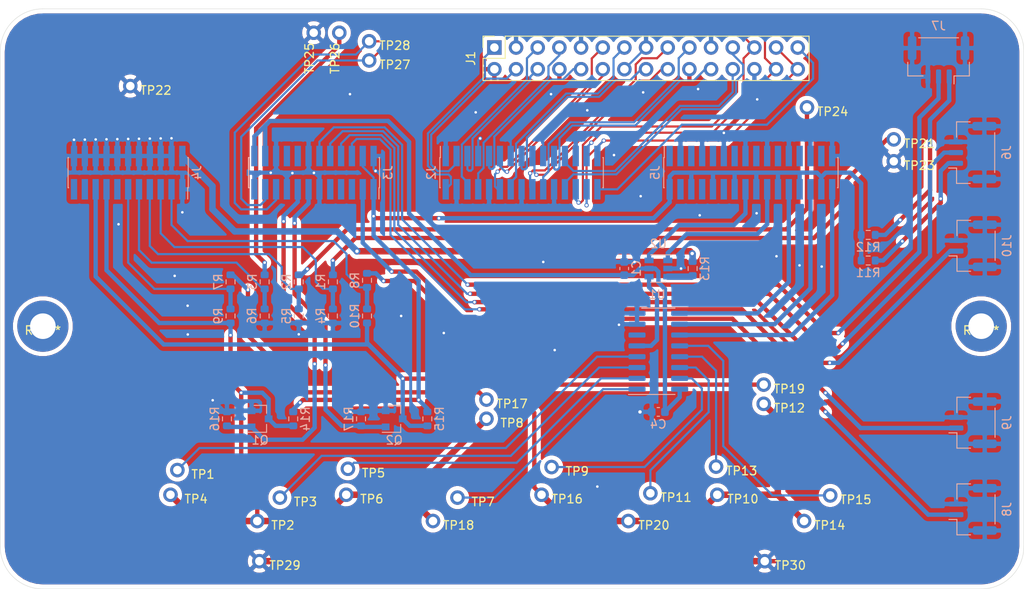
<source format=kicad_pcb>
(kicad_pcb (version 20171130) (host pcbnew 5.1.10-88a1d61d58~90~ubuntu20.04.1)

  (general
    (thickness 1.6)
    (drawings 109)
    (tracks 723)
    (zones 0)
    (modules 65)
    (nets 81)
  )

  (page A4)
  (layers
    (0 F.Cu signal)
    (31 B.Cu signal)
    (32 B.Adhes user)
    (33 F.Adhes user)
    (34 B.Paste user)
    (35 F.Paste user)
    (36 B.SilkS user)
    (37 F.SilkS user)
    (38 B.Mask user)
    (39 F.Mask user)
    (40 Dwgs.User user hide)
    (41 Cmts.User user)
    (42 Eco1.User user)
    (43 Eco2.User user)
    (44 Edge.Cuts user)
    (45 Margin user)
    (46 B.CrtYd user)
    (47 F.CrtYd user)
    (48 B.Fab user)
    (49 F.Fab user)
  )

  (setup
    (last_trace_width 0.762)
    (user_trace_width 0.127)
    (user_trace_width 0.254)
    (user_trace_width 0.508)
    (user_trace_width 0.762)
    (user_trace_width 1.27)
    (trace_clearance 0.127)
    (zone_clearance 0.508)
    (zone_45_only no)
    (trace_min 0.127)
    (via_size 0.8)
    (via_drill 0.4)
    (via_min_size 0.4)
    (via_min_drill 0.3)
    (user_via 0.5 0.3)
    (uvia_size 0.3)
    (uvia_drill 0.1)
    (uvias_allowed no)
    (uvia_min_size 0.2)
    (uvia_min_drill 0.1)
    (edge_width 0.05)
    (segment_width 0.2)
    (pcb_text_width 0.3)
    (pcb_text_size 1.5 1.5)
    (mod_edge_width 0.12)
    (mod_text_size 1 1)
    (mod_text_width 0.15)
    (pad_size 1.524 1.524)
    (pad_drill 0.762)
    (pad_to_mask_clearance 0)
    (aux_axis_origin 0 0)
    (grid_origin 100 104.199969)
    (visible_elements FFFFFF7F)
    (pcbplotparams
      (layerselection 0x010fc_ffffffff)
      (usegerberextensions false)
      (usegerberattributes true)
      (usegerberadvancedattributes true)
      (creategerberjobfile true)
      (excludeedgelayer true)
      (linewidth 0.100000)
      (plotframeref false)
      (viasonmask false)
      (mode 1)
      (useauxorigin false)
      (hpglpennumber 1)
      (hpglpenspeed 20)
      (hpglpendiameter 15.000000)
      (psnegative false)
      (psa4output false)
      (plotreference true)
      (plotvalue true)
      (plotinvisibletext false)
      (padsonsilk false)
      (subtractmaskfromsilk false)
      (outputformat 1)
      (mirror false)
      (drillshape 1)
      (scaleselection 1)
      (outputdirectory ""))
  )

  (net 0 "")
  (net 1 /+3V3MP)
  (net 2 +12V)
  (net 3 /IIC_SCL)
  (net 4 /IIC_SDA)
  (net 5 GND)
  (net 6 /LVDS7_N)
  (net 7 /LVDS7_P)
  (net 8 /LVDS6_N)
  (net 9 /LVDS6_P)
  (net 10 /LVDS5_N)
  (net 11 /LVDS5_P)
  (net 12 /LVDS4_N)
  (net 13 /LVDS4_P)
  (net 14 /LVDS3_N)
  (net 15 /LVDS3_P)
  (net 16 /LVDS2_N)
  (net 17 /LVDS2_P)
  (net 18 /LVDS1_N)
  (net 19 /LVDS1_P)
  (net 20 /LVDS0_N)
  (net 21 /LVDS0_P)
  (net 22 +5V)
  (net 23 +3V3)
  (net 24 /DAC1)
  (net 25 /DAC0)
  (net 26 /ADC2)
  (net 27 /ADC3)
  (net 28 /ADC4)
  (net 29 /ADC5)
  (net 30 /ADC6)
  (net 31 /ADC7)
  (net 32 /HSADC)
  (net 33 /TP_12V)
  (net 34 /TP_3V3)
  (net 35 /TP_3V3MP)
  (net 36 /MCU_IO3)
  (net 37 /MCU_IO2)
  (net 38 /MCU_IO1)
  (net 39 /MCU_IO0)
  (net 40 /TP_5V_1)
  (net 41 /TP_5V_2)
  (net 42 GND1)
  (net 43 GND2)
  (net 44 /MCU_IO4)
  (net 45 /MCU_IO11)
  (net 46 /MCU_IO10)
  (net 47 /MCU_IO5)
  (net 48 /MCU_IO9)
  (net 49 /MCU_IO8)
  (net 50 /MCU_IO7)
  (net 51 /MCU_IO6)
  (net 52 /TP_IO1)
  (net 53 /TP_IO2)
  (net 54 /TP_IO3)
  (net 55 /TP_IO4)
  (net 56 /TP_IO5)
  (net 57 /TP_IO6)
  (net 58 /TP_IO7)
  (net 59 /TP_IO8)
  (net 60 "Net-(U1-Pad6)")
  (net 61 /IO_MUX)
  (net 62 "Net-(J6-Pad1)")
  (net 63 "Net-(J7-Pad1)")
  (net 64 /FPGA_IO15)
  (net 65 /FPGA_IO14)
  (net 66 /FPGA_IO13)
  (net 67 /FPGA_IO12)
  (net 68 /FPGA_IO11)
  (net 69 /FPGA_IO10)
  (net 70 /FPGA_IO9)
  (net 71 /FPGA_IO8)
  (net 72 /FPGA_IO7)
  (net 73 /FPGA_IO6)
  (net 74 /FPGA_IO5)
  (net 75 /FPGA_IO4)
  (net 76 /FPGA_IO3)
  (net 77 /FPGA_IO2)
  (net 78 /FPGA_IO1)
  (net 79 /FPGA_IO0)
  (net 80 "Net-(R13-Pad1)")

  (net_class Default "This is the default net class."
    (clearance 0.127)
    (trace_width 0.254)
    (via_dia 0.8)
    (via_drill 0.4)
    (uvia_dia 0.3)
    (uvia_drill 0.1)
    (diff_pair_width 0.254)
    (diff_pair_gap 0.127)
    (add_net +12V)
    (add_net +3V3)
    (add_net +5V)
    (add_net /+3V3MP)
    (add_net /ADC2)
    (add_net /ADC3)
    (add_net /ADC4)
    (add_net /ADC5)
    (add_net /ADC6)
    (add_net /ADC7)
    (add_net /DAC0)
    (add_net /DAC1)
    (add_net /FPGA_IO0)
    (add_net /FPGA_IO1)
    (add_net /FPGA_IO10)
    (add_net /FPGA_IO11)
    (add_net /FPGA_IO12)
    (add_net /FPGA_IO13)
    (add_net /FPGA_IO14)
    (add_net /FPGA_IO15)
    (add_net /FPGA_IO2)
    (add_net /FPGA_IO3)
    (add_net /FPGA_IO4)
    (add_net /FPGA_IO5)
    (add_net /FPGA_IO6)
    (add_net /FPGA_IO7)
    (add_net /FPGA_IO8)
    (add_net /FPGA_IO9)
    (add_net /HSADC)
    (add_net /IIC_SCL)
    (add_net /IIC_SDA)
    (add_net /IO_MUX)
    (add_net /LVDS0_N)
    (add_net /LVDS0_P)
    (add_net /LVDS1_N)
    (add_net /LVDS1_P)
    (add_net /LVDS2_N)
    (add_net /LVDS2_P)
    (add_net /LVDS3_N)
    (add_net /LVDS3_P)
    (add_net /LVDS4_N)
    (add_net /LVDS4_P)
    (add_net /LVDS5_N)
    (add_net /LVDS5_P)
    (add_net /LVDS6_N)
    (add_net /LVDS6_P)
    (add_net /LVDS7_N)
    (add_net /LVDS7_P)
    (add_net /MCU_IO0)
    (add_net /MCU_IO1)
    (add_net /MCU_IO10)
    (add_net /MCU_IO11)
    (add_net /MCU_IO2)
    (add_net /MCU_IO3)
    (add_net /MCU_IO4)
    (add_net /MCU_IO5)
    (add_net /MCU_IO6)
    (add_net /MCU_IO7)
    (add_net /MCU_IO8)
    (add_net /MCU_IO9)
    (add_net /TP_12V)
    (add_net /TP_3V3)
    (add_net /TP_3V3MP)
    (add_net /TP_5V_1)
    (add_net /TP_5V_2)
    (add_net /TP_IO1)
    (add_net /TP_IO2)
    (add_net /TP_IO3)
    (add_net /TP_IO4)
    (add_net /TP_IO5)
    (add_net /TP_IO6)
    (add_net /TP_IO7)
    (add_net /TP_IO8)
    (add_net GND)
    (add_net GND1)
    (add_net GND2)
    (add_net "Net-(J6-Pad1)")
    (add_net "Net-(J7-Pad1)")
    (add_net "Net-(R13-Pad1)")
    (add_net "Net-(U1-Pad6)")
  )

  (module Syrostan-Ext-DIO:M3_Screw (layer F.Cu) (tedit 611F66E6) (tstamp 61256AA1)
    (at 210 104.199969)
    (fp_text reference REF** (at 0 0.5) (layer F.SilkS)
      (effects (font (size 1 1) (thickness 0.15)))
    )
    (fp_text value M3_Screw (at 0 -0.5) (layer F.Fab)
      (effects (font (size 1 1) (thickness 0.15)))
    )
    (pad "" thru_hole circle (at 0 0) (size 6 6) (drill 3) (layers *.Cu *.Mask))
  )

  (module Syrostan-Ext-DIO:M3_Screw (layer F.Cu) (tedit 611F66E6) (tstamp 61256A63)
    (at 100 104.199969)
    (fp_text reference REF** (at 0 0.5) (layer F.SilkS)
      (effects (font (size 1 1) (thickness 0.15)))
    )
    (fp_text value M3_Screw (at 0 -0.5) (layer F.Fab)
      (effects (font (size 1 1) (thickness 0.15)))
    )
    (pad "" thru_hole circle (at 0 0) (size 6 6) (drill 3) (layers *.Cu *.Mask))
  )

  (module Connector_PinHeader_1.27mm:PinHeader_2x15_P1.27mm_Vertical_SMD (layer B.Cu) (tedit 59FED6E3) (tstamp 611CB243)
    (at 156.116666 86.199969 270)
    (descr "surface-mounted straight pin header, 2x15, 1.27mm pitch, double rows")
    (tags "Surface mounted pin header SMD 2x15 1.27mm double row")
    (path /6127DBBD)
    (attr smd)
    (fp_text reference J2 (at 0 10.585 270) (layer B.SilkS)
      (effects (font (size 1 1) (thickness 0.15)) (justify mirror))
    )
    (fp_text value EEM (at 0 -10.585 270) (layer B.Fab) hide
      (effects (font (size 1 1) (thickness 0.15)) (justify mirror))
    )
    (fp_line (start 4.3 10.05) (end -4.3 10.05) (layer B.CrtYd) (width 0.05))
    (fp_line (start 4.3 -10.05) (end 4.3 10.05) (layer B.CrtYd) (width 0.05))
    (fp_line (start -4.3 -10.05) (end 4.3 -10.05) (layer B.CrtYd) (width 0.05))
    (fp_line (start -4.3 10.05) (end -4.3 -10.05) (layer B.CrtYd) (width 0.05))
    (fp_line (start 1.765 -9.52) (end 1.765 -9.585) (layer B.SilkS) (width 0.12))
    (fp_line (start -1.765 -9.52) (end -1.765 -9.585) (layer B.SilkS) (width 0.12))
    (fp_line (start 1.765 9.585) (end 1.765 9.52) (layer B.SilkS) (width 0.12))
    (fp_line (start -1.765 9.585) (end -1.765 9.52) (layer B.SilkS) (width 0.12))
    (fp_line (start -3.09 9.52) (end -1.765 9.52) (layer B.SilkS) (width 0.12))
    (fp_line (start -1.765 -9.585) (end 1.765 -9.585) (layer B.SilkS) (width 0.12))
    (fp_line (start -1.765 9.585) (end 1.765 9.585) (layer B.SilkS) (width 0.12))
    (fp_line (start 2.75 -9.09) (end 1.705 -9.09) (layer B.Fab) (width 0.1))
    (fp_line (start 2.75 -8.69) (end 2.75 -9.09) (layer B.Fab) (width 0.1))
    (fp_line (start 1.705 -8.69) (end 2.75 -8.69) (layer B.Fab) (width 0.1))
    (fp_line (start -2.75 -9.09) (end -1.705 -9.09) (layer B.Fab) (width 0.1))
    (fp_line (start -2.75 -8.69) (end -2.75 -9.09) (layer B.Fab) (width 0.1))
    (fp_line (start -1.705 -8.69) (end -2.75 -8.69) (layer B.Fab) (width 0.1))
    (fp_line (start 2.75 -7.82) (end 1.705 -7.82) (layer B.Fab) (width 0.1))
    (fp_line (start 2.75 -7.42) (end 2.75 -7.82) (layer B.Fab) (width 0.1))
    (fp_line (start 1.705 -7.42) (end 2.75 -7.42) (layer B.Fab) (width 0.1))
    (fp_line (start -2.75 -7.82) (end -1.705 -7.82) (layer B.Fab) (width 0.1))
    (fp_line (start -2.75 -7.42) (end -2.75 -7.82) (layer B.Fab) (width 0.1))
    (fp_line (start -1.705 -7.42) (end -2.75 -7.42) (layer B.Fab) (width 0.1))
    (fp_line (start 2.75 -6.55) (end 1.705 -6.55) (layer B.Fab) (width 0.1))
    (fp_line (start 2.75 -6.15) (end 2.75 -6.55) (layer B.Fab) (width 0.1))
    (fp_line (start 1.705 -6.15) (end 2.75 -6.15) (layer B.Fab) (width 0.1))
    (fp_line (start -2.75 -6.55) (end -1.705 -6.55) (layer B.Fab) (width 0.1))
    (fp_line (start -2.75 -6.15) (end -2.75 -6.55) (layer B.Fab) (width 0.1))
    (fp_line (start -1.705 -6.15) (end -2.75 -6.15) (layer B.Fab) (width 0.1))
    (fp_line (start 2.75 -5.28) (end 1.705 -5.28) (layer B.Fab) (width 0.1))
    (fp_line (start 2.75 -4.88) (end 2.75 -5.28) (layer B.Fab) (width 0.1))
    (fp_line (start 1.705 -4.88) (end 2.75 -4.88) (layer B.Fab) (width 0.1))
    (fp_line (start -2.75 -5.28) (end -1.705 -5.28) (layer B.Fab) (width 0.1))
    (fp_line (start -2.75 -4.88) (end -2.75 -5.28) (layer B.Fab) (width 0.1))
    (fp_line (start -1.705 -4.88) (end -2.75 -4.88) (layer B.Fab) (width 0.1))
    (fp_line (start 2.75 -4.01) (end 1.705 -4.01) (layer B.Fab) (width 0.1))
    (fp_line (start 2.75 -3.61) (end 2.75 -4.01) (layer B.Fab) (width 0.1))
    (fp_line (start 1.705 -3.61) (end 2.75 -3.61) (layer B.Fab) (width 0.1))
    (fp_line (start -2.75 -4.01) (end -1.705 -4.01) (layer B.Fab) (width 0.1))
    (fp_line (start -2.75 -3.61) (end -2.75 -4.01) (layer B.Fab) (width 0.1))
    (fp_line (start -1.705 -3.61) (end -2.75 -3.61) (layer B.Fab) (width 0.1))
    (fp_line (start 2.75 -2.74) (end 1.705 -2.74) (layer B.Fab) (width 0.1))
    (fp_line (start 2.75 -2.34) (end 2.75 -2.74) (layer B.Fab) (width 0.1))
    (fp_line (start 1.705 -2.34) (end 2.75 -2.34) (layer B.Fab) (width 0.1))
    (fp_line (start -2.75 -2.74) (end -1.705 -2.74) (layer B.Fab) (width 0.1))
    (fp_line (start -2.75 -2.34) (end -2.75 -2.74) (layer B.Fab) (width 0.1))
    (fp_line (start -1.705 -2.34) (end -2.75 -2.34) (layer B.Fab) (width 0.1))
    (fp_line (start 2.75 -1.47) (end 1.705 -1.47) (layer B.Fab) (width 0.1))
    (fp_line (start 2.75 -1.07) (end 2.75 -1.47) (layer B.Fab) (width 0.1))
    (fp_line (start 1.705 -1.07) (end 2.75 -1.07) (layer B.Fab) (width 0.1))
    (fp_line (start -2.75 -1.47) (end -1.705 -1.47) (layer B.Fab) (width 0.1))
    (fp_line (start -2.75 -1.07) (end -2.75 -1.47) (layer B.Fab) (width 0.1))
    (fp_line (start -1.705 -1.07) (end -2.75 -1.07) (layer B.Fab) (width 0.1))
    (fp_line (start 2.75 -0.2) (end 1.705 -0.2) (layer B.Fab) (width 0.1))
    (fp_line (start 2.75 0.2) (end 2.75 -0.2) (layer B.Fab) (width 0.1))
    (fp_line (start 1.705 0.2) (end 2.75 0.2) (layer B.Fab) (width 0.1))
    (fp_line (start -2.75 -0.2) (end -1.705 -0.2) (layer B.Fab) (width 0.1))
    (fp_line (start -2.75 0.2) (end -2.75 -0.2) (layer B.Fab) (width 0.1))
    (fp_line (start -1.705 0.2) (end -2.75 0.2) (layer B.Fab) (width 0.1))
    (fp_line (start 2.75 1.07) (end 1.705 1.07) (layer B.Fab) (width 0.1))
    (fp_line (start 2.75 1.47) (end 2.75 1.07) (layer B.Fab) (width 0.1))
    (fp_line (start 1.705 1.47) (end 2.75 1.47) (layer B.Fab) (width 0.1))
    (fp_line (start -2.75 1.07) (end -1.705 1.07) (layer B.Fab) (width 0.1))
    (fp_line (start -2.75 1.47) (end -2.75 1.07) (layer B.Fab) (width 0.1))
    (fp_line (start -1.705 1.47) (end -2.75 1.47) (layer B.Fab) (width 0.1))
    (fp_line (start 2.75 2.34) (end 1.705 2.34) (layer B.Fab) (width 0.1))
    (fp_line (start 2.75 2.74) (end 2.75 2.34) (layer B.Fab) (width 0.1))
    (fp_line (start 1.705 2.74) (end 2.75 2.74) (layer B.Fab) (width 0.1))
    (fp_line (start -2.75 2.34) (end -1.705 2.34) (layer B.Fab) (width 0.1))
    (fp_line (start -2.75 2.74) (end -2.75 2.34) (layer B.Fab) (width 0.1))
    (fp_line (start -1.705 2.74) (end -2.75 2.74) (layer B.Fab) (width 0.1))
    (fp_line (start 2.75 3.61) (end 1.705 3.61) (layer B.Fab) (width 0.1))
    (fp_line (start 2.75 4.01) (end 2.75 3.61) (layer B.Fab) (width 0.1))
    (fp_line (start 1.705 4.01) (end 2.75 4.01) (layer B.Fab) (width 0.1))
    (fp_line (start -2.75 3.61) (end -1.705 3.61) (layer B.Fab) (width 0.1))
    (fp_line (start -2.75 4.01) (end -2.75 3.61) (layer B.Fab) (width 0.1))
    (fp_line (start -1.705 4.01) (end -2.75 4.01) (layer B.Fab) (width 0.1))
    (fp_line (start 2.75 4.88) (end 1.705 4.88) (layer B.Fab) (width 0.1))
    (fp_line (start 2.75 5.28) (end 2.75 4.88) (layer B.Fab) (width 0.1))
    (fp_line (start 1.705 5.28) (end 2.75 5.28) (layer B.Fab) (width 0.1))
    (fp_line (start -2.75 4.88) (end -1.705 4.88) (layer B.Fab) (width 0.1))
    (fp_line (start -2.75 5.28) (end -2.75 4.88) (layer B.Fab) (width 0.1))
    (fp_line (start -1.705 5.28) (end -2.75 5.28) (layer B.Fab) (width 0.1))
    (fp_line (start 2.75 6.15) (end 1.705 6.15) (layer B.Fab) (width 0.1))
    (fp_line (start 2.75 6.55) (end 2.75 6.15) (layer B.Fab) (width 0.1))
    (fp_line (start 1.705 6.55) (end 2.75 6.55) (layer B.Fab) (width 0.1))
    (fp_line (start -2.75 6.15) (end -1.705 6.15) (layer B.Fab) (width 0.1))
    (fp_line (start -2.75 6.55) (end -2.75 6.15) (layer B.Fab) (width 0.1))
    (fp_line (start -1.705 6.55) (end -2.75 6.55) (layer B.Fab) (width 0.1))
    (fp_line (start 2.75 7.42) (end 1.705 7.42) (layer B.Fab) (width 0.1))
    (fp_line (start 2.75 7.82) (end 2.75 7.42) (layer B.Fab) (width 0.1))
    (fp_line (start 1.705 7.82) (end 2.75 7.82) (layer B.Fab) (width 0.1))
    (fp_line (start -2.75 7.42) (end -1.705 7.42) (layer B.Fab) (width 0.1))
    (fp_line (start -2.75 7.82) (end -2.75 7.42) (layer B.Fab) (width 0.1))
    (fp_line (start -1.705 7.82) (end -2.75 7.82) (layer B.Fab) (width 0.1))
    (fp_line (start 2.75 8.69) (end 1.705 8.69) (layer B.Fab) (width 0.1))
    (fp_line (start 2.75 9.09) (end 2.75 8.69) (layer B.Fab) (width 0.1))
    (fp_line (start 1.705 9.09) (end 2.75 9.09) (layer B.Fab) (width 0.1))
    (fp_line (start -2.75 8.69) (end -1.705 8.69) (layer B.Fab) (width 0.1))
    (fp_line (start -2.75 9.09) (end -2.75 8.69) (layer B.Fab) (width 0.1))
    (fp_line (start -1.705 9.09) (end -2.75 9.09) (layer B.Fab) (width 0.1))
    (fp_line (start 1.705 9.525) (end 1.705 -9.525) (layer B.Fab) (width 0.1))
    (fp_line (start -1.705 9.09) (end -1.27 9.525) (layer B.Fab) (width 0.1))
    (fp_line (start -1.705 -9.525) (end -1.705 9.09) (layer B.Fab) (width 0.1))
    (fp_line (start -1.27 9.525) (end 1.705 9.525) (layer B.Fab) (width 0.1))
    (fp_line (start 1.705 -9.525) (end -1.705 -9.525) (layer B.Fab) (width 0.1))
    (fp_text user %R (at 0 0) (layer B.Fab) hide
      (effects (font (size 1 1) (thickness 0.15)) (justify mirror))
    )
    (pad 30 smd rect (at 1.95 -8.89 270) (size 2.4 0.74) (layers B.Cu B.Paste B.Mask)
      (net 1 /+3V3MP))
    (pad 29 smd rect (at -1.95 -8.89 270) (size 2.4 0.74) (layers B.Cu B.Paste B.Mask)
      (net 2 +12V))
    (pad 28 smd rect (at 1.95 -7.62 270) (size 2.4 0.74) (layers B.Cu B.Paste B.Mask)
      (net 2 +12V))
    (pad 27 smd rect (at -1.95 -7.62 270) (size 2.4 0.74) (layers B.Cu B.Paste B.Mask)
      (net 3 /IIC_SCL))
    (pad 26 smd rect (at 1.95 -6.35 270) (size 2.4 0.74) (layers B.Cu B.Paste B.Mask)
      (net 4 /IIC_SDA))
    (pad 25 smd rect (at -1.95 -6.35 270) (size 2.4 0.74) (layers B.Cu B.Paste B.Mask)
      (net 5 GND))
    (pad 24 smd rect (at 1.95 -5.08 270) (size 2.4 0.74) (layers B.Cu B.Paste B.Mask)
      (net 6 /LVDS7_N))
    (pad 23 smd rect (at -1.95 -5.08 270) (size 2.4 0.74) (layers B.Cu B.Paste B.Mask)
      (net 7 /LVDS7_P))
    (pad 22 smd rect (at 1.95 -3.81 270) (size 2.4 0.74) (layers B.Cu B.Paste B.Mask)
      (net 5 GND))
    (pad 21 smd rect (at -1.95 -3.81 270) (size 2.4 0.74) (layers B.Cu B.Paste B.Mask)
      (net 8 /LVDS6_N))
    (pad 20 smd rect (at 1.95 -2.54 270) (size 2.4 0.74) (layers B.Cu B.Paste B.Mask)
      (net 9 /LVDS6_P))
    (pad 19 smd rect (at -1.95 -2.54 270) (size 2.4 0.74) (layers B.Cu B.Paste B.Mask)
      (net 5 GND))
    (pad 18 smd rect (at 1.95 -1.27 270) (size 2.4 0.74) (layers B.Cu B.Paste B.Mask)
      (net 10 /LVDS5_N))
    (pad 17 smd rect (at -1.95 -1.27 270) (size 2.4 0.74) (layers B.Cu B.Paste B.Mask)
      (net 11 /LVDS5_P))
    (pad 16 smd rect (at 1.95 0 270) (size 2.4 0.74) (layers B.Cu B.Paste B.Mask)
      (net 5 GND))
    (pad 15 smd rect (at -1.95 0 270) (size 2.4 0.74) (layers B.Cu B.Paste B.Mask)
      (net 12 /LVDS4_N))
    (pad 14 smd rect (at 1.95 1.27 270) (size 2.4 0.74) (layers B.Cu B.Paste B.Mask)
      (net 13 /LVDS4_P))
    (pad 13 smd rect (at -1.95 1.27 270) (size 2.4 0.74) (layers B.Cu B.Paste B.Mask)
      (net 5 GND))
    (pad 12 smd rect (at 1.95 2.54 270) (size 2.4 0.74) (layers B.Cu B.Paste B.Mask)
      (net 14 /LVDS3_N))
    (pad 11 smd rect (at -1.95 2.54 270) (size 2.4 0.74) (layers B.Cu B.Paste B.Mask)
      (net 15 /LVDS3_P))
    (pad 10 smd rect (at 1.95 3.81 270) (size 2.4 0.74) (layers B.Cu B.Paste B.Mask)
      (net 5 GND))
    (pad 9 smd rect (at -1.95 3.81 270) (size 2.4 0.74) (layers B.Cu B.Paste B.Mask)
      (net 16 /LVDS2_N))
    (pad 8 smd rect (at 1.95 5.08 270) (size 2.4 0.74) (layers B.Cu B.Paste B.Mask)
      (net 17 /LVDS2_P))
    (pad 7 smd rect (at -1.95 5.08 270) (size 2.4 0.74) (layers B.Cu B.Paste B.Mask)
      (net 5 GND))
    (pad 6 smd rect (at 1.95 6.35 270) (size 2.4 0.74) (layers B.Cu B.Paste B.Mask)
      (net 18 /LVDS1_N))
    (pad 5 smd rect (at -1.95 6.35 270) (size 2.4 0.74) (layers B.Cu B.Paste B.Mask)
      (net 19 /LVDS1_P))
    (pad 4 smd rect (at 1.95 7.62 270) (size 2.4 0.74) (layers B.Cu B.Paste B.Mask)
      (net 5 GND))
    (pad 3 smd rect (at -1.95 7.62 270) (size 2.4 0.74) (layers B.Cu B.Paste B.Mask)
      (net 20 /LVDS0_N))
    (pad 2 smd rect (at 1.95 8.89 270) (size 2.4 0.74) (layers B.Cu B.Paste B.Mask)
      (net 21 /LVDS0_P))
    (pad 1 smd rect (at -1.95 8.89 270) (size 2.4 0.74) (layers B.Cu B.Paste B.Mask)
      (net 5 GND))
    (model ${KISYS3DMOD}/Connector_PinHeader_1.27mm.3dshapes/PinHeader_2x15_P1.27mm_Vertical_SMD.wrl
      (at (xyz 0 0 0))
      (scale (xyz 1 1 1))
      (rotate (xyz 0 0 0))
    )
  )

  (module Package_TO_SOT_SMD:SOT-23-6 (layer B.Cu) (tedit 5A02FF57) (tstamp 61243799)
    (at 172.16 97.44 180)
    (descr "6-pin SOT-23 package")
    (tags SOT-23-6)
    (path /619D4F47)
    (attr smd)
    (fp_text reference U2 (at 0 2.9) (layer B.SilkS)
      (effects (font (size 1 1) (thickness 0.15)) (justify mirror))
    )
    (fp_text value TS5A3159 (at 0 -2.9) (layer B.Fab)
      (effects (font (size 1 1) (thickness 0.15)) (justify mirror))
    )
    (fp_line (start 0.9 1.55) (end 0.9 -1.55) (layer B.Fab) (width 0.1))
    (fp_line (start 0.9 -1.55) (end -0.9 -1.55) (layer B.Fab) (width 0.1))
    (fp_line (start -0.9 0.9) (end -0.9 -1.55) (layer B.Fab) (width 0.1))
    (fp_line (start 0.9 1.55) (end -0.25 1.55) (layer B.Fab) (width 0.1))
    (fp_line (start -0.9 0.9) (end -0.25 1.55) (layer B.Fab) (width 0.1))
    (fp_line (start -1.9 1.8) (end -1.9 -1.8) (layer B.CrtYd) (width 0.05))
    (fp_line (start -1.9 -1.8) (end 1.9 -1.8) (layer B.CrtYd) (width 0.05))
    (fp_line (start 1.9 -1.8) (end 1.9 1.8) (layer B.CrtYd) (width 0.05))
    (fp_line (start 1.9 1.8) (end -1.9 1.8) (layer B.CrtYd) (width 0.05))
    (fp_line (start 0.9 1.61) (end -1.55 1.61) (layer B.SilkS) (width 0.12))
    (fp_line (start -0.9 -1.61) (end 0.9 -1.61) (layer B.SilkS) (width 0.12))
    (fp_text user %R (at 0 0 270) (layer B.Fab)
      (effects (font (size 0.5 0.5) (thickness 0.075)) (justify mirror))
    )
    (pad 5 smd rect (at 1.1 0 180) (size 1.06 0.65) (layers B.Cu B.Paste B.Mask)
      (net 22 +5V))
    (pad 6 smd rect (at 1.1 0.95 180) (size 1.06 0.65) (layers B.Cu B.Paste B.Mask)
      (net 72 /FPGA_IO7))
    (pad 4 smd rect (at 1.1 -0.95 180) (size 1.06 0.65) (layers B.Cu B.Paste B.Mask)
      (net 61 /IO_MUX))
    (pad 3 smd rect (at -1.1 -0.95 180) (size 1.06 0.65) (layers B.Cu B.Paste B.Mask)
      (net 80 "Net-(R13-Pad1)"))
    (pad 2 smd rect (at -1.1 0 180) (size 1.06 0.65) (layers B.Cu B.Paste B.Mask)
      (net 5 GND))
    (pad 1 smd rect (at -1.1 0.95 180) (size 1.06 0.65) (layers B.Cu B.Paste B.Mask)
      (net 70 /FPGA_IO9))
    (model ${KISYS3DMOD}/Package_TO_SOT_SMD.3dshapes/SOT-23-6.wrl
      (at (xyz 0 0 0))
      (scale (xyz 1 1 1))
      (rotate (xyz 0 0 0))
    )
  )

  (module Resistor_SMD:R_0603_1608Metric (layer B.Cu) (tedit 5F68FEEE) (tstamp 61243651)
    (at 137.3 115.06 270)
    (descr "Resistor SMD 0603 (1608 Metric), square (rectangular) end terminal, IPC_7351 nominal, (Body size source: IPC-SM-782 page 72, https://www.pcb-3d.com/wordpress/wp-content/uploads/ipc-sm-782a_amendment_1_and_2.pdf), generated with kicad-footprint-generator")
    (tags resistor)
    (path /6191D776)
    (attr smd)
    (fp_text reference R17 (at 0 1.43 90) (layer B.SilkS)
      (effects (font (size 1 1) (thickness 0.15)) (justify mirror))
    )
    (fp_text value 10k (at 0 -1.43 90) (layer B.Fab)
      (effects (font (size 1 1) (thickness 0.15)) (justify mirror))
    )
    (fp_line (start 1.48 -0.73) (end -1.48 -0.73) (layer B.CrtYd) (width 0.05))
    (fp_line (start 1.48 0.73) (end 1.48 -0.73) (layer B.CrtYd) (width 0.05))
    (fp_line (start -1.48 0.73) (end 1.48 0.73) (layer B.CrtYd) (width 0.05))
    (fp_line (start -1.48 -0.73) (end -1.48 0.73) (layer B.CrtYd) (width 0.05))
    (fp_line (start -0.237258 -0.5225) (end 0.237258 -0.5225) (layer B.SilkS) (width 0.12))
    (fp_line (start -0.237258 0.5225) (end 0.237258 0.5225) (layer B.SilkS) (width 0.12))
    (fp_line (start 0.8 -0.4125) (end -0.8 -0.4125) (layer B.Fab) (width 0.1))
    (fp_line (start 0.8 0.4125) (end 0.8 -0.4125) (layer B.Fab) (width 0.1))
    (fp_line (start -0.8 0.4125) (end 0.8 0.4125) (layer B.Fab) (width 0.1))
    (fp_line (start -0.8 -0.4125) (end -0.8 0.4125) (layer B.Fab) (width 0.1))
    (fp_text user %R (at 0 0 90) (layer B.Fab)
      (effects (font (size 0.4 0.4) (thickness 0.06)) (justify mirror))
    )
    (pad 2 smd roundrect (at 0.825 0 270) (size 0.8 0.95) (layers B.Cu B.Paste B.Mask) (roundrect_rratio 0.25)
      (net 44 /MCU_IO4))
    (pad 1 smd roundrect (at -0.825 0 270) (size 0.8 0.95) (layers B.Cu B.Paste B.Mask) (roundrect_rratio 0.25)
      (net 5 GND))
    (model ${KISYS3DMOD}/Resistor_SMD.3dshapes/R_0603_1608Metric.wrl
      (at (xyz 0 0 0))
      (scale (xyz 1 1 1))
      (rotate (xyz 0 0 0))
    )
  )

  (module Resistor_SMD:R_0603_1608Metric (layer B.Cu) (tedit 5F68FEEE) (tstamp 61243640)
    (at 121.58 115.06 270)
    (descr "Resistor SMD 0603 (1608 Metric), square (rectangular) end terminal, IPC_7351 nominal, (Body size source: IPC-SM-782 page 72, https://www.pcb-3d.com/wordpress/wp-content/uploads/ipc-sm-782a_amendment_1_and_2.pdf), generated with kicad-footprint-generator")
    (tags resistor)
    (path /61597115)
    (attr smd)
    (fp_text reference R16 (at 0 1.43 90) (layer B.SilkS)
      (effects (font (size 1 1) (thickness 0.15)) (justify mirror))
    )
    (fp_text value 10k (at 0 -1.43 90) (layer B.Fab)
      (effects (font (size 1 1) (thickness 0.15)) (justify mirror))
    )
    (fp_line (start 1.48 -0.73) (end -1.48 -0.73) (layer B.CrtYd) (width 0.05))
    (fp_line (start 1.48 0.73) (end 1.48 -0.73) (layer B.CrtYd) (width 0.05))
    (fp_line (start -1.48 0.73) (end 1.48 0.73) (layer B.CrtYd) (width 0.05))
    (fp_line (start -1.48 -0.73) (end -1.48 0.73) (layer B.CrtYd) (width 0.05))
    (fp_line (start -0.237258 -0.5225) (end 0.237258 -0.5225) (layer B.SilkS) (width 0.12))
    (fp_line (start -0.237258 0.5225) (end 0.237258 0.5225) (layer B.SilkS) (width 0.12))
    (fp_line (start 0.8 -0.4125) (end -0.8 -0.4125) (layer B.Fab) (width 0.1))
    (fp_line (start 0.8 0.4125) (end 0.8 -0.4125) (layer B.Fab) (width 0.1))
    (fp_line (start -0.8 0.4125) (end 0.8 0.4125) (layer B.Fab) (width 0.1))
    (fp_line (start -0.8 -0.4125) (end -0.8 0.4125) (layer B.Fab) (width 0.1))
    (fp_text user %R (at 0 0 90) (layer B.Fab)
      (effects (font (size 0.4 0.4) (thickness 0.06)) (justify mirror))
    )
    (pad 2 smd roundrect (at 0.825 0 270) (size 0.8 0.95) (layers B.Cu B.Paste B.Mask) (roundrect_rratio 0.25)
      (net 47 /MCU_IO5))
    (pad 1 smd roundrect (at -0.825 0 270) (size 0.8 0.95) (layers B.Cu B.Paste B.Mask) (roundrect_rratio 0.25)
      (net 5 GND))
    (model ${KISYS3DMOD}/Resistor_SMD.3dshapes/R_0603_1608Metric.wrl
      (at (xyz 0 0 0))
      (scale (xyz 1 1 1))
      (rotate (xyz 0 0 0))
    )
  )

  (module Resistor_SMD:R_0603_1608Metric (layer B.Cu) (tedit 5F68FEEE) (tstamp 6124362F)
    (at 145.07 115.06 90)
    (descr "Resistor SMD 0603 (1608 Metric), square (rectangular) end terminal, IPC_7351 nominal, (Body size source: IPC-SM-782 page 72, https://www.pcb-3d.com/wordpress/wp-content/uploads/ipc-sm-782a_amendment_1_and_2.pdf), generated with kicad-footprint-generator")
    (tags resistor)
    (path /6191D785)
    (attr smd)
    (fp_text reference R15 (at 0 1.43 90) (layer B.SilkS)
      (effects (font (size 1 1) (thickness 0.15)) (justify mirror))
    )
    (fp_text value 47k (at 0 -1.43 90) (layer B.Fab)
      (effects (font (size 1 1) (thickness 0.15)) (justify mirror))
    )
    (fp_line (start 1.48 -0.73) (end -1.48 -0.73) (layer B.CrtYd) (width 0.05))
    (fp_line (start 1.48 0.73) (end 1.48 -0.73) (layer B.CrtYd) (width 0.05))
    (fp_line (start -1.48 0.73) (end 1.48 0.73) (layer B.CrtYd) (width 0.05))
    (fp_line (start -1.48 -0.73) (end -1.48 0.73) (layer B.CrtYd) (width 0.05))
    (fp_line (start -0.237258 -0.5225) (end 0.237258 -0.5225) (layer B.SilkS) (width 0.12))
    (fp_line (start -0.237258 0.5225) (end 0.237258 0.5225) (layer B.SilkS) (width 0.12))
    (fp_line (start 0.8 -0.4125) (end -0.8 -0.4125) (layer B.Fab) (width 0.1))
    (fp_line (start 0.8 0.4125) (end 0.8 -0.4125) (layer B.Fab) (width 0.1))
    (fp_line (start -0.8 0.4125) (end 0.8 0.4125) (layer B.Fab) (width 0.1))
    (fp_line (start -0.8 -0.4125) (end -0.8 0.4125) (layer B.Fab) (width 0.1))
    (fp_text user %R (at 0 0 90) (layer B.Fab)
      (effects (font (size 0.4 0.4) (thickness 0.06)) (justify mirror))
    )
    (pad 2 smd roundrect (at 0.825 0 90) (size 0.8 0.95) (layers B.Cu B.Paste B.Mask) (roundrect_rratio 0.25)
      (net 23 +3V3))
    (pad 1 smd roundrect (at -0.825 0 90) (size 0.8 0.95) (layers B.Cu B.Paste B.Mask) (roundrect_rratio 0.25)
      (net 43 GND2))
    (model ${KISYS3DMOD}/Resistor_SMD.3dshapes/R_0603_1608Metric.wrl
      (at (xyz 0 0 0))
      (scale (xyz 1 1 1))
      (rotate (xyz 0 0 0))
    )
  )

  (module Resistor_SMD:R_0603_1608Metric (layer B.Cu) (tedit 5F68FEEE) (tstamp 6124361E)
    (at 129.35 115.06 90)
    (descr "Resistor SMD 0603 (1608 Metric), square (rectangular) end terminal, IPC_7351 nominal, (Body size source: IPC-SM-782 page 72, https://www.pcb-3d.com/wordpress/wp-content/uploads/ipc-sm-782a_amendment_1_and_2.pdf), generated with kicad-footprint-generator")
    (tags resistor)
    (path /6167AC4F)
    (attr smd)
    (fp_text reference R14 (at 0 1.43 90) (layer B.SilkS)
      (effects (font (size 1 1) (thickness 0.15)) (justify mirror))
    )
    (fp_text value 47k (at 0 -1.43 90) (layer B.Fab)
      (effects (font (size 1 1) (thickness 0.15)) (justify mirror))
    )
    (fp_line (start 1.48 -0.73) (end -1.48 -0.73) (layer B.CrtYd) (width 0.05))
    (fp_line (start 1.48 0.73) (end 1.48 -0.73) (layer B.CrtYd) (width 0.05))
    (fp_line (start -1.48 0.73) (end 1.48 0.73) (layer B.CrtYd) (width 0.05))
    (fp_line (start -1.48 -0.73) (end -1.48 0.73) (layer B.CrtYd) (width 0.05))
    (fp_line (start -0.237258 -0.5225) (end 0.237258 -0.5225) (layer B.SilkS) (width 0.12))
    (fp_line (start -0.237258 0.5225) (end 0.237258 0.5225) (layer B.SilkS) (width 0.12))
    (fp_line (start 0.8 -0.4125) (end -0.8 -0.4125) (layer B.Fab) (width 0.1))
    (fp_line (start 0.8 0.4125) (end 0.8 -0.4125) (layer B.Fab) (width 0.1))
    (fp_line (start -0.8 0.4125) (end 0.8 0.4125) (layer B.Fab) (width 0.1))
    (fp_line (start -0.8 -0.4125) (end -0.8 0.4125) (layer B.Fab) (width 0.1))
    (fp_text user %R (at 0 0 90) (layer B.Fab)
      (effects (font (size 0.4 0.4) (thickness 0.06)) (justify mirror))
    )
    (pad 2 smd roundrect (at 0.825 0 90) (size 0.8 0.95) (layers B.Cu B.Paste B.Mask) (roundrect_rratio 0.25)
      (net 23 +3V3))
    (pad 1 smd roundrect (at -0.825 0 90) (size 0.8 0.95) (layers B.Cu B.Paste B.Mask) (roundrect_rratio 0.25)
      (net 42 GND1))
    (model ${KISYS3DMOD}/Resistor_SMD.3dshapes/R_0603_1608Metric.wrl
      (at (xyz 0 0 0))
      (scale (xyz 1 1 1))
      (rotate (xyz 0 0 0))
    )
  )

  (module Resistor_SMD:R_0603_1608Metric (layer B.Cu) (tedit 5F68FEEE) (tstamp 6124360D)
    (at 176.17 97.44 90)
    (descr "Resistor SMD 0603 (1608 Metric), square (rectangular) end terminal, IPC_7351 nominal, (Body size source: IPC-SM-782 page 72, https://www.pcb-3d.com/wordpress/wp-content/uploads/ipc-sm-782a_amendment_1_and_2.pdf), generated with kicad-footprint-generator")
    (tags resistor)
    (path /619D4F26)
    (attr smd)
    (fp_text reference R13 (at 0 1.43 90) (layer B.SilkS)
      (effects (font (size 1 1) (thickness 0.15)) (justify mirror))
    )
    (fp_text value 220 (at 0 -1.43 90) (layer B.Fab)
      (effects (font (size 1 1) (thickness 0.15)) (justify mirror))
    )
    (fp_line (start 1.48 -0.73) (end -1.48 -0.73) (layer B.CrtYd) (width 0.05))
    (fp_line (start 1.48 0.73) (end 1.48 -0.73) (layer B.CrtYd) (width 0.05))
    (fp_line (start -1.48 0.73) (end 1.48 0.73) (layer B.CrtYd) (width 0.05))
    (fp_line (start -1.48 -0.73) (end -1.48 0.73) (layer B.CrtYd) (width 0.05))
    (fp_line (start -0.237258 -0.5225) (end 0.237258 -0.5225) (layer B.SilkS) (width 0.12))
    (fp_line (start -0.237258 0.5225) (end 0.237258 0.5225) (layer B.SilkS) (width 0.12))
    (fp_line (start 0.8 -0.4125) (end -0.8 -0.4125) (layer B.Fab) (width 0.1))
    (fp_line (start 0.8 0.4125) (end 0.8 -0.4125) (layer B.Fab) (width 0.1))
    (fp_line (start -0.8 0.4125) (end 0.8 0.4125) (layer B.Fab) (width 0.1))
    (fp_line (start -0.8 -0.4125) (end -0.8 0.4125) (layer B.Fab) (width 0.1))
    (fp_text user %R (at 0 0 90) (layer B.Fab)
      (effects (font (size 0.4 0.4) (thickness 0.06)) (justify mirror))
    )
    (pad 2 smd roundrect (at 0.825 0 90) (size 0.8 0.95) (layers B.Cu B.Paste B.Mask) (roundrect_rratio 0.25)
      (net 32 /HSADC))
    (pad 1 smd roundrect (at -0.825 0 90) (size 0.8 0.95) (layers B.Cu B.Paste B.Mask) (roundrect_rratio 0.25)
      (net 80 "Net-(R13-Pad1)"))
    (model ${KISYS3DMOD}/Resistor_SMD.3dshapes/R_0603_1608Metric.wrl
      (at (xyz 0 0 0))
      (scale (xyz 1 1 1))
      (rotate (xyz 0 0 0))
    )
  )

  (module Package_TO_SOT_SMD:SOT-23 (layer B.Cu) (tedit 5A02FF57) (tstamp 6124347C)
    (at 141.185 115.06)
    (descr "SOT-23, Standard")
    (tags SOT-23)
    (path /6191D76F)
    (attr smd)
    (fp_text reference Q2 (at 0 2.5) (layer B.SilkS)
      (effects (font (size 1 1) (thickness 0.15)) (justify mirror))
    )
    (fp_text value BSS138LT1G (at 0 -2.5) (layer B.Fab)
      (effects (font (size 1 1) (thickness 0.15)) (justify mirror))
    )
    (fp_line (start 0.76 -1.58) (end -0.7 -1.58) (layer B.SilkS) (width 0.12))
    (fp_line (start 0.76 1.58) (end -1.4 1.58) (layer B.SilkS) (width 0.12))
    (fp_line (start -1.7 -1.75) (end -1.7 1.75) (layer B.CrtYd) (width 0.05))
    (fp_line (start 1.7 -1.75) (end -1.7 -1.75) (layer B.CrtYd) (width 0.05))
    (fp_line (start 1.7 1.75) (end 1.7 -1.75) (layer B.CrtYd) (width 0.05))
    (fp_line (start -1.7 1.75) (end 1.7 1.75) (layer B.CrtYd) (width 0.05))
    (fp_line (start 0.76 1.58) (end 0.76 0.65) (layer B.SilkS) (width 0.12))
    (fp_line (start 0.76 -1.58) (end 0.76 -0.65) (layer B.SilkS) (width 0.12))
    (fp_line (start -0.7 -1.52) (end 0.7 -1.52) (layer B.Fab) (width 0.1))
    (fp_line (start 0.7 1.52) (end 0.7 -1.52) (layer B.Fab) (width 0.1))
    (fp_line (start -0.7 0.95) (end -0.15 1.52) (layer B.Fab) (width 0.1))
    (fp_line (start -0.15 1.52) (end 0.7 1.52) (layer B.Fab) (width 0.1))
    (fp_line (start -0.7 0.95) (end -0.7 -1.5) (layer B.Fab) (width 0.1))
    (fp_text user %R (at 0 0 -90) (layer B.Fab)
      (effects (font (size 0.5 0.5) (thickness 0.075)) (justify mirror))
    )
    (pad 3 smd rect (at 1 0) (size 0.9 0.8) (layers B.Cu B.Paste B.Mask)
      (net 43 GND2))
    (pad 2 smd rect (at -1 -0.95) (size 0.9 0.8) (layers B.Cu B.Paste B.Mask)
      (net 5 GND))
    (pad 1 smd rect (at -1 0.95) (size 0.9 0.8) (layers B.Cu B.Paste B.Mask)
      (net 44 /MCU_IO4))
    (model ${KISYS3DMOD}/Package_TO_SOT_SMD.3dshapes/SOT-23.wrl
      (at (xyz 0 0 0))
      (scale (xyz 1 1 1))
      (rotate (xyz 0 0 0))
    )
  )

  (module Package_TO_SOT_SMD:SOT-23 (layer B.Cu) (tedit 5A02FF57) (tstamp 61243467)
    (at 125.465 115.06)
    (descr "SOT-23, Standard")
    (tags SOT-23)
    (path /6138003C)
    (attr smd)
    (fp_text reference Q1 (at 0 2.5) (layer B.SilkS)
      (effects (font (size 1 1) (thickness 0.15)) (justify mirror))
    )
    (fp_text value BSS138LT1G (at 0 -2.5) (layer B.Fab)
      (effects (font (size 1 1) (thickness 0.15)) (justify mirror))
    )
    (fp_line (start 0.76 -1.58) (end -0.7 -1.58) (layer B.SilkS) (width 0.12))
    (fp_line (start 0.76 1.58) (end -1.4 1.58) (layer B.SilkS) (width 0.12))
    (fp_line (start -1.7 -1.75) (end -1.7 1.75) (layer B.CrtYd) (width 0.05))
    (fp_line (start 1.7 -1.75) (end -1.7 -1.75) (layer B.CrtYd) (width 0.05))
    (fp_line (start 1.7 1.75) (end 1.7 -1.75) (layer B.CrtYd) (width 0.05))
    (fp_line (start -1.7 1.75) (end 1.7 1.75) (layer B.CrtYd) (width 0.05))
    (fp_line (start 0.76 1.58) (end 0.76 0.65) (layer B.SilkS) (width 0.12))
    (fp_line (start 0.76 -1.58) (end 0.76 -0.65) (layer B.SilkS) (width 0.12))
    (fp_line (start -0.7 -1.52) (end 0.7 -1.52) (layer B.Fab) (width 0.1))
    (fp_line (start 0.7 1.52) (end 0.7 -1.52) (layer B.Fab) (width 0.1))
    (fp_line (start -0.7 0.95) (end -0.15 1.52) (layer B.Fab) (width 0.1))
    (fp_line (start -0.15 1.52) (end 0.7 1.52) (layer B.Fab) (width 0.1))
    (fp_line (start -0.7 0.95) (end -0.7 -1.5) (layer B.Fab) (width 0.1))
    (fp_text user %R (at 0 0 -90) (layer B.Fab)
      (effects (font (size 0.5 0.5) (thickness 0.075)) (justify mirror))
    )
    (pad 3 smd rect (at 1 0) (size 0.9 0.8) (layers B.Cu B.Paste B.Mask)
      (net 42 GND1))
    (pad 2 smd rect (at -1 -0.95) (size 0.9 0.8) (layers B.Cu B.Paste B.Mask)
      (net 5 GND))
    (pad 1 smd rect (at -1 0.95) (size 0.9 0.8) (layers B.Cu B.Paste B.Mask)
      (net 47 /MCU_IO5))
    (model ${KISYS3DMOD}/Package_TO_SOT_SMD.3dshapes/SOT-23.wrl
      (at (xyz 0 0 0))
      (scale (xyz 1 1 1))
      (rotate (xyz 0 0 0))
    )
  )

  (module Capacitor_SMD:C_0603_1608Metric (layer B.Cu) (tedit 5F68FEEE) (tstamp 61242E78)
    (at 168.15 97.44 90)
    (descr "Capacitor SMD 0603 (1608 Metric), square (rectangular) end terminal, IPC_7351 nominal, (Body size source: IPC-SM-782 page 76, https://www.pcb-3d.com/wordpress/wp-content/uploads/ipc-sm-782a_amendment_1_and_2.pdf), generated with kicad-footprint-generator")
    (tags capacitor)
    (path /619D4F3B)
    (attr smd)
    (fp_text reference C1 (at 0 1.43 90) (layer B.SilkS)
      (effects (font (size 1 1) (thickness 0.15)) (justify mirror))
    )
    (fp_text value 0.1uF (at 0 -1.43 90) (layer B.Fab)
      (effects (font (size 1 1) (thickness 0.15)) (justify mirror))
    )
    (fp_line (start 1.48 -0.73) (end -1.48 -0.73) (layer B.CrtYd) (width 0.05))
    (fp_line (start 1.48 0.73) (end 1.48 -0.73) (layer B.CrtYd) (width 0.05))
    (fp_line (start -1.48 0.73) (end 1.48 0.73) (layer B.CrtYd) (width 0.05))
    (fp_line (start -1.48 -0.73) (end -1.48 0.73) (layer B.CrtYd) (width 0.05))
    (fp_line (start -0.14058 -0.51) (end 0.14058 -0.51) (layer B.SilkS) (width 0.12))
    (fp_line (start -0.14058 0.51) (end 0.14058 0.51) (layer B.SilkS) (width 0.12))
    (fp_line (start 0.8 -0.4) (end -0.8 -0.4) (layer B.Fab) (width 0.1))
    (fp_line (start 0.8 0.4) (end 0.8 -0.4) (layer B.Fab) (width 0.1))
    (fp_line (start -0.8 0.4) (end 0.8 0.4) (layer B.Fab) (width 0.1))
    (fp_line (start -0.8 -0.4) (end -0.8 0.4) (layer B.Fab) (width 0.1))
    (fp_text user %R (at 0 0 90) (layer B.Fab)
      (effects (font (size 0.4 0.4) (thickness 0.06)) (justify mirror))
    )
    (pad 2 smd roundrect (at 0.775 0 90) (size 0.9 0.95) (layers B.Cu B.Paste B.Mask) (roundrect_rratio 0.25)
      (net 5 GND))
    (pad 1 smd roundrect (at -0.775 0 90) (size 0.9 0.95) (layers B.Cu B.Paste B.Mask) (roundrect_rratio 0.25)
      (net 22 +5V))
    (model ${KISYS3DMOD}/Capacitor_SMD.3dshapes/C_0603_1608Metric.wrl
      (at (xyz 0 0 0))
      (scale (xyz 1 1 1))
      (rotate (xyz 0 0 0))
    )
  )

  (module Connector_JST:JST_GH_BM02B-GHS-TBT_1x02-1MP_P1.25mm_Vertical (layer B.Cu) (tedit 5B78AD87) (tstamp 611F1C4D)
    (at 209.02 94.774969 90)
    (descr "JST GH series connector, BM02B-GHS-TBT (http://www.jst-mfg.com/product/pdf/eng/eGH.pdf), generated with kicad-footprint-generator")
    (tags "connector JST GH side entry")
    (path /636DD07C)
    (attr smd)
    (fp_text reference J10 (at 0 4 90) (layer B.SilkS)
      (effects (font (size 1 1) (thickness 0.15)) (justify mirror))
    )
    (fp_text value SW5 (at 0 -4 90) (layer B.Fab) hide
      (effects (font (size 1 1) (thickness 0.15)) (justify mirror))
    )
    (fp_line (start -0.625 -1.042893) (end -0.125 -1.75) (layer B.Fab) (width 0.1))
    (fp_line (start -1.125 -1.75) (end -0.625 -1.042893) (layer B.Fab) (width 0.1))
    (fp_line (start 3.48 3.3) (end -3.48 3.3) (layer B.CrtYd) (width 0.05))
    (fp_line (start 3.48 -3.3) (end 3.48 3.3) (layer B.CrtYd) (width 0.05))
    (fp_line (start -3.48 -3.3) (end 3.48 -3.3) (layer B.CrtYd) (width 0.05))
    (fp_line (start -3.48 3.3) (end -3.48 -3.3) (layer B.CrtYd) (width 0.05))
    (fp_line (start 0.875 0.5) (end 0.375 0.5) (layer B.Fab) (width 0.1))
    (fp_line (start 0.875 0) (end 0.875 0.5) (layer B.Fab) (width 0.1))
    (fp_line (start 0.375 0) (end 0.875 0) (layer B.Fab) (width 0.1))
    (fp_line (start 0.375 0.5) (end 0.375 0) (layer B.Fab) (width 0.1))
    (fp_line (start -0.375 0.5) (end -0.875 0.5) (layer B.Fab) (width 0.1))
    (fp_line (start -0.375 0) (end -0.375 0.5) (layer B.Fab) (width 0.1))
    (fp_line (start -0.875 0) (end -0.375 0) (layer B.Fab) (width 0.1))
    (fp_line (start -0.875 0.5) (end -0.875 0) (layer B.Fab) (width 0.1))
    (fp_line (start 2.875 -1.75) (end 2.875 2.5) (layer B.Fab) (width 0.1))
    (fp_line (start -2.875 -1.75) (end -2.875 2.5) (layer B.Fab) (width 0.1))
    (fp_line (start -2.875 2.5) (end 2.875 2.5) (layer B.Fab) (width 0.1))
    (fp_line (start -1.715 2.61) (end 1.715 2.61) (layer B.SilkS) (width 0.12))
    (fp_line (start 2.985 -1.86) (end 1.185 -1.86) (layer B.SilkS) (width 0.12))
    (fp_line (start 2.985 -0.26) (end 2.985 -1.86) (layer B.SilkS) (width 0.12))
    (fp_line (start -1.185 -1.86) (end -1.185 -2.8) (layer B.SilkS) (width 0.12))
    (fp_line (start -2.985 -1.86) (end -1.185 -1.86) (layer B.SilkS) (width 0.12))
    (fp_line (start -2.985 -0.26) (end -2.985 -1.86) (layer B.SilkS) (width 0.12))
    (fp_line (start -2.875 -1.75) (end 2.875 -1.75) (layer B.Fab) (width 0.1))
    (fp_text user %R (at 0 1.5 90) (layer B.Fab) hide
      (effects (font (size 1 1) (thickness 0.15)) (justify mirror))
    )
    (pad MP smd roundrect (at 2.475 1.4 90) (size 1 2.8) (layers B.Cu B.Paste B.Mask) (roundrect_rratio 0.25)
      (net 5 GND))
    (pad MP smd roundrect (at -2.475 1.4 90) (size 1 2.8) (layers B.Cu B.Paste B.Mask) (roundrect_rratio 0.25)
      (net 5 GND))
    (pad 2 smd roundrect (at 0.625 -1.95 90) (size 0.6 1.7) (layers B.Cu B.Paste B.Mask) (roundrect_rratio 0.25)
      (net 5 GND))
    (pad 1 smd roundrect (at -0.625 -1.95 90) (size 0.6 1.7) (layers B.Cu B.Paste B.Mask) (roundrect_rratio 0.25)
      (net 50 /MCU_IO7))
    (model ${KISYS3DMOD}/Connector_JST.3dshapes/JST_GH_BM02B-GHS-TBT_1x02-1MP_P1.25mm_Vertical.wrl
      (at (xyz 0 0 0))
      (scale (xyz 1 1 1))
      (rotate (xyz 0 0 0))
    )
  )

  (module Connector_JST:JST_GH_BM02B-GHS-TBT_1x02-1MP_P1.25mm_Vertical (layer B.Cu) (tedit 5B78AD87) (tstamp 611F1C2C)
    (at 209.01 115.513334 90)
    (descr "JST GH series connector, BM02B-GHS-TBT (http://www.jst-mfg.com/product/pdf/eng/eGH.pdf), generated with kicad-footprint-generator")
    (tags "connector JST GH side entry")
    (path /636C40FA)
    (attr smd)
    (fp_text reference J9 (at 0 4 90) (layer B.SilkS)
      (effects (font (size 1 1) (thickness 0.15)) (justify mirror))
    )
    (fp_text value SW4 (at 0 -4 90) (layer B.Fab) hide
      (effects (font (size 1 1) (thickness 0.15)) (justify mirror))
    )
    (fp_line (start -0.625 -1.042893) (end -0.125 -1.75) (layer B.Fab) (width 0.1))
    (fp_line (start -1.125 -1.75) (end -0.625 -1.042893) (layer B.Fab) (width 0.1))
    (fp_line (start 3.48 3.3) (end -3.48 3.3) (layer B.CrtYd) (width 0.05))
    (fp_line (start 3.48 -3.3) (end 3.48 3.3) (layer B.CrtYd) (width 0.05))
    (fp_line (start -3.48 -3.3) (end 3.48 -3.3) (layer B.CrtYd) (width 0.05))
    (fp_line (start -3.48 3.3) (end -3.48 -3.3) (layer B.CrtYd) (width 0.05))
    (fp_line (start 0.875 0.5) (end 0.375 0.5) (layer B.Fab) (width 0.1))
    (fp_line (start 0.875 0) (end 0.875 0.5) (layer B.Fab) (width 0.1))
    (fp_line (start 0.375 0) (end 0.875 0) (layer B.Fab) (width 0.1))
    (fp_line (start 0.375 0.5) (end 0.375 0) (layer B.Fab) (width 0.1))
    (fp_line (start -0.375 0.5) (end -0.875 0.5) (layer B.Fab) (width 0.1))
    (fp_line (start -0.375 0) (end -0.375 0.5) (layer B.Fab) (width 0.1))
    (fp_line (start -0.875 0) (end -0.375 0) (layer B.Fab) (width 0.1))
    (fp_line (start -0.875 0.5) (end -0.875 0) (layer B.Fab) (width 0.1))
    (fp_line (start 2.875 -1.75) (end 2.875 2.5) (layer B.Fab) (width 0.1))
    (fp_line (start -2.875 -1.75) (end -2.875 2.5) (layer B.Fab) (width 0.1))
    (fp_line (start -2.875 2.5) (end 2.875 2.5) (layer B.Fab) (width 0.1))
    (fp_line (start -1.715 2.61) (end 1.715 2.61) (layer B.SilkS) (width 0.12))
    (fp_line (start 2.985 -1.86) (end 1.185 -1.86) (layer B.SilkS) (width 0.12))
    (fp_line (start 2.985 -0.26) (end 2.985 -1.86) (layer B.SilkS) (width 0.12))
    (fp_line (start -1.185 -1.86) (end -1.185 -2.8) (layer B.SilkS) (width 0.12))
    (fp_line (start -2.985 -1.86) (end -1.185 -1.86) (layer B.SilkS) (width 0.12))
    (fp_line (start -2.985 -0.26) (end -2.985 -1.86) (layer B.SilkS) (width 0.12))
    (fp_line (start -2.875 -1.75) (end 2.875 -1.75) (layer B.Fab) (width 0.1))
    (fp_text user %R (at 0 1.5 90) (layer B.Fab) hide
      (effects (font (size 1 1) (thickness 0.15)) (justify mirror))
    )
    (pad MP smd roundrect (at 2.475 1.4 90) (size 1 2.8) (layers B.Cu B.Paste B.Mask) (roundrect_rratio 0.25)
      (net 5 GND))
    (pad MP smd roundrect (at -2.475 1.4 90) (size 1 2.8) (layers B.Cu B.Paste B.Mask) (roundrect_rratio 0.25)
      (net 5 GND))
    (pad 2 smd roundrect (at 0.625 -1.95 90) (size 0.6 1.7) (layers B.Cu B.Paste B.Mask) (roundrect_rratio 0.25)
      (net 5 GND))
    (pad 1 smd roundrect (at -0.625 -1.95 90) (size 0.6 1.7) (layers B.Cu B.Paste B.Mask) (roundrect_rratio 0.25)
      (net 51 /MCU_IO6))
    (model ${KISYS3DMOD}/Connector_JST.3dshapes/JST_GH_BM02B-GHS-TBT_1x02-1MP_P1.25mm_Vertical.wrl
      (at (xyz 0 0 0))
      (scale (xyz 1 1 1))
      (rotate (xyz 0 0 0))
    )
  )

  (module Connector_JST:JST_GH_BM02B-GHS-TBT_1x02-1MP_P1.25mm_Vertical (layer B.Cu) (tedit 5B78AD87) (tstamp 611F1C0B)
    (at 209.01 125.67 90)
    (descr "JST GH series connector, BM02B-GHS-TBT (http://www.jst-mfg.com/product/pdf/eng/eGH.pdf), generated with kicad-footprint-generator")
    (tags "connector JST GH side entry")
    (path /635D7408)
    (attr smd)
    (fp_text reference J8 (at 0 4 90) (layer B.SilkS)
      (effects (font (size 1 1) (thickness 0.15)) (justify mirror))
    )
    (fp_text value SW3 (at 0 -4 90) (layer B.Fab) hide
      (effects (font (size 1 1) (thickness 0.15)) (justify mirror))
    )
    (fp_line (start -0.625 -1.042893) (end -0.125 -1.75) (layer B.Fab) (width 0.1))
    (fp_line (start -1.125 -1.75) (end -0.625 -1.042893) (layer B.Fab) (width 0.1))
    (fp_line (start 3.48 3.3) (end -3.48 3.3) (layer B.CrtYd) (width 0.05))
    (fp_line (start 3.48 -3.3) (end 3.48 3.3) (layer B.CrtYd) (width 0.05))
    (fp_line (start -3.48 -3.3) (end 3.48 -3.3) (layer B.CrtYd) (width 0.05))
    (fp_line (start -3.48 3.3) (end -3.48 -3.3) (layer B.CrtYd) (width 0.05))
    (fp_line (start 0.875 0.5) (end 0.375 0.5) (layer B.Fab) (width 0.1))
    (fp_line (start 0.875 0) (end 0.875 0.5) (layer B.Fab) (width 0.1))
    (fp_line (start 0.375 0) (end 0.875 0) (layer B.Fab) (width 0.1))
    (fp_line (start 0.375 0.5) (end 0.375 0) (layer B.Fab) (width 0.1))
    (fp_line (start -0.375 0.5) (end -0.875 0.5) (layer B.Fab) (width 0.1))
    (fp_line (start -0.375 0) (end -0.375 0.5) (layer B.Fab) (width 0.1))
    (fp_line (start -0.875 0) (end -0.375 0) (layer B.Fab) (width 0.1))
    (fp_line (start -0.875 0.5) (end -0.875 0) (layer B.Fab) (width 0.1))
    (fp_line (start 2.875 -1.75) (end 2.875 2.5) (layer B.Fab) (width 0.1))
    (fp_line (start -2.875 -1.75) (end -2.875 2.5) (layer B.Fab) (width 0.1))
    (fp_line (start -2.875 2.5) (end 2.875 2.5) (layer B.Fab) (width 0.1))
    (fp_line (start -1.715 2.61) (end 1.715 2.61) (layer B.SilkS) (width 0.12))
    (fp_line (start 2.985 -1.86) (end 1.185 -1.86) (layer B.SilkS) (width 0.12))
    (fp_line (start 2.985 -0.26) (end 2.985 -1.86) (layer B.SilkS) (width 0.12))
    (fp_line (start -1.185 -1.86) (end -1.185 -2.8) (layer B.SilkS) (width 0.12))
    (fp_line (start -2.985 -1.86) (end -1.185 -1.86) (layer B.SilkS) (width 0.12))
    (fp_line (start -2.985 -0.26) (end -2.985 -1.86) (layer B.SilkS) (width 0.12))
    (fp_line (start -2.875 -1.75) (end 2.875 -1.75) (layer B.Fab) (width 0.1))
    (fp_text user %R (at 0 1.5 90) (layer B.Fab) hide
      (effects (font (size 1 1) (thickness 0.15)) (justify mirror))
    )
    (pad MP smd roundrect (at 2.475 1.4 90) (size 1 2.8) (layers B.Cu B.Paste B.Mask) (roundrect_rratio 0.25)
      (net 5 GND))
    (pad MP smd roundrect (at -2.475 1.4 90) (size 1 2.8) (layers B.Cu B.Paste B.Mask) (roundrect_rratio 0.25)
      (net 5 GND))
    (pad 2 smd roundrect (at 0.625 -1.95 90) (size 0.6 1.7) (layers B.Cu B.Paste B.Mask) (roundrect_rratio 0.25)
      (net 5 GND))
    (pad 1 smd roundrect (at -0.625 -1.95 90) (size 0.6 1.7) (layers B.Cu B.Paste B.Mask) (roundrect_rratio 0.25)
      (net 39 /MCU_IO0))
    (model ${KISYS3DMOD}/Connector_JST.3dshapes/JST_GH_BM02B-GHS-TBT_1x02-1MP_P1.25mm_Vertical.wrl
      (at (xyz 0 0 0))
      (scale (xyz 1 1 1))
      (rotate (xyz 0 0 0))
    )
  )

  (module Connector_JST:JST_GH_BM03B-GHS-TBT_1x03-1MP_P1.25mm_Vertical (layer B.Cu) (tedit 5B78AD87) (tstamp 611F1BEA)
    (at 205 73 180)
    (descr "JST GH series connector, BM03B-GHS-TBT (http://www.jst-mfg.com/product/pdf/eng/eGH.pdf), generated with kicad-footprint-generator")
    (tags "connector JST GH side entry")
    (path /636AACE0)
    (attr smd)
    (fp_text reference J7 (at 0 4) (layer B.SilkS)
      (effects (font (size 1 1) (thickness 0.15)) (justify mirror))
    )
    (fp_text value SW2 (at 0 -4) (layer B.Fab) hide
      (effects (font (size 1 1) (thickness 0.15)) (justify mirror))
    )
    (fp_line (start -1.25 -1.042893) (end -0.75 -1.75) (layer B.Fab) (width 0.1))
    (fp_line (start -1.75 -1.75) (end -1.25 -1.042893) (layer B.Fab) (width 0.1))
    (fp_line (start 4.1 3.3) (end -4.1 3.3) (layer B.CrtYd) (width 0.05))
    (fp_line (start 4.1 -3.3) (end 4.1 3.3) (layer B.CrtYd) (width 0.05))
    (fp_line (start -4.1 -3.3) (end 4.1 -3.3) (layer B.CrtYd) (width 0.05))
    (fp_line (start -4.1 3.3) (end -4.1 -3.3) (layer B.CrtYd) (width 0.05))
    (fp_line (start 1.5 0.5) (end 1 0.5) (layer B.Fab) (width 0.1))
    (fp_line (start 1.5 0) (end 1.5 0.5) (layer B.Fab) (width 0.1))
    (fp_line (start 1 0) (end 1.5 0) (layer B.Fab) (width 0.1))
    (fp_line (start 1 0.5) (end 1 0) (layer B.Fab) (width 0.1))
    (fp_line (start 0.25 0.5) (end -0.25 0.5) (layer B.Fab) (width 0.1))
    (fp_line (start 0.25 0) (end 0.25 0.5) (layer B.Fab) (width 0.1))
    (fp_line (start -0.25 0) (end 0.25 0) (layer B.Fab) (width 0.1))
    (fp_line (start -0.25 0.5) (end -0.25 0) (layer B.Fab) (width 0.1))
    (fp_line (start -1 0.5) (end -1.5 0.5) (layer B.Fab) (width 0.1))
    (fp_line (start -1 0) (end -1 0.5) (layer B.Fab) (width 0.1))
    (fp_line (start -1.5 0) (end -1 0) (layer B.Fab) (width 0.1))
    (fp_line (start -1.5 0.5) (end -1.5 0) (layer B.Fab) (width 0.1))
    (fp_line (start 3.5 -1.75) (end 3.5 2.5) (layer B.Fab) (width 0.1))
    (fp_line (start -3.5 -1.75) (end -3.5 2.5) (layer B.Fab) (width 0.1))
    (fp_line (start -3.5 2.5) (end 3.5 2.5) (layer B.Fab) (width 0.1))
    (fp_line (start -2.34 2.61) (end 2.34 2.61) (layer B.SilkS) (width 0.12))
    (fp_line (start 3.61 -1.86) (end 1.81 -1.86) (layer B.SilkS) (width 0.12))
    (fp_line (start 3.61 -0.26) (end 3.61 -1.86) (layer B.SilkS) (width 0.12))
    (fp_line (start -1.81 -1.86) (end -1.81 -2.8) (layer B.SilkS) (width 0.12))
    (fp_line (start -3.61 -1.86) (end -1.81 -1.86) (layer B.SilkS) (width 0.12))
    (fp_line (start -3.61 -0.26) (end -3.61 -1.86) (layer B.SilkS) (width 0.12))
    (fp_line (start -3.5 -1.75) (end 3.5 -1.75) (layer B.Fab) (width 0.1))
    (fp_text user %R (at 0 1.5) (layer B.Fab) hide
      (effects (font (size 1 1) (thickness 0.15)) (justify mirror))
    )
    (pad MP smd roundrect (at 3.1 1.4 180) (size 1 2.8) (layers B.Cu B.Paste B.Mask) (roundrect_rratio 0.25)
      (net 5 GND))
    (pad MP smd roundrect (at -3.1 1.4 180) (size 1 2.8) (layers B.Cu B.Paste B.Mask) (roundrect_rratio 0.25)
      (net 5 GND))
    (pad 3 smd roundrect (at 1.25 -1.95 180) (size 0.6 1.7) (layers B.Cu B.Paste B.Mask) (roundrect_rratio 0.25)
      (net 5 GND))
    (pad 2 smd roundrect (at 0 -1.95 180) (size 0.6 1.7) (layers B.Cu B.Paste B.Mask) (roundrect_rratio 0.25)
      (net 48 /MCU_IO9))
    (pad 1 smd roundrect (at -1.25 -1.95 180) (size 0.6 1.7) (layers B.Cu B.Paste B.Mask) (roundrect_rratio 0.25)
      (net 63 "Net-(J7-Pad1)"))
    (model ${KISYS3DMOD}/Connector_JST.3dshapes/JST_GH_BM03B-GHS-TBT_1x03-1MP_P1.25mm_Vertical.wrl
      (at (xyz 0 0 0))
      (scale (xyz 1 1 1))
      (rotate (xyz 0 0 0))
    )
  )

  (module Connector_JST:JST_GH_BM03B-GHS-TBT_1x03-1MP_P1.25mm_Vertical (layer B.Cu) (tedit 5B78AD87) (tstamp 611F1BC4)
    (at 208.97 83.85 90)
    (descr "JST GH series connector, BM03B-GHS-TBT (http://www.jst-mfg.com/product/pdf/eng/eGH.pdf), generated with kicad-footprint-generator")
    (tags "connector JST GH side entry")
    (path /635D81CA)
    (attr smd)
    (fp_text reference J6 (at 0 4 90) (layer B.SilkS)
      (effects (font (size 1 1) (thickness 0.15)) (justify mirror))
    )
    (fp_text value SW1 (at 0 -4 90) (layer B.Fab) hide
      (effects (font (size 1 1) (thickness 0.15)) (justify mirror))
    )
    (fp_line (start -1.25 -1.042893) (end -0.75 -1.75) (layer B.Fab) (width 0.1))
    (fp_line (start -1.75 -1.75) (end -1.25 -1.042893) (layer B.Fab) (width 0.1))
    (fp_line (start 4.1 3.3) (end -4.1 3.3) (layer B.CrtYd) (width 0.05))
    (fp_line (start 4.1 -3.3) (end 4.1 3.3) (layer B.CrtYd) (width 0.05))
    (fp_line (start -4.1 -3.3) (end 4.1 -3.3) (layer B.CrtYd) (width 0.05))
    (fp_line (start -4.1 3.3) (end -4.1 -3.3) (layer B.CrtYd) (width 0.05))
    (fp_line (start 1.5 0.5) (end 1 0.5) (layer B.Fab) (width 0.1))
    (fp_line (start 1.5 0) (end 1.5 0.5) (layer B.Fab) (width 0.1))
    (fp_line (start 1 0) (end 1.5 0) (layer B.Fab) (width 0.1))
    (fp_line (start 1 0.5) (end 1 0) (layer B.Fab) (width 0.1))
    (fp_line (start 0.25 0.5) (end -0.25 0.5) (layer B.Fab) (width 0.1))
    (fp_line (start 0.25 0) (end 0.25 0.5) (layer B.Fab) (width 0.1))
    (fp_line (start -0.25 0) (end 0.25 0) (layer B.Fab) (width 0.1))
    (fp_line (start -0.25 0.5) (end -0.25 0) (layer B.Fab) (width 0.1))
    (fp_line (start -1 0.5) (end -1.5 0.5) (layer B.Fab) (width 0.1))
    (fp_line (start -1 0) (end -1 0.5) (layer B.Fab) (width 0.1))
    (fp_line (start -1.5 0) (end -1 0) (layer B.Fab) (width 0.1))
    (fp_line (start -1.5 0.5) (end -1.5 0) (layer B.Fab) (width 0.1))
    (fp_line (start 3.5 -1.75) (end 3.5 2.5) (layer B.Fab) (width 0.1))
    (fp_line (start -3.5 -1.75) (end -3.5 2.5) (layer B.Fab) (width 0.1))
    (fp_line (start -3.5 2.5) (end 3.5 2.5) (layer B.Fab) (width 0.1))
    (fp_line (start -2.34 2.61) (end 2.34 2.61) (layer B.SilkS) (width 0.12))
    (fp_line (start 3.61 -1.86) (end 1.81 -1.86) (layer B.SilkS) (width 0.12))
    (fp_line (start 3.61 -0.26) (end 3.61 -1.86) (layer B.SilkS) (width 0.12))
    (fp_line (start -1.81 -1.86) (end -1.81 -2.8) (layer B.SilkS) (width 0.12))
    (fp_line (start -3.61 -1.86) (end -1.81 -1.86) (layer B.SilkS) (width 0.12))
    (fp_line (start -3.61 -0.26) (end -3.61 -1.86) (layer B.SilkS) (width 0.12))
    (fp_line (start -3.5 -1.75) (end 3.5 -1.75) (layer B.Fab) (width 0.1))
    (fp_text user %R (at 0 1.5 90) (layer B.Fab) hide
      (effects (font (size 1 1) (thickness 0.15)) (justify mirror))
    )
    (pad MP smd roundrect (at 3.1 1.4 90) (size 1 2.8) (layers B.Cu B.Paste B.Mask) (roundrect_rratio 0.25)
      (net 5 GND))
    (pad MP smd roundrect (at -3.1 1.4 90) (size 1 2.8) (layers B.Cu B.Paste B.Mask) (roundrect_rratio 0.25)
      (net 5 GND))
    (pad 3 smd roundrect (at 1.25 -1.95 90) (size 0.6 1.7) (layers B.Cu B.Paste B.Mask) (roundrect_rratio 0.25)
      (net 5 GND))
    (pad 2 smd roundrect (at 0 -1.95 90) (size 0.6 1.7) (layers B.Cu B.Paste B.Mask) (roundrect_rratio 0.25)
      (net 49 /MCU_IO8))
    (pad 1 smd roundrect (at -1.25 -1.95 90) (size 0.6 1.7) (layers B.Cu B.Paste B.Mask) (roundrect_rratio 0.25)
      (net 62 "Net-(J6-Pad1)"))
    (model ${KISYS3DMOD}/Connector_JST.3dshapes/JST_GH_BM03B-GHS-TBT_1x03-1MP_P1.25mm_Vertical.wrl
      (at (xyz 0 0 0))
      (scale (xyz 1 1 1))
      (rotate (xyz 0 0 0))
    )
  )

  (module Connector_PinHeader_1.27mm:PinHeader_2x16_P1.27mm_Vertical_SMD (layer B.Cu) (tedit 59FED6E3) (tstamp 611F1B9E)
    (at 183 86.199969 270)
    (descr "surface-mounted straight pin header, 2x16, 1.27mm pitch, double rows")
    (tags "Surface mounted pin header SMD 2x16 1.27mm double row")
    (path /635CF05C)
    (attr smd)
    (fp_text reference J5 (at 0 11.22 90) (layer B.SilkS)
      (effects (font (size 1 1) (thickness 0.15)) (justify mirror))
    )
    (fp_text value FPGA_IO (at 0 -11.22 90) (layer B.Fab) hide
      (effects (font (size 1 1) (thickness 0.15)) (justify mirror))
    )
    (fp_line (start 4.3 10.7) (end -4.3 10.7) (layer B.CrtYd) (width 0.05))
    (fp_line (start 4.3 -10.7) (end 4.3 10.7) (layer B.CrtYd) (width 0.05))
    (fp_line (start -4.3 -10.7) (end 4.3 -10.7) (layer B.CrtYd) (width 0.05))
    (fp_line (start -4.3 10.7) (end -4.3 -10.7) (layer B.CrtYd) (width 0.05))
    (fp_line (start 1.765 -10.155) (end 1.765 -10.22) (layer B.SilkS) (width 0.12))
    (fp_line (start -1.765 -10.155) (end -1.765 -10.22) (layer B.SilkS) (width 0.12))
    (fp_line (start 1.765 10.22) (end 1.765 10.155) (layer B.SilkS) (width 0.12))
    (fp_line (start -1.765 10.22) (end -1.765 10.155) (layer B.SilkS) (width 0.12))
    (fp_line (start -3.09 10.155) (end -1.765 10.155) (layer B.SilkS) (width 0.12))
    (fp_line (start -1.765 -10.22) (end 1.765 -10.22) (layer B.SilkS) (width 0.12))
    (fp_line (start -1.765 10.22) (end 1.765 10.22) (layer B.SilkS) (width 0.12))
    (fp_line (start 2.75 -9.725) (end 1.705 -9.725) (layer B.Fab) (width 0.1))
    (fp_line (start 2.75 -9.325) (end 2.75 -9.725) (layer B.Fab) (width 0.1))
    (fp_line (start 1.705 -9.325) (end 2.75 -9.325) (layer B.Fab) (width 0.1))
    (fp_line (start -2.75 -9.725) (end -1.705 -9.725) (layer B.Fab) (width 0.1))
    (fp_line (start -2.75 -9.325) (end -2.75 -9.725) (layer B.Fab) (width 0.1))
    (fp_line (start -1.705 -9.325) (end -2.75 -9.325) (layer B.Fab) (width 0.1))
    (fp_line (start 2.75 -8.455) (end 1.705 -8.455) (layer B.Fab) (width 0.1))
    (fp_line (start 2.75 -8.055) (end 2.75 -8.455) (layer B.Fab) (width 0.1))
    (fp_line (start 1.705 -8.055) (end 2.75 -8.055) (layer B.Fab) (width 0.1))
    (fp_line (start -2.75 -8.455) (end -1.705 -8.455) (layer B.Fab) (width 0.1))
    (fp_line (start -2.75 -8.055) (end -2.75 -8.455) (layer B.Fab) (width 0.1))
    (fp_line (start -1.705 -8.055) (end -2.75 -8.055) (layer B.Fab) (width 0.1))
    (fp_line (start 2.75 -7.185) (end 1.705 -7.185) (layer B.Fab) (width 0.1))
    (fp_line (start 2.75 -6.785) (end 2.75 -7.185) (layer B.Fab) (width 0.1))
    (fp_line (start 1.705 -6.785) (end 2.75 -6.785) (layer B.Fab) (width 0.1))
    (fp_line (start -2.75 -7.185) (end -1.705 -7.185) (layer B.Fab) (width 0.1))
    (fp_line (start -2.75 -6.785) (end -2.75 -7.185) (layer B.Fab) (width 0.1))
    (fp_line (start -1.705 -6.785) (end -2.75 -6.785) (layer B.Fab) (width 0.1))
    (fp_line (start 2.75 -5.915) (end 1.705 -5.915) (layer B.Fab) (width 0.1))
    (fp_line (start 2.75 -5.515) (end 2.75 -5.915) (layer B.Fab) (width 0.1))
    (fp_line (start 1.705 -5.515) (end 2.75 -5.515) (layer B.Fab) (width 0.1))
    (fp_line (start -2.75 -5.915) (end -1.705 -5.915) (layer B.Fab) (width 0.1))
    (fp_line (start -2.75 -5.515) (end -2.75 -5.915) (layer B.Fab) (width 0.1))
    (fp_line (start -1.705 -5.515) (end -2.75 -5.515) (layer B.Fab) (width 0.1))
    (fp_line (start 2.75 -4.645) (end 1.705 -4.645) (layer B.Fab) (width 0.1))
    (fp_line (start 2.75 -4.245) (end 2.75 -4.645) (layer B.Fab) (width 0.1))
    (fp_line (start 1.705 -4.245) (end 2.75 -4.245) (layer B.Fab) (width 0.1))
    (fp_line (start -2.75 -4.645) (end -1.705 -4.645) (layer B.Fab) (width 0.1))
    (fp_line (start -2.75 -4.245) (end -2.75 -4.645) (layer B.Fab) (width 0.1))
    (fp_line (start -1.705 -4.245) (end -2.75 -4.245) (layer B.Fab) (width 0.1))
    (fp_line (start 2.75 -3.375) (end 1.705 -3.375) (layer B.Fab) (width 0.1))
    (fp_line (start 2.75 -2.975) (end 2.75 -3.375) (layer B.Fab) (width 0.1))
    (fp_line (start 1.705 -2.975) (end 2.75 -2.975) (layer B.Fab) (width 0.1))
    (fp_line (start -2.75 -3.375) (end -1.705 -3.375) (layer B.Fab) (width 0.1))
    (fp_line (start -2.75 -2.975) (end -2.75 -3.375) (layer B.Fab) (width 0.1))
    (fp_line (start -1.705 -2.975) (end -2.75 -2.975) (layer B.Fab) (width 0.1))
    (fp_line (start 2.75 -2.105) (end 1.705 -2.105) (layer B.Fab) (width 0.1))
    (fp_line (start 2.75 -1.705) (end 2.75 -2.105) (layer B.Fab) (width 0.1))
    (fp_line (start 1.705 -1.705) (end 2.75 -1.705) (layer B.Fab) (width 0.1))
    (fp_line (start -2.75 -2.105) (end -1.705 -2.105) (layer B.Fab) (width 0.1))
    (fp_line (start -2.75 -1.705) (end -2.75 -2.105) (layer B.Fab) (width 0.1))
    (fp_line (start -1.705 -1.705) (end -2.75 -1.705) (layer B.Fab) (width 0.1))
    (fp_line (start 2.75 -0.835) (end 1.705 -0.835) (layer B.Fab) (width 0.1))
    (fp_line (start 2.75 -0.435) (end 2.75 -0.835) (layer B.Fab) (width 0.1))
    (fp_line (start 1.705 -0.435) (end 2.75 -0.435) (layer B.Fab) (width 0.1))
    (fp_line (start -2.75 -0.835) (end -1.705 -0.835) (layer B.Fab) (width 0.1))
    (fp_line (start -2.75 -0.435) (end -2.75 -0.835) (layer B.Fab) (width 0.1))
    (fp_line (start -1.705 -0.435) (end -2.75 -0.435) (layer B.Fab) (width 0.1))
    (fp_line (start 2.75 0.435) (end 1.705 0.435) (layer B.Fab) (width 0.1))
    (fp_line (start 2.75 0.835) (end 2.75 0.435) (layer B.Fab) (width 0.1))
    (fp_line (start 1.705 0.835) (end 2.75 0.835) (layer B.Fab) (width 0.1))
    (fp_line (start -2.75 0.435) (end -1.705 0.435) (layer B.Fab) (width 0.1))
    (fp_line (start -2.75 0.835) (end -2.75 0.435) (layer B.Fab) (width 0.1))
    (fp_line (start -1.705 0.835) (end -2.75 0.835) (layer B.Fab) (width 0.1))
    (fp_line (start 2.75 1.705) (end 1.705 1.705) (layer B.Fab) (width 0.1))
    (fp_line (start 2.75 2.105) (end 2.75 1.705) (layer B.Fab) (width 0.1))
    (fp_line (start 1.705 2.105) (end 2.75 2.105) (layer B.Fab) (width 0.1))
    (fp_line (start -2.75 1.705) (end -1.705 1.705) (layer B.Fab) (width 0.1))
    (fp_line (start -2.75 2.105) (end -2.75 1.705) (layer B.Fab) (width 0.1))
    (fp_line (start -1.705 2.105) (end -2.75 2.105) (layer B.Fab) (width 0.1))
    (fp_line (start 2.75 2.975) (end 1.705 2.975) (layer B.Fab) (width 0.1))
    (fp_line (start 2.75 3.375) (end 2.75 2.975) (layer B.Fab) (width 0.1))
    (fp_line (start 1.705 3.375) (end 2.75 3.375) (layer B.Fab) (width 0.1))
    (fp_line (start -2.75 2.975) (end -1.705 2.975) (layer B.Fab) (width 0.1))
    (fp_line (start -2.75 3.375) (end -2.75 2.975) (layer B.Fab) (width 0.1))
    (fp_line (start -1.705 3.375) (end -2.75 3.375) (layer B.Fab) (width 0.1))
    (fp_line (start 2.75 4.245) (end 1.705 4.245) (layer B.Fab) (width 0.1))
    (fp_line (start 2.75 4.645) (end 2.75 4.245) (layer B.Fab) (width 0.1))
    (fp_line (start 1.705 4.645) (end 2.75 4.645) (layer B.Fab) (width 0.1))
    (fp_line (start -2.75 4.245) (end -1.705 4.245) (layer B.Fab) (width 0.1))
    (fp_line (start -2.75 4.645) (end -2.75 4.245) (layer B.Fab) (width 0.1))
    (fp_line (start -1.705 4.645) (end -2.75 4.645) (layer B.Fab) (width 0.1))
    (fp_line (start 2.75 5.515) (end 1.705 5.515) (layer B.Fab) (width 0.1))
    (fp_line (start 2.75 5.915) (end 2.75 5.515) (layer B.Fab) (width 0.1))
    (fp_line (start 1.705 5.915) (end 2.75 5.915) (layer B.Fab) (width 0.1))
    (fp_line (start -2.75 5.515) (end -1.705 5.515) (layer B.Fab) (width 0.1))
    (fp_line (start -2.75 5.915) (end -2.75 5.515) (layer B.Fab) (width 0.1))
    (fp_line (start -1.705 5.915) (end -2.75 5.915) (layer B.Fab) (width 0.1))
    (fp_line (start 2.75 6.785) (end 1.705 6.785) (layer B.Fab) (width 0.1))
    (fp_line (start 2.75 7.185) (end 2.75 6.785) (layer B.Fab) (width 0.1))
    (fp_line (start 1.705 7.185) (end 2.75 7.185) (layer B.Fab) (width 0.1))
    (fp_line (start -2.75 6.785) (end -1.705 6.785) (layer B.Fab) (width 0.1))
    (fp_line (start -2.75 7.185) (end -2.75 6.785) (layer B.Fab) (width 0.1))
    (fp_line (start -1.705 7.185) (end -2.75 7.185) (layer B.Fab) (width 0.1))
    (fp_line (start 2.75 8.055) (end 1.705 8.055) (layer B.Fab) (width 0.1))
    (fp_line (start 2.75 8.455) (end 2.75 8.055) (layer B.Fab) (width 0.1))
    (fp_line (start 1.705 8.455) (end 2.75 8.455) (layer B.Fab) (width 0.1))
    (fp_line (start -2.75 8.055) (end -1.705 8.055) (layer B.Fab) (width 0.1))
    (fp_line (start -2.75 8.455) (end -2.75 8.055) (layer B.Fab) (width 0.1))
    (fp_line (start -1.705 8.455) (end -2.75 8.455) (layer B.Fab) (width 0.1))
    (fp_line (start 2.75 9.325) (end 1.705 9.325) (layer B.Fab) (width 0.1))
    (fp_line (start 2.75 9.725) (end 2.75 9.325) (layer B.Fab) (width 0.1))
    (fp_line (start 1.705 9.725) (end 2.75 9.725) (layer B.Fab) (width 0.1))
    (fp_line (start -2.75 9.325) (end -1.705 9.325) (layer B.Fab) (width 0.1))
    (fp_line (start -2.75 9.725) (end -2.75 9.325) (layer B.Fab) (width 0.1))
    (fp_line (start -1.705 9.725) (end -2.75 9.725) (layer B.Fab) (width 0.1))
    (fp_line (start 1.705 10.16) (end 1.705 -10.16) (layer B.Fab) (width 0.1))
    (fp_line (start -1.705 9.725) (end -1.27 10.16) (layer B.Fab) (width 0.1))
    (fp_line (start -1.705 -10.16) (end -1.705 9.725) (layer B.Fab) (width 0.1))
    (fp_line (start -1.27 10.16) (end 1.705 10.16) (layer B.Fab) (width 0.1))
    (fp_line (start 1.705 -10.16) (end -1.705 -10.16) (layer B.Fab) (width 0.1))
    (fp_text user %R (at 0 0 180) (layer B.Fab) hide
      (effects (font (size 1 1) (thickness 0.15)) (justify mirror))
    )
    (pad 32 smd rect (at 1.95 -9.525 270) (size 2.4 0.74) (layers B.Cu B.Paste B.Mask)
      (net 64 /FPGA_IO15))
    (pad 31 smd rect (at -1.95 -9.525 270) (size 2.4 0.74) (layers B.Cu B.Paste B.Mask)
      (net 5 GND))
    (pad 30 smd rect (at 1.95 -8.255 270) (size 2.4 0.74) (layers B.Cu B.Paste B.Mask)
      (net 23 +3V3))
    (pad 29 smd rect (at -1.95 -8.255 270) (size 2.4 0.74) (layers B.Cu B.Paste B.Mask)
      (net 65 /FPGA_IO14))
    (pad 28 smd rect (at 1.95 -6.985 270) (size 2.4 0.74) (layers B.Cu B.Paste B.Mask)
      (net 66 /FPGA_IO13))
    (pad 27 smd rect (at -1.95 -6.985 270) (size 2.4 0.74) (layers B.Cu B.Paste B.Mask)
      (net 5 GND))
    (pad 26 smd rect (at 1.95 -5.715 270) (size 2.4 0.74) (layers B.Cu B.Paste B.Mask)
      (net 23 +3V3))
    (pad 25 smd rect (at -1.95 -5.715 270) (size 2.4 0.74) (layers B.Cu B.Paste B.Mask)
      (net 67 /FPGA_IO12))
    (pad 24 smd rect (at 1.95 -4.445 270) (size 2.4 0.74) (layers B.Cu B.Paste B.Mask)
      (net 68 /FPGA_IO11))
    (pad 23 smd rect (at -1.95 -4.445 270) (size 2.4 0.74) (layers B.Cu B.Paste B.Mask)
      (net 5 GND))
    (pad 22 smd rect (at 1.95 -3.175 270) (size 2.4 0.74) (layers B.Cu B.Paste B.Mask)
      (net 23 +3V3))
    (pad 21 smd rect (at -1.95 -3.175 270) (size 2.4 0.74) (layers B.Cu B.Paste B.Mask)
      (net 69 /FPGA_IO10))
    (pad 20 smd rect (at 1.95 -1.905 270) (size 2.4 0.74) (layers B.Cu B.Paste B.Mask)
      (net 70 /FPGA_IO9))
    (pad 19 smd rect (at -1.95 -1.905 270) (size 2.4 0.74) (layers B.Cu B.Paste B.Mask)
      (net 5 GND))
    (pad 18 smd rect (at 1.95 -0.635 270) (size 2.4 0.74) (layers B.Cu B.Paste B.Mask)
      (net 23 +3V3))
    (pad 17 smd rect (at -1.95 -0.635 270) (size 2.4 0.74) (layers B.Cu B.Paste B.Mask)
      (net 71 /FPGA_IO8))
    (pad 16 smd rect (at 1.95 0.635 270) (size 2.4 0.74) (layers B.Cu B.Paste B.Mask)
      (net 72 /FPGA_IO7))
    (pad 15 smd rect (at -1.95 0.635 270) (size 2.4 0.74) (layers B.Cu B.Paste B.Mask)
      (net 5 GND))
    (pad 14 smd rect (at 1.95 1.905 270) (size 2.4 0.74) (layers B.Cu B.Paste B.Mask)
      (net 23 +3V3))
    (pad 13 smd rect (at -1.95 1.905 270) (size 2.4 0.74) (layers B.Cu B.Paste B.Mask)
      (net 73 /FPGA_IO6))
    (pad 12 smd rect (at 1.95 3.175 270) (size 2.4 0.74) (layers B.Cu B.Paste B.Mask)
      (net 74 /FPGA_IO5))
    (pad 11 smd rect (at -1.95 3.175 270) (size 2.4 0.74) (layers B.Cu B.Paste B.Mask)
      (net 5 GND))
    (pad 10 smd rect (at 1.95 4.445 270) (size 2.4 0.74) (layers B.Cu B.Paste B.Mask)
      (net 23 +3V3))
    (pad 9 smd rect (at -1.95 4.445 270) (size 2.4 0.74) (layers B.Cu B.Paste B.Mask)
      (net 75 /FPGA_IO4))
    (pad 8 smd rect (at 1.95 5.715 270) (size 2.4 0.74) (layers B.Cu B.Paste B.Mask)
      (net 76 /FPGA_IO3))
    (pad 7 smd rect (at -1.95 5.715 270) (size 2.4 0.74) (layers B.Cu B.Paste B.Mask)
      (net 5 GND))
    (pad 6 smd rect (at 1.95 6.985 270) (size 2.4 0.74) (layers B.Cu B.Paste B.Mask)
      (net 23 +3V3))
    (pad 5 smd rect (at -1.95 6.985 270) (size 2.4 0.74) (layers B.Cu B.Paste B.Mask)
      (net 77 /FPGA_IO2))
    (pad 4 smd rect (at 1.95 8.255 270) (size 2.4 0.74) (layers B.Cu B.Paste B.Mask)
      (net 78 /FPGA_IO1))
    (pad 3 smd rect (at -1.95 8.255 270) (size 2.4 0.74) (layers B.Cu B.Paste B.Mask)
      (net 5 GND))
    (pad 2 smd rect (at 1.95 9.525 270) (size 2.4 0.74) (layers B.Cu B.Paste B.Mask)
      (net 23 +3V3))
    (pad 1 smd rect (at -1.95 9.525 270) (size 2.4 0.74) (layers B.Cu B.Paste B.Mask)
      (net 79 /FPGA_IO0))
    (model ${KISYS3DMOD}/Connector_PinHeader_1.27mm.3dshapes/PinHeader_2x16_P1.27mm_Vertical_SMD.wrl
      (at (xyz 0 0 0))
      (scale (xyz 1 1 1))
      (rotate (xyz 0 0 0))
    )
  )

  (module Resistor_SMD:R_0603_1608Metric (layer B.Cu) (tedit 5F68FEEE) (tstamp 611E9DC9)
    (at 196.75 93.5)
    (descr "Resistor SMD 0603 (1608 Metric), square (rectangular) end terminal, IPC_7351 nominal, (Body size source: IPC-SM-782 page 72, https://www.pcb-3d.com/wordpress/wp-content/uploads/ipc-sm-782a_amendment_1_and_2.pdf), generated with kicad-footprint-generator")
    (tags resistor)
    (path /63281EC4)
    (attr smd)
    (fp_text reference R12 (at 0 1.43) (layer B.SilkS)
      (effects (font (size 1 1) (thickness 0.15)) (justify mirror))
    )
    (fp_text value 10k (at 0 -1.43) (layer B.Fab) hide
      (effects (font (size 1 1) (thickness 0.15)) (justify mirror))
    )
    (fp_line (start 1.48 -0.73) (end -1.48 -0.73) (layer B.CrtYd) (width 0.05))
    (fp_line (start 1.48 0.73) (end 1.48 -0.73) (layer B.CrtYd) (width 0.05))
    (fp_line (start -1.48 0.73) (end 1.48 0.73) (layer B.CrtYd) (width 0.05))
    (fp_line (start -1.48 -0.73) (end -1.48 0.73) (layer B.CrtYd) (width 0.05))
    (fp_line (start -0.237258 -0.5225) (end 0.237258 -0.5225) (layer B.SilkS) (width 0.12))
    (fp_line (start -0.237258 0.5225) (end 0.237258 0.5225) (layer B.SilkS) (width 0.12))
    (fp_line (start 0.8 -0.4125) (end -0.8 -0.4125) (layer B.Fab) (width 0.1))
    (fp_line (start 0.8 0.4125) (end 0.8 -0.4125) (layer B.Fab) (width 0.1))
    (fp_line (start -0.8 0.4125) (end 0.8 0.4125) (layer B.Fab) (width 0.1))
    (fp_line (start -0.8 -0.4125) (end -0.8 0.4125) (layer B.Fab) (width 0.1))
    (fp_text user %R (at 0 0) (layer B.Fab) hide
      (effects (font (size 0.4 0.4) (thickness 0.06)) (justify mirror))
    )
    (pad 2 smd roundrect (at 0.825 0) (size 0.8 0.95) (layers B.Cu B.Paste B.Mask) (roundrect_rratio 0.25)
      (net 63 "Net-(J7-Pad1)"))
    (pad 1 smd roundrect (at -0.825 0) (size 0.8 0.95) (layers B.Cu B.Paste B.Mask) (roundrect_rratio 0.25)
      (net 23 +3V3))
    (model ${KISYS3DMOD}/Resistor_SMD.3dshapes/R_0603_1608Metric.wrl
      (at (xyz 0 0 0))
      (scale (xyz 1 1 1))
      (rotate (xyz 0 0 0))
    )
  )

  (module Resistor_SMD:R_0603_1608Metric (layer B.Cu) (tedit 5F68FEEE) (tstamp 611E9DB8)
    (at 196.75 96.5)
    (descr "Resistor SMD 0603 (1608 Metric), square (rectangular) end terminal, IPC_7351 nominal, (Body size source: IPC-SM-782 page 72, https://www.pcb-3d.com/wordpress/wp-content/uploads/ipc-sm-782a_amendment_1_and_2.pdf), generated with kicad-footprint-generator")
    (tags resistor)
    (path /632C4040)
    (attr smd)
    (fp_text reference R11 (at 0 1.43) (layer B.SilkS)
      (effects (font (size 1 1) (thickness 0.15)) (justify mirror))
    )
    (fp_text value 10k (at 0 -1.43) (layer B.Fab) hide
      (effects (font (size 1 1) (thickness 0.15)) (justify mirror))
    )
    (fp_line (start 1.48 -0.73) (end -1.48 -0.73) (layer B.CrtYd) (width 0.05))
    (fp_line (start 1.48 0.73) (end 1.48 -0.73) (layer B.CrtYd) (width 0.05))
    (fp_line (start -1.48 0.73) (end 1.48 0.73) (layer B.CrtYd) (width 0.05))
    (fp_line (start -1.48 -0.73) (end -1.48 0.73) (layer B.CrtYd) (width 0.05))
    (fp_line (start -0.237258 -0.5225) (end 0.237258 -0.5225) (layer B.SilkS) (width 0.12))
    (fp_line (start -0.237258 0.5225) (end 0.237258 0.5225) (layer B.SilkS) (width 0.12))
    (fp_line (start 0.8 -0.4125) (end -0.8 -0.4125) (layer B.Fab) (width 0.1))
    (fp_line (start 0.8 0.4125) (end 0.8 -0.4125) (layer B.Fab) (width 0.1))
    (fp_line (start -0.8 0.4125) (end 0.8 0.4125) (layer B.Fab) (width 0.1))
    (fp_line (start -0.8 -0.4125) (end -0.8 0.4125) (layer B.Fab) (width 0.1))
    (fp_text user %R (at 0 0) (layer B.Fab) hide
      (effects (font (size 0.4 0.4) (thickness 0.06)) (justify mirror))
    )
    (pad 2 smd roundrect (at 0.825 0) (size 0.8 0.95) (layers B.Cu B.Paste B.Mask) (roundrect_rratio 0.25)
      (net 62 "Net-(J6-Pad1)"))
    (pad 1 smd roundrect (at -0.825 0) (size 0.8 0.95) (layers B.Cu B.Paste B.Mask) (roundrect_rratio 0.25)
      (net 23 +3V3))
    (model ${KISYS3DMOD}/Resistor_SMD.3dshapes/R_0603_1608Metric.wrl
      (at (xyz 0 0 0))
      (scale (xyz 1 1 1))
      (rotate (xyz 0 0 0))
    )
  )

  (module Package_SO:SOP-16_3.9x9.9mm_P1.27mm (layer B.Cu) (tedit 5F476169) (tstamp 611E5AA8)
    (at 172.149969 107.139969)
    (descr "SOP, 16 Pin (https://www.diodes.com/assets/Datasheets/PAM8403.pdf), generated with kicad-footprint-generator ipc_gullwing_generator.py")
    (tags "SOP SO")
    (path /62FB6D8E)
    (attr smd)
    (fp_text reference U1 (at -0.149969 -6.639969) (layer B.SilkS)
      (effects (font (size 1 1) (thickness 0.15)) (justify mirror))
    )
    (fp_text value SN74CBT3251 (at 0 -5.9) (layer B.Fab) hide
      (effects (font (size 1 1) (thickness 0.15)) (justify mirror))
    )
    (fp_line (start 0 -5.06) (end 1.95 -5.06) (layer B.SilkS) (width 0.12))
    (fp_line (start 0 -5.06) (end -1.95 -5.06) (layer B.SilkS) (width 0.12))
    (fp_line (start 0 5.06) (end 1.95 5.06) (layer B.SilkS) (width 0.12))
    (fp_line (start 0 5.06) (end -3.5 5.06) (layer B.SilkS) (width 0.12))
    (fp_line (start -0.975 4.95) (end 1.95 4.95) (layer B.Fab) (width 0.1))
    (fp_line (start 1.95 4.95) (end 1.95 -4.95) (layer B.Fab) (width 0.1))
    (fp_line (start 1.95 -4.95) (end -1.95 -4.95) (layer B.Fab) (width 0.1))
    (fp_line (start -1.95 -4.95) (end -1.95 3.975) (layer B.Fab) (width 0.1))
    (fp_line (start -1.95 3.975) (end -0.975 4.95) (layer B.Fab) (width 0.1))
    (fp_line (start -3.75 5.2) (end -3.75 -5.2) (layer B.CrtYd) (width 0.05))
    (fp_line (start -3.75 -5.2) (end 3.75 -5.2) (layer B.CrtYd) (width 0.05))
    (fp_line (start 3.75 -5.2) (end 3.75 5.2) (layer B.CrtYd) (width 0.05))
    (fp_line (start 3.75 5.2) (end -3.75 5.2) (layer B.CrtYd) (width 0.05))
    (fp_text user %R (at 0 0) (layer B.Fab) hide
      (effects (font (size 0.98 0.98) (thickness 0.15)) (justify mirror))
    )
    (pad 16 smd roundrect (at 2.5 4.445) (size 2 0.6) (layers B.Cu B.Paste B.Mask) (roundrect_rratio 0.25)
      (net 22 +5V))
    (pad 15 smd roundrect (at 2.5 3.175) (size 2 0.6) (layers B.Cu B.Paste B.Mask) (roundrect_rratio 0.25)
      (net 56 /TP_IO5))
    (pad 14 smd roundrect (at 2.5 1.905) (size 2 0.6) (layers B.Cu B.Paste B.Mask) (roundrect_rratio 0.25)
      (net 57 /TP_IO6))
    (pad 13 smd roundrect (at 2.5 0.635) (size 2 0.6) (layers B.Cu B.Paste B.Mask) (roundrect_rratio 0.25)
      (net 58 /TP_IO7))
    (pad 12 smd roundrect (at 2.5 -0.635) (size 2 0.6) (layers B.Cu B.Paste B.Mask) (roundrect_rratio 0.25)
      (net 59 /TP_IO8))
    (pad 11 smd roundrect (at 2.5 -1.905) (size 2 0.6) (layers B.Cu B.Paste B.Mask) (roundrect_rratio 0.25)
      (net 64 /FPGA_IO15))
    (pad 10 smd roundrect (at 2.5 -3.175) (size 2 0.6) (layers B.Cu B.Paste B.Mask) (roundrect_rratio 0.25)
      (net 66 /FPGA_IO13))
    (pad 9 smd roundrect (at 2.5 -4.445) (size 2 0.6) (layers B.Cu B.Paste B.Mask) (roundrect_rratio 0.25)
      (net 68 /FPGA_IO11))
    (pad 8 smd roundrect (at -2.5 -4.445) (size 2 0.6) (layers B.Cu B.Paste B.Mask) (roundrect_rratio 0.25)
      (net 5 GND))
    (pad 7 smd roundrect (at -2.5 -3.175) (size 2 0.6) (layers B.Cu B.Paste B.Mask) (roundrect_rratio 0.25)
      (net 5 GND))
    (pad 6 smd roundrect (at -2.5 -1.905) (size 2 0.6) (layers B.Cu B.Paste B.Mask) (roundrect_rratio 0.25)
      (net 60 "Net-(U1-Pad6)"))
    (pad 5 smd roundrect (at -2.5 -0.635) (size 2 0.6) (layers B.Cu B.Paste B.Mask) (roundrect_rratio 0.25)
      (net 61 /IO_MUX))
    (pad 4 smd roundrect (at -2.5 0.635) (size 2 0.6) (layers B.Cu B.Paste B.Mask) (roundrect_rratio 0.25)
      (net 52 /TP_IO1))
    (pad 3 smd roundrect (at -2.5 1.905) (size 2 0.6) (layers B.Cu B.Paste B.Mask) (roundrect_rratio 0.25)
      (net 53 /TP_IO2))
    (pad 2 smd roundrect (at -2.5 3.175) (size 2 0.6) (layers B.Cu B.Paste B.Mask) (roundrect_rratio 0.25)
      (net 54 /TP_IO3))
    (pad 1 smd roundrect (at -2.5 4.445) (size 2 0.6) (layers B.Cu B.Paste B.Mask) (roundrect_rratio 0.25)
      (net 55 /TP_IO4))
    (model ${KISYS3DMOD}/Package_SO.3dshapes/SOP-16_3.9x9.9mm_P1.27mm.wrl
      (at (xyz 0 0 0))
      (scale (xyz 1 1 1))
      (rotate (xyz 0 0 0))
    )
  )

  (module Capacitor_SMD:C_0603_1608Metric (layer B.Cu) (tedit 5F68FEEE) (tstamp 611E5507)
    (at 172.149969 114.25 180)
    (descr "Capacitor SMD 0603 (1608 Metric), square (rectangular) end terminal, IPC_7351 nominal, (Body size source: IPC-SM-782 page 76, https://www.pcb-3d.com/wordpress/wp-content/uploads/ipc-sm-782a_amendment_1_and_2.pdf), generated with kicad-footprint-generator")
    (tags capacitor)
    (path /62A02041)
    (attr smd)
    (fp_text reference C4 (at 0.01 -1.44) (layer B.SilkS)
      (effects (font (size 1 1) (thickness 0.15)) (justify mirror))
    )
    (fp_text value 0.1uF (at 0 -1.43) (layer B.Fab) hide
      (effects (font (size 1 1) (thickness 0.15)) (justify mirror))
    )
    (fp_line (start -0.8 -0.4) (end -0.8 0.4) (layer B.Fab) (width 0.1))
    (fp_line (start -0.8 0.4) (end 0.8 0.4) (layer B.Fab) (width 0.1))
    (fp_line (start 0.8 0.4) (end 0.8 -0.4) (layer B.Fab) (width 0.1))
    (fp_line (start 0.8 -0.4) (end -0.8 -0.4) (layer B.Fab) (width 0.1))
    (fp_line (start -0.14058 0.51) (end 0.14058 0.51) (layer B.SilkS) (width 0.12))
    (fp_line (start -0.14058 -0.51) (end 0.14058 -0.51) (layer B.SilkS) (width 0.12))
    (fp_line (start -1.48 -0.73) (end -1.48 0.73) (layer B.CrtYd) (width 0.05))
    (fp_line (start -1.48 0.73) (end 1.48 0.73) (layer B.CrtYd) (width 0.05))
    (fp_line (start 1.48 0.73) (end 1.48 -0.73) (layer B.CrtYd) (width 0.05))
    (fp_line (start 1.48 -0.73) (end -1.48 -0.73) (layer B.CrtYd) (width 0.05))
    (fp_text user %R (at 0 0) (layer B.Fab) hide
      (effects (font (size 0.4 0.4) (thickness 0.06)) (justify mirror))
    )
    (pad 2 smd roundrect (at 0.775 0 180) (size 0.9 0.95) (layers B.Cu B.Paste B.Mask) (roundrect_rratio 0.25)
      (net 5 GND))
    (pad 1 smd roundrect (at -0.775 0 180) (size 0.9 0.95) (layers B.Cu B.Paste B.Mask) (roundrect_rratio 0.25)
      (net 22 +5V))
    (model ${KISYS3DMOD}/Capacitor_SMD.3dshapes/C_0603_1608Metric.wrl
      (at (xyz 0 0 0))
      (scale (xyz 1 1 1))
      (rotate (xyz 0 0 0))
    )
  )

  (module Resistor_SMD:R_0603_1608Metric (layer B.Cu) (tedit 5F68FEEE) (tstamp 611E2F5C)
    (at 138 103 270)
    (descr "Resistor SMD 0603 (1608 Metric), square (rectangular) end terminal, IPC_7351 nominal, (Body size source: IPC-SM-782 page 72, https://www.pcb-3d.com/wordpress/wp-content/uploads/ipc-sm-782a_amendment_1_and_2.pdf), generated with kicad-footprint-generator")
    (tags resistor)
    (path /61D61A71)
    (attr smd)
    (fp_text reference R10 (at 0 1.43 90) (layer B.SilkS)
      (effects (font (size 1 1) (thickness 0.15)) (justify mirror))
    )
    (fp_text value 10k (at 0 -1.43 90) (layer B.Fab) hide
      (effects (font (size 1 1) (thickness 0.15)) (justify mirror))
    )
    (fp_line (start 1.48 -0.73) (end -1.48 -0.73) (layer B.CrtYd) (width 0.05))
    (fp_line (start 1.48 0.73) (end 1.48 -0.73) (layer B.CrtYd) (width 0.05))
    (fp_line (start -1.48 0.73) (end 1.48 0.73) (layer B.CrtYd) (width 0.05))
    (fp_line (start -1.48 -0.73) (end -1.48 0.73) (layer B.CrtYd) (width 0.05))
    (fp_line (start -0.237258 -0.5225) (end 0.237258 -0.5225) (layer B.SilkS) (width 0.12))
    (fp_line (start -0.237258 0.5225) (end 0.237258 0.5225) (layer B.SilkS) (width 0.12))
    (fp_line (start 0.8 -0.4125) (end -0.8 -0.4125) (layer B.Fab) (width 0.1))
    (fp_line (start 0.8 0.4125) (end 0.8 -0.4125) (layer B.Fab) (width 0.1))
    (fp_line (start -0.8 0.4125) (end 0.8 0.4125) (layer B.Fab) (width 0.1))
    (fp_line (start -0.8 -0.4125) (end -0.8 0.4125) (layer B.Fab) (width 0.1))
    (fp_text user %R (at 0 0 90) (layer B.Fab) hide
      (effects (font (size 0.4 0.4) (thickness 0.06)) (justify mirror))
    )
    (pad 2 smd roundrect (at 0.825 0 270) (size 0.8 0.95) (layers B.Cu B.Paste B.Mask) (roundrect_rratio 0.25)
      (net 43 GND2))
    (pad 1 smd roundrect (at -0.825 0 270) (size 0.8 0.95) (layers B.Cu B.Paste B.Mask) (roundrect_rratio 0.25)
      (net 31 /ADC7))
    (model ${KISYS3DMOD}/Resistor_SMD.3dshapes/R_0603_1608Metric.wrl
      (at (xyz 0 0 0))
      (scale (xyz 1 1 1))
      (rotate (xyz 0 0 0))
    )
  )

  (module Resistor_SMD:R_0603_1608Metric (layer B.Cu) (tedit 5F68FEEE) (tstamp 611E2F4B)
    (at 122 103 270)
    (descr "Resistor SMD 0603 (1608 Metric), square (rectangular) end terminal, IPC_7351 nominal, (Body size source: IPC-SM-782 page 72, https://www.pcb-3d.com/wordpress/wp-content/uploads/ipc-sm-782a_amendment_1_and_2.pdf), generated with kicad-footprint-generator")
    (tags resistor)
    (path /61D4E494)
    (attr smd)
    (fp_text reference R9 (at 0 1.43 90) (layer B.SilkS)
      (effects (font (size 1 1) (thickness 0.15)) (justify mirror))
    )
    (fp_text value 10k (at 0 -1.43 90) (layer B.Fab) hide
      (effects (font (size 1 1) (thickness 0.15)) (justify mirror))
    )
    (fp_line (start 1.48 -0.73) (end -1.48 -0.73) (layer B.CrtYd) (width 0.05))
    (fp_line (start 1.48 0.73) (end 1.48 -0.73) (layer B.CrtYd) (width 0.05))
    (fp_line (start -1.48 0.73) (end 1.48 0.73) (layer B.CrtYd) (width 0.05))
    (fp_line (start -1.48 -0.73) (end -1.48 0.73) (layer B.CrtYd) (width 0.05))
    (fp_line (start -0.237258 -0.5225) (end 0.237258 -0.5225) (layer B.SilkS) (width 0.12))
    (fp_line (start -0.237258 0.5225) (end 0.237258 0.5225) (layer B.SilkS) (width 0.12))
    (fp_line (start 0.8 -0.4125) (end -0.8 -0.4125) (layer B.Fab) (width 0.1))
    (fp_line (start 0.8 0.4125) (end 0.8 -0.4125) (layer B.Fab) (width 0.1))
    (fp_line (start -0.8 0.4125) (end 0.8 0.4125) (layer B.Fab) (width 0.1))
    (fp_line (start -0.8 -0.4125) (end -0.8 0.4125) (layer B.Fab) (width 0.1))
    (fp_text user %R (at 0 0 90) (layer B.Fab) hide
      (effects (font (size 0.4 0.4) (thickness 0.06)) (justify mirror))
    )
    (pad 2 smd roundrect (at 0.825 0 270) (size 0.8 0.95) (layers B.Cu B.Paste B.Mask) (roundrect_rratio 0.25)
      (net 42 GND1))
    (pad 1 smd roundrect (at -0.825 0 270) (size 0.8 0.95) (layers B.Cu B.Paste B.Mask) (roundrect_rratio 0.25)
      (net 27 /ADC3))
    (model ${KISYS3DMOD}/Resistor_SMD.3dshapes/R_0603_1608Metric.wrl
      (at (xyz 0 0 0))
      (scale (xyz 1 1 1))
      (rotate (xyz 0 0 0))
    )
  )

  (module Resistor_SMD:R_0603_1608Metric (layer B.Cu) (tedit 5F68FEEE) (tstamp 611E2F3A)
    (at 138 98.825 270)
    (descr "Resistor SMD 0603 (1608 Metric), square (rectangular) end terminal, IPC_7351 nominal, (Body size source: IPC-SM-782 page 72, https://www.pcb-3d.com/wordpress/wp-content/uploads/ipc-sm-782a_amendment_1_and_2.pdf), generated with kicad-footprint-generator")
    (tags resistor)
    (path /61D61A77)
    (attr smd)
    (fp_text reference R8 (at 0 1.43 90) (layer B.SilkS)
      (effects (font (size 1 1) (thickness 0.15)) (justify mirror))
    )
    (fp_text value 10k (at 0 -1.43 90) (layer B.Fab) hide
      (effects (font (size 1 1) (thickness 0.15)) (justify mirror))
    )
    (fp_line (start 1.48 -0.73) (end -1.48 -0.73) (layer B.CrtYd) (width 0.05))
    (fp_line (start 1.48 0.73) (end 1.48 -0.73) (layer B.CrtYd) (width 0.05))
    (fp_line (start -1.48 0.73) (end 1.48 0.73) (layer B.CrtYd) (width 0.05))
    (fp_line (start -1.48 -0.73) (end -1.48 0.73) (layer B.CrtYd) (width 0.05))
    (fp_line (start -0.237258 -0.5225) (end 0.237258 -0.5225) (layer B.SilkS) (width 0.12))
    (fp_line (start -0.237258 0.5225) (end 0.237258 0.5225) (layer B.SilkS) (width 0.12))
    (fp_line (start 0.8 -0.4125) (end -0.8 -0.4125) (layer B.Fab) (width 0.1))
    (fp_line (start 0.8 0.4125) (end 0.8 -0.4125) (layer B.Fab) (width 0.1))
    (fp_line (start -0.8 0.4125) (end 0.8 0.4125) (layer B.Fab) (width 0.1))
    (fp_line (start -0.8 -0.4125) (end -0.8 0.4125) (layer B.Fab) (width 0.1))
    (fp_text user %R (at 0 0 90) (layer B.Fab) hide
      (effects (font (size 0.4 0.4) (thickness 0.06)) (justify mirror))
    )
    (pad 2 smd roundrect (at 0.825 0 270) (size 0.8 0.95) (layers B.Cu B.Paste B.Mask) (roundrect_rratio 0.25)
      (net 31 /ADC7))
    (pad 1 smd roundrect (at -0.825 0 270) (size 0.8 0.95) (layers B.Cu B.Paste B.Mask) (roundrect_rratio 0.25)
      (net 41 /TP_5V_2))
    (model ${KISYS3DMOD}/Resistor_SMD.3dshapes/R_0603_1608Metric.wrl
      (at (xyz 0 0 0))
      (scale (xyz 1 1 1))
      (rotate (xyz 0 0 0))
    )
  )

  (module Resistor_SMD:R_0603_1608Metric (layer B.Cu) (tedit 5F68FEEE) (tstamp 611E2F29)
    (at 122 99 270)
    (descr "Resistor SMD 0603 (1608 Metric), square (rectangular) end terminal, IPC_7351 nominal, (Body size source: IPC-SM-782 page 72, https://www.pcb-3d.com/wordpress/wp-content/uploads/ipc-sm-782a_amendment_1_and_2.pdf), generated with kicad-footprint-generator")
    (tags resistor)
    (path /61D4E49A)
    (attr smd)
    (fp_text reference R7 (at 0 1.43 90) (layer B.SilkS)
      (effects (font (size 1 1) (thickness 0.15)) (justify mirror))
    )
    (fp_text value 10k (at 0 -1.43 90) (layer B.Fab) hide
      (effects (font (size 1 1) (thickness 0.15)) (justify mirror))
    )
    (fp_line (start 1.48 -0.73) (end -1.48 -0.73) (layer B.CrtYd) (width 0.05))
    (fp_line (start 1.48 0.73) (end 1.48 -0.73) (layer B.CrtYd) (width 0.05))
    (fp_line (start -1.48 0.73) (end 1.48 0.73) (layer B.CrtYd) (width 0.05))
    (fp_line (start -1.48 -0.73) (end -1.48 0.73) (layer B.CrtYd) (width 0.05))
    (fp_line (start -0.237258 -0.5225) (end 0.237258 -0.5225) (layer B.SilkS) (width 0.12))
    (fp_line (start -0.237258 0.5225) (end 0.237258 0.5225) (layer B.SilkS) (width 0.12))
    (fp_line (start 0.8 -0.4125) (end -0.8 -0.4125) (layer B.Fab) (width 0.1))
    (fp_line (start 0.8 0.4125) (end 0.8 -0.4125) (layer B.Fab) (width 0.1))
    (fp_line (start -0.8 0.4125) (end 0.8 0.4125) (layer B.Fab) (width 0.1))
    (fp_line (start -0.8 -0.4125) (end -0.8 0.4125) (layer B.Fab) (width 0.1))
    (fp_text user %R (at 0 0 90) (layer B.Fab) hide
      (effects (font (size 0.4 0.4) (thickness 0.06)) (justify mirror))
    )
    (pad 2 smd roundrect (at 0.825 0 270) (size 0.8 0.95) (layers B.Cu B.Paste B.Mask) (roundrect_rratio 0.25)
      (net 27 /ADC3))
    (pad 1 smd roundrect (at -0.825 0 270) (size 0.8 0.95) (layers B.Cu B.Paste B.Mask) (roundrect_rratio 0.25)
      (net 40 /TP_5V_1))
    (model ${KISYS3DMOD}/Resistor_SMD.3dshapes/R_0603_1608Metric.wrl
      (at (xyz 0 0 0))
      (scale (xyz 1 1 1))
      (rotate (xyz 0 0 0))
    )
  )

  (module Resistor_SMD:R_0603_1608Metric (layer B.Cu) (tedit 5F68FEEE) (tstamp 611CB38B)
    (at 126 103 270)
    (descr "Resistor SMD 0603 (1608 Metric), square (rectangular) end terminal, IPC_7351 nominal, (Body size source: IPC-SM-782 page 72, https://www.pcb-3d.com/wordpress/wp-content/uploads/ipc-sm-782a_amendment_1_and_2.pdf), generated with kicad-footprint-generator")
    (tags resistor)
    (path /61B7574E)
    (attr smd)
    (fp_text reference R6 (at -0.01 1.49 270) (layer B.SilkS)
      (effects (font (size 1 1) (thickness 0.15)) (justify mirror))
    )
    (fp_text value 10k (at 0 -1.43 270) (layer B.Fab) hide
      (effects (font (size 1 1) (thickness 0.15)) (justify mirror))
    )
    (fp_line (start 1.48 -0.73) (end -1.48 -0.73) (layer B.CrtYd) (width 0.05))
    (fp_line (start 1.48 0.73) (end 1.48 -0.73) (layer B.CrtYd) (width 0.05))
    (fp_line (start -1.48 0.73) (end 1.48 0.73) (layer B.CrtYd) (width 0.05))
    (fp_line (start -1.48 -0.73) (end -1.48 0.73) (layer B.CrtYd) (width 0.05))
    (fp_line (start -0.237258 -0.5225) (end 0.237258 -0.5225) (layer B.SilkS) (width 0.12))
    (fp_line (start -0.237258 0.5225) (end 0.237258 0.5225) (layer B.SilkS) (width 0.12))
    (fp_line (start 0.8 -0.4125) (end -0.8 -0.4125) (layer B.Fab) (width 0.1))
    (fp_line (start 0.8 0.4125) (end 0.8 -0.4125) (layer B.Fab) (width 0.1))
    (fp_line (start -0.8 0.4125) (end 0.8 0.4125) (layer B.Fab) (width 0.1))
    (fp_line (start -0.8 -0.4125) (end -0.8 0.4125) (layer B.Fab) (width 0.1))
    (fp_text user %R (at 0 0 270) (layer B.Fab) hide
      (effects (font (size 0.4 0.4) (thickness 0.06)) (justify mirror))
    )
    (pad 2 smd roundrect (at 0.825 0 270) (size 0.8 0.95) (layers B.Cu B.Paste B.Mask) (roundrect_rratio 0.25)
      (net 5 GND))
    (pad 1 smd roundrect (at -0.825 0 270) (size 0.8 0.95) (layers B.Cu B.Paste B.Mask) (roundrect_rratio 0.25)
      (net 28 /ADC4))
    (model ${KISYS3DMOD}/Resistor_SMD.3dshapes/R_0603_1608Metric.wrl
      (at (xyz 0 0 0))
      (scale (xyz 1 1 1))
      (rotate (xyz 0 0 0))
    )
  )

  (module Resistor_SMD:R_0603_1608Metric (layer B.Cu) (tedit 5F68FEEE) (tstamp 611CB37A)
    (at 130 103 270)
    (descr "Resistor SMD 0603 (1608 Metric), square (rectangular) end terminal, IPC_7351 nominal, (Body size source: IPC-SM-782 page 72, https://www.pcb-3d.com/wordpress/wp-content/uploads/ipc-sm-782a_amendment_1_and_2.pdf), generated with kicad-footprint-generator")
    (tags resistor)
    (path /61B6B5D2)
    (attr smd)
    (fp_text reference R5 (at 0 1.43 270) (layer B.SilkS)
      (effects (font (size 1 1) (thickness 0.15)) (justify mirror))
    )
    (fp_text value 10k (at 0 -1.43 270) (layer B.Fab) hide
      (effects (font (size 1 1) (thickness 0.15)) (justify mirror))
    )
    (fp_line (start 1.48 -0.73) (end -1.48 -0.73) (layer B.CrtYd) (width 0.05))
    (fp_line (start 1.48 0.73) (end 1.48 -0.73) (layer B.CrtYd) (width 0.05))
    (fp_line (start -1.48 0.73) (end 1.48 0.73) (layer B.CrtYd) (width 0.05))
    (fp_line (start -1.48 -0.73) (end -1.48 0.73) (layer B.CrtYd) (width 0.05))
    (fp_line (start -0.237258 -0.5225) (end 0.237258 -0.5225) (layer B.SilkS) (width 0.12))
    (fp_line (start -0.237258 0.5225) (end 0.237258 0.5225) (layer B.SilkS) (width 0.12))
    (fp_line (start 0.8 -0.4125) (end -0.8 -0.4125) (layer B.Fab) (width 0.1))
    (fp_line (start 0.8 0.4125) (end 0.8 -0.4125) (layer B.Fab) (width 0.1))
    (fp_line (start -0.8 0.4125) (end 0.8 0.4125) (layer B.Fab) (width 0.1))
    (fp_line (start -0.8 -0.4125) (end -0.8 0.4125) (layer B.Fab) (width 0.1))
    (fp_text user %R (at 0 0 270) (layer B.Fab) hide
      (effects (font (size 0.4 0.4) (thickness 0.06)) (justify mirror))
    )
    (pad 2 smd roundrect (at 0.825 0 270) (size 0.8 0.95) (layers B.Cu B.Paste B.Mask) (roundrect_rratio 0.25)
      (net 5 GND))
    (pad 1 smd roundrect (at -0.825 0 270) (size 0.8 0.95) (layers B.Cu B.Paste B.Mask) (roundrect_rratio 0.25)
      (net 29 /ADC5))
    (model ${KISYS3DMOD}/Resistor_SMD.3dshapes/R_0603_1608Metric.wrl
      (at (xyz 0 0 0))
      (scale (xyz 1 1 1))
      (rotate (xyz 0 0 0))
    )
  )

  (module Resistor_SMD:R_0603_1608Metric (layer B.Cu) (tedit 5F68FEEE) (tstamp 611CB369)
    (at 134 103 270)
    (descr "Resistor SMD 0603 (1608 Metric), square (rectangular) end terminal, IPC_7351 nominal, (Body size source: IPC-SM-782 page 72, https://www.pcb-3d.com/wordpress/wp-content/uploads/ipc-sm-782a_amendment_1_and_2.pdf), generated with kicad-footprint-generator")
    (tags resistor)
    (path /619B8BBC)
    (attr smd)
    (fp_text reference R4 (at 0 1.43 270) (layer B.SilkS)
      (effects (font (size 1 1) (thickness 0.15)) (justify mirror))
    )
    (fp_text value 10k (at 0 -1.43 270) (layer B.Fab) hide
      (effects (font (size 1 1) (thickness 0.15)) (justify mirror))
    )
    (fp_line (start 1.48 -0.73) (end -1.48 -0.73) (layer B.CrtYd) (width 0.05))
    (fp_line (start 1.48 0.73) (end 1.48 -0.73) (layer B.CrtYd) (width 0.05))
    (fp_line (start -1.48 0.73) (end 1.48 0.73) (layer B.CrtYd) (width 0.05))
    (fp_line (start -1.48 -0.73) (end -1.48 0.73) (layer B.CrtYd) (width 0.05))
    (fp_line (start -0.237258 -0.5225) (end 0.237258 -0.5225) (layer B.SilkS) (width 0.12))
    (fp_line (start -0.237258 0.5225) (end 0.237258 0.5225) (layer B.SilkS) (width 0.12))
    (fp_line (start 0.8 -0.4125) (end -0.8 -0.4125) (layer B.Fab) (width 0.1))
    (fp_line (start 0.8 0.4125) (end 0.8 -0.4125) (layer B.Fab) (width 0.1))
    (fp_line (start -0.8 0.4125) (end 0.8 0.4125) (layer B.Fab) (width 0.1))
    (fp_line (start -0.8 -0.4125) (end -0.8 0.4125) (layer B.Fab) (width 0.1))
    (fp_text user %R (at 0 0 270) (layer B.Fab) hide
      (effects (font (size 0.4 0.4) (thickness 0.06)) (justify mirror))
    )
    (pad 2 smd roundrect (at 0.825 0 270) (size 0.8 0.95) (layers B.Cu B.Paste B.Mask) (roundrect_rratio 0.25)
      (net 5 GND))
    (pad 1 smd roundrect (at -0.825 0 270) (size 0.8 0.95) (layers B.Cu B.Paste B.Mask) (roundrect_rratio 0.25)
      (net 30 /ADC6))
    (model ${KISYS3DMOD}/Resistor_SMD.3dshapes/R_0603_1608Metric.wrl
      (at (xyz 0 0 0))
      (scale (xyz 1 1 1))
      (rotate (xyz 0 0 0))
    )
  )

  (module Resistor_SMD:R_0603_1608Metric (layer B.Cu) (tedit 5F68FEEE) (tstamp 611CB358)
    (at 126 99 270)
    (descr "Resistor SMD 0603 (1608 Metric), square (rectangular) end terminal, IPC_7351 nominal, (Body size source: IPC-SM-782 page 72, https://www.pcb-3d.com/wordpress/wp-content/uploads/ipc-sm-782a_amendment_1_and_2.pdf), generated with kicad-footprint-generator")
    (tags resistor)
    (path /61B75754)
    (attr smd)
    (fp_text reference R3 (at 0 1.43 270) (layer B.SilkS)
      (effects (font (size 1 1) (thickness 0.15)) (justify mirror))
    )
    (fp_text value 10k (at 0 -1.43 270) (layer B.Fab) hide
      (effects (font (size 1 1) (thickness 0.15)) (justify mirror))
    )
    (fp_line (start 1.48 -0.73) (end -1.48 -0.73) (layer B.CrtYd) (width 0.05))
    (fp_line (start 1.48 0.73) (end 1.48 -0.73) (layer B.CrtYd) (width 0.05))
    (fp_line (start -1.48 0.73) (end 1.48 0.73) (layer B.CrtYd) (width 0.05))
    (fp_line (start -1.48 -0.73) (end -1.48 0.73) (layer B.CrtYd) (width 0.05))
    (fp_line (start -0.237258 -0.5225) (end 0.237258 -0.5225) (layer B.SilkS) (width 0.12))
    (fp_line (start -0.237258 0.5225) (end 0.237258 0.5225) (layer B.SilkS) (width 0.12))
    (fp_line (start 0.8 -0.4125) (end -0.8 -0.4125) (layer B.Fab) (width 0.1))
    (fp_line (start 0.8 0.4125) (end 0.8 -0.4125) (layer B.Fab) (width 0.1))
    (fp_line (start -0.8 0.4125) (end 0.8 0.4125) (layer B.Fab) (width 0.1))
    (fp_line (start -0.8 -0.4125) (end -0.8 0.4125) (layer B.Fab) (width 0.1))
    (fp_text user %R (at 0 0 270) (layer B.Fab) hide
      (effects (font (size 0.4 0.4) (thickness 0.06)) (justify mirror))
    )
    (pad 2 smd roundrect (at 0.825 0 270) (size 0.8 0.95) (layers B.Cu B.Paste B.Mask) (roundrect_rratio 0.25)
      (net 28 /ADC4))
    (pad 1 smd roundrect (at -0.825 0 270) (size 0.8 0.95) (layers B.Cu B.Paste B.Mask) (roundrect_rratio 0.25)
      (net 35 /TP_3V3MP))
    (model ${KISYS3DMOD}/Resistor_SMD.3dshapes/R_0603_1608Metric.wrl
      (at (xyz 0 0 0))
      (scale (xyz 1 1 1))
      (rotate (xyz 0 0 0))
    )
  )

  (module Resistor_SMD:R_0603_1608Metric (layer B.Cu) (tedit 5F68FEEE) (tstamp 611CB347)
    (at 130 99 270)
    (descr "Resistor SMD 0603 (1608 Metric), square (rectangular) end terminal, IPC_7351 nominal, (Body size source: IPC-SM-782 page 72, https://www.pcb-3d.com/wordpress/wp-content/uploads/ipc-sm-782a_amendment_1_and_2.pdf), generated with kicad-footprint-generator")
    (tags resistor)
    (path /61B6B5D8)
    (attr smd)
    (fp_text reference R2 (at 0 1.43 270) (layer B.SilkS)
      (effects (font (size 1 1) (thickness 0.15)) (justify mirror))
    )
    (fp_text value 10k (at 0 -1.43 270) (layer B.Fab) hide
      (effects (font (size 1 1) (thickness 0.15)) (justify mirror))
    )
    (fp_line (start 1.48 -0.73) (end -1.48 -0.73) (layer B.CrtYd) (width 0.05))
    (fp_line (start 1.48 0.73) (end 1.48 -0.73) (layer B.CrtYd) (width 0.05))
    (fp_line (start -1.48 0.73) (end 1.48 0.73) (layer B.CrtYd) (width 0.05))
    (fp_line (start -1.48 -0.73) (end -1.48 0.73) (layer B.CrtYd) (width 0.05))
    (fp_line (start -0.237258 -0.5225) (end 0.237258 -0.5225) (layer B.SilkS) (width 0.12))
    (fp_line (start -0.237258 0.5225) (end 0.237258 0.5225) (layer B.SilkS) (width 0.12))
    (fp_line (start 0.8 -0.4125) (end -0.8 -0.4125) (layer B.Fab) (width 0.1))
    (fp_line (start 0.8 0.4125) (end 0.8 -0.4125) (layer B.Fab) (width 0.1))
    (fp_line (start -0.8 0.4125) (end 0.8 0.4125) (layer B.Fab) (width 0.1))
    (fp_line (start -0.8 -0.4125) (end -0.8 0.4125) (layer B.Fab) (width 0.1))
    (fp_text user %R (at 0 0 270) (layer B.Fab) hide
      (effects (font (size 0.4 0.4) (thickness 0.06)) (justify mirror))
    )
    (pad 2 smd roundrect (at 0.825 0 270) (size 0.8 0.95) (layers B.Cu B.Paste B.Mask) (roundrect_rratio 0.25)
      (net 29 /ADC5))
    (pad 1 smd roundrect (at -0.825 0 270) (size 0.8 0.95) (layers B.Cu B.Paste B.Mask) (roundrect_rratio 0.25)
      (net 34 /TP_3V3))
    (model ${KISYS3DMOD}/Resistor_SMD.3dshapes/R_0603_1608Metric.wrl
      (at (xyz 0 0 0))
      (scale (xyz 1 1 1))
      (rotate (xyz 0 0 0))
    )
  )

  (module Resistor_SMD:R_0603_1608Metric (layer B.Cu) (tedit 5F68FEEE) (tstamp 611CB336)
    (at 134 99 270)
    (descr "Resistor SMD 0603 (1608 Metric), square (rectangular) end terminal, IPC_7351 nominal, (Body size source: IPC-SM-782 page 72, https://www.pcb-3d.com/wordpress/wp-content/uploads/ipc-sm-782a_amendment_1_and_2.pdf), generated with kicad-footprint-generator")
    (tags resistor)
    (path /619CCA40)
    (attr smd)
    (fp_text reference R1 (at 0 1.43 270) (layer B.SilkS)
      (effects (font (size 1 1) (thickness 0.15)) (justify mirror))
    )
    (fp_text value 51k (at 0 -1.43 270) (layer B.Fab) hide
      (effects (font (size 1 1) (thickness 0.15)) (justify mirror))
    )
    (fp_line (start 1.48 -0.73) (end -1.48 -0.73) (layer B.CrtYd) (width 0.05))
    (fp_line (start 1.48 0.73) (end 1.48 -0.73) (layer B.CrtYd) (width 0.05))
    (fp_line (start -1.48 0.73) (end 1.48 0.73) (layer B.CrtYd) (width 0.05))
    (fp_line (start -1.48 -0.73) (end -1.48 0.73) (layer B.CrtYd) (width 0.05))
    (fp_line (start -0.237258 -0.5225) (end 0.237258 -0.5225) (layer B.SilkS) (width 0.12))
    (fp_line (start -0.237258 0.5225) (end 0.237258 0.5225) (layer B.SilkS) (width 0.12))
    (fp_line (start 0.8 -0.4125) (end -0.8 -0.4125) (layer B.Fab) (width 0.1))
    (fp_line (start 0.8 0.4125) (end 0.8 -0.4125) (layer B.Fab) (width 0.1))
    (fp_line (start -0.8 0.4125) (end 0.8 0.4125) (layer B.Fab) (width 0.1))
    (fp_line (start -0.8 -0.4125) (end -0.8 0.4125) (layer B.Fab) (width 0.1))
    (fp_text user %R (at 0 0 270) (layer B.Fab) hide
      (effects (font (size 0.4 0.4) (thickness 0.06)) (justify mirror))
    )
    (pad 2 smd roundrect (at 0.825 0 270) (size 0.8 0.95) (layers B.Cu B.Paste B.Mask) (roundrect_rratio 0.25)
      (net 30 /ADC6))
    (pad 1 smd roundrect (at -0.825 0 270) (size 0.8 0.95) (layers B.Cu B.Paste B.Mask) (roundrect_rratio 0.25)
      (net 33 /TP_12V))
    (model ${KISYS3DMOD}/Resistor_SMD.3dshapes/R_0603_1608Metric.wrl
      (at (xyz 0 0 0))
      (scale (xyz 1 1 1))
      (rotate (xyz 0 0 0))
    )
  )

  (module Connector_PinHeader_1.27mm:PinHeader_2x11_P1.27mm_Vertical_SMD (layer B.Cu) (tedit 59FED6E3) (tstamp 611CB325)
    (at 110 86.199969 90)
    (descr "surface-mounted straight pin header, 2x11, 1.27mm pitch, double rows")
    (tags "Surface mounted pin header SMD 2x11 1.27mm double row")
    (path /613DC56A)
    (attr smd)
    (fp_text reference J4 (at 0 8.045 270) (layer B.SilkS)
      (effects (font (size 1 1) (thickness 0.15)) (justify mirror))
    )
    (fp_text value Analog (at 0 -8.045 270) (layer B.Fab) hide
      (effects (font (size 1 1) (thickness 0.15)) (justify mirror))
    )
    (fp_line (start 4.3 7.5) (end -4.3 7.5) (layer B.CrtYd) (width 0.05))
    (fp_line (start 4.3 -7.5) (end 4.3 7.5) (layer B.CrtYd) (width 0.05))
    (fp_line (start -4.3 -7.5) (end 4.3 -7.5) (layer B.CrtYd) (width 0.05))
    (fp_line (start -4.3 7.5) (end -4.3 -7.5) (layer B.CrtYd) (width 0.05))
    (fp_line (start 1.765 -6.98) (end 1.765 -7.045) (layer B.SilkS) (width 0.12))
    (fp_line (start -1.765 -6.98) (end -1.765 -7.045) (layer B.SilkS) (width 0.12))
    (fp_line (start 1.765 7.045) (end 1.765 6.98) (layer B.SilkS) (width 0.12))
    (fp_line (start -1.765 7.045) (end -1.765 6.98) (layer B.SilkS) (width 0.12))
    (fp_line (start -3.09 6.98) (end -1.765 6.98) (layer B.SilkS) (width 0.12))
    (fp_line (start -1.765 -7.045) (end 1.765 -7.045) (layer B.SilkS) (width 0.12))
    (fp_line (start -1.765 7.045) (end 1.765 7.045) (layer B.SilkS) (width 0.12))
    (fp_line (start 2.75 -6.55) (end 1.705 -6.55) (layer B.Fab) (width 0.1))
    (fp_line (start 2.75 -6.15) (end 2.75 -6.55) (layer B.Fab) (width 0.1))
    (fp_line (start 1.705 -6.15) (end 2.75 -6.15) (layer B.Fab) (width 0.1))
    (fp_line (start -2.75 -6.55) (end -1.705 -6.55) (layer B.Fab) (width 0.1))
    (fp_line (start -2.75 -6.15) (end -2.75 -6.55) (layer B.Fab) (width 0.1))
    (fp_line (start -1.705 -6.15) (end -2.75 -6.15) (layer B.Fab) (width 0.1))
    (fp_line (start 2.75 -5.28) (end 1.705 -5.28) (layer B.Fab) (width 0.1))
    (fp_line (start 2.75 -4.88) (end 2.75 -5.28) (layer B.Fab) (width 0.1))
    (fp_line (start 1.705 -4.88) (end 2.75 -4.88) (layer B.Fab) (width 0.1))
    (fp_line (start -2.75 -5.28) (end -1.705 -5.28) (layer B.Fab) (width 0.1))
    (fp_line (start -2.75 -4.88) (end -2.75 -5.28) (layer B.Fab) (width 0.1))
    (fp_line (start -1.705 -4.88) (end -2.75 -4.88) (layer B.Fab) (width 0.1))
    (fp_line (start 2.75 -4.01) (end 1.705 -4.01) (layer B.Fab) (width 0.1))
    (fp_line (start 2.75 -3.61) (end 2.75 -4.01) (layer B.Fab) (width 0.1))
    (fp_line (start 1.705 -3.61) (end 2.75 -3.61) (layer B.Fab) (width 0.1))
    (fp_line (start -2.75 -4.01) (end -1.705 -4.01) (layer B.Fab) (width 0.1))
    (fp_line (start -2.75 -3.61) (end -2.75 -4.01) (layer B.Fab) (width 0.1))
    (fp_line (start -1.705 -3.61) (end -2.75 -3.61) (layer B.Fab) (width 0.1))
    (fp_line (start 2.75 -2.74) (end 1.705 -2.74) (layer B.Fab) (width 0.1))
    (fp_line (start 2.75 -2.34) (end 2.75 -2.74) (layer B.Fab) (width 0.1))
    (fp_line (start 1.705 -2.34) (end 2.75 -2.34) (layer B.Fab) (width 0.1))
    (fp_line (start -2.75 -2.74) (end -1.705 -2.74) (layer B.Fab) (width 0.1))
    (fp_line (start -2.75 -2.34) (end -2.75 -2.74) (layer B.Fab) (width 0.1))
    (fp_line (start -1.705 -2.34) (end -2.75 -2.34) (layer B.Fab) (width 0.1))
    (fp_line (start 2.75 -1.47) (end 1.705 -1.47) (layer B.Fab) (width 0.1))
    (fp_line (start 2.75 -1.07) (end 2.75 -1.47) (layer B.Fab) (width 0.1))
    (fp_line (start 1.705 -1.07) (end 2.75 -1.07) (layer B.Fab) (width 0.1))
    (fp_line (start -2.75 -1.47) (end -1.705 -1.47) (layer B.Fab) (width 0.1))
    (fp_line (start -2.75 -1.07) (end -2.75 -1.47) (layer B.Fab) (width 0.1))
    (fp_line (start -1.705 -1.07) (end -2.75 -1.07) (layer B.Fab) (width 0.1))
    (fp_line (start 2.75 -0.2) (end 1.705 -0.2) (layer B.Fab) (width 0.1))
    (fp_line (start 2.75 0.2) (end 2.75 -0.2) (layer B.Fab) (width 0.1))
    (fp_line (start 1.705 0.2) (end 2.75 0.2) (layer B.Fab) (width 0.1))
    (fp_line (start -2.75 -0.2) (end -1.705 -0.2) (layer B.Fab) (width 0.1))
    (fp_line (start -2.75 0.2) (end -2.75 -0.2) (layer B.Fab) (width 0.1))
    (fp_line (start -1.705 0.2) (end -2.75 0.2) (layer B.Fab) (width 0.1))
    (fp_line (start 2.75 1.07) (end 1.705 1.07) (layer B.Fab) (width 0.1))
    (fp_line (start 2.75 1.47) (end 2.75 1.07) (layer B.Fab) (width 0.1))
    (fp_line (start 1.705 1.47) (end 2.75 1.47) (layer B.Fab) (width 0.1))
    (fp_line (start -2.75 1.07) (end -1.705 1.07) (layer B.Fab) (width 0.1))
    (fp_line (start -2.75 1.47) (end -2.75 1.07) (layer B.Fab) (width 0.1))
    (fp_line (start -1.705 1.47) (end -2.75 1.47) (layer B.Fab) (width 0.1))
    (fp_line (start 2.75 2.34) (end 1.705 2.34) (layer B.Fab) (width 0.1))
    (fp_line (start 2.75 2.74) (end 2.75 2.34) (layer B.Fab) (width 0.1))
    (fp_line (start 1.705 2.74) (end 2.75 2.74) (layer B.Fab) (width 0.1))
    (fp_line (start -2.75 2.34) (end -1.705 2.34) (layer B.Fab) (width 0.1))
    (fp_line (start -2.75 2.74) (end -2.75 2.34) (layer B.Fab) (width 0.1))
    (fp_line (start -1.705 2.74) (end -2.75 2.74) (layer B.Fab) (width 0.1))
    (fp_line (start 2.75 3.61) (end 1.705 3.61) (layer B.Fab) (width 0.1))
    (fp_line (start 2.75 4.01) (end 2.75 3.61) (layer B.Fab) (width 0.1))
    (fp_line (start 1.705 4.01) (end 2.75 4.01) (layer B.Fab) (width 0.1))
    (fp_line (start -2.75 3.61) (end -1.705 3.61) (layer B.Fab) (width 0.1))
    (fp_line (start -2.75 4.01) (end -2.75 3.61) (layer B.Fab) (width 0.1))
    (fp_line (start -1.705 4.01) (end -2.75 4.01) (layer B.Fab) (width 0.1))
    (fp_line (start 2.75 4.88) (end 1.705 4.88) (layer B.Fab) (width 0.1))
    (fp_line (start 2.75 5.28) (end 2.75 4.88) (layer B.Fab) (width 0.1))
    (fp_line (start 1.705 5.28) (end 2.75 5.28) (layer B.Fab) (width 0.1))
    (fp_line (start -2.75 4.88) (end -1.705 4.88) (layer B.Fab) (width 0.1))
    (fp_line (start -2.75 5.28) (end -2.75 4.88) (layer B.Fab) (width 0.1))
    (fp_line (start -1.705 5.28) (end -2.75 5.28) (layer B.Fab) (width 0.1))
    (fp_line (start 2.75 6.15) (end 1.705 6.15) (layer B.Fab) (width 0.1))
    (fp_line (start 2.75 6.55) (end 2.75 6.15) (layer B.Fab) (width 0.1))
    (fp_line (start 1.705 6.55) (end 2.75 6.55) (layer B.Fab) (width 0.1))
    (fp_line (start -2.75 6.15) (end -1.705 6.15) (layer B.Fab) (width 0.1))
    (fp_line (start -2.75 6.55) (end -2.75 6.15) (layer B.Fab) (width 0.1))
    (fp_line (start -1.705 6.55) (end -2.75 6.55) (layer B.Fab) (width 0.1))
    (fp_line (start 1.705 6.985) (end 1.705 -6.985) (layer B.Fab) (width 0.1))
    (fp_line (start -1.705 6.55) (end -1.27 6.985) (layer B.Fab) (width 0.1))
    (fp_line (start -1.705 -6.985) (end -1.705 6.55) (layer B.Fab) (width 0.1))
    (fp_line (start -1.27 6.985) (end 1.705 6.985) (layer B.Fab) (width 0.1))
    (fp_line (start 1.705 -6.985) (end -1.705 -6.985) (layer B.Fab) (width 0.1))
    (fp_text user %R (at 0 0) (layer B.Fab) hide
      (effects (font (size 1 1) (thickness 0.15)) (justify mirror))
    )
    (pad 22 smd rect (at 1.95 -6.35 90) (size 2.4 0.74) (layers B.Cu B.Paste B.Mask)
      (net 5 GND))
    (pad 21 smd rect (at -1.95 -6.35 90) (size 2.4 0.74) (layers B.Cu B.Paste B.Mask)
      (net 24 /DAC1))
    (pad 20 smd rect (at 1.95 -5.08 90) (size 2.4 0.74) (layers B.Cu B.Paste B.Mask)
      (net 5 GND))
    (pad 19 smd rect (at -1.95 -5.08 90) (size 2.4 0.74) (layers B.Cu B.Paste B.Mask)
      (net 25 /DAC0))
    (pad 18 smd rect (at 1.95 -3.81 90) (size 2.4 0.74) (layers B.Cu B.Paste B.Mask)
      (net 5 GND))
    (pad 17 smd rect (at -1.95 -3.81 90) (size 2.4 0.74) (layers B.Cu B.Paste B.Mask)
      (net 43 GND2))
    (pad 16 smd rect (at 1.95 -2.54 90) (size 2.4 0.74) (layers B.Cu B.Paste B.Mask)
      (net 5 GND))
    (pad 15 smd rect (at -1.95 -2.54 90) (size 2.4 0.74) (layers B.Cu B.Paste B.Mask)
      (net 42 GND1))
    (pad 14 smd rect (at 1.95 -1.27 90) (size 2.4 0.74) (layers B.Cu B.Paste B.Mask)
      (net 5 GND))
    (pad 13 smd rect (at -1.95 -1.27 90) (size 2.4 0.74) (layers B.Cu B.Paste B.Mask)
      (net 26 /ADC2))
    (pad 12 smd rect (at 1.95 0 90) (size 2.4 0.74) (layers B.Cu B.Paste B.Mask)
      (net 5 GND))
    (pad 11 smd rect (at -1.95 0 90) (size 2.4 0.74) (layers B.Cu B.Paste B.Mask)
      (net 27 /ADC3))
    (pad 10 smd rect (at 1.95 1.27 90) (size 2.4 0.74) (layers B.Cu B.Paste B.Mask)
      (net 5 GND))
    (pad 9 smd rect (at -1.95 1.27 90) (size 2.4 0.74) (layers B.Cu B.Paste B.Mask)
      (net 28 /ADC4))
    (pad 8 smd rect (at 1.95 2.54 90) (size 2.4 0.74) (layers B.Cu B.Paste B.Mask)
      (net 5 GND))
    (pad 7 smd rect (at -1.95 2.54 90) (size 2.4 0.74) (layers B.Cu B.Paste B.Mask)
      (net 29 /ADC5))
    (pad 6 smd rect (at 1.95 3.81 90) (size 2.4 0.74) (layers B.Cu B.Paste B.Mask)
      (net 5 GND))
    (pad 5 smd rect (at -1.95 3.81 90) (size 2.4 0.74) (layers B.Cu B.Paste B.Mask)
      (net 30 /ADC6))
    (pad 4 smd rect (at 1.95 5.08 90) (size 2.4 0.74) (layers B.Cu B.Paste B.Mask)
      (net 5 GND))
    (pad 3 smd rect (at -1.95 5.08 90) (size 2.4 0.74) (layers B.Cu B.Paste B.Mask)
      (net 31 /ADC7))
    (pad 2 smd rect (at 1.95 6.35 90) (size 2.4 0.74) (layers B.Cu B.Paste B.Mask)
      (net 32 /HSADC))
    (pad 1 smd rect (at -1.95 6.35 90) (size 2.4 0.74) (layers B.Cu B.Paste B.Mask)
      (net 5 GND))
    (model ${KISYS3DMOD}/Connector_PinHeader_1.27mm.3dshapes/PinHeader_2x11_P1.27mm_Vertical_SMD.wrl
      (at (xyz 0 0 0))
      (scale (xyz 1 1 1))
      (rotate (xyz 0 0 0))
    )
  )

  (module Connector_PinHeader_1.27mm:PinHeader_2x12_P1.27mm_Vertical_SMD (layer B.Cu) (tedit 59FED6E3) (tstamp 611CB2B8)
    (at 131.783333 86.199969 90)
    (descr "surface-mounted straight pin header, 2x12, 1.27mm pitch, double rows")
    (tags "Surface mounted pin header SMD 2x12 1.27mm double row")
    (path /613E8DE2)
    (attr smd)
    (fp_text reference J3 (at 0 8.68 270) (layer B.SilkS)
      (effects (font (size 1 1) (thickness 0.15)) (justify mirror))
    )
    (fp_text value MCU_IO (at 0 -8.68 270) (layer B.Fab) hide
      (effects (font (size 1 1) (thickness 0.15)) (justify mirror))
    )
    (fp_line (start 4.3 8.15) (end -4.3 8.15) (layer B.CrtYd) (width 0.05))
    (fp_line (start 4.3 -8.15) (end 4.3 8.15) (layer B.CrtYd) (width 0.05))
    (fp_line (start -4.3 -8.15) (end 4.3 -8.15) (layer B.CrtYd) (width 0.05))
    (fp_line (start -4.3 8.15) (end -4.3 -8.15) (layer B.CrtYd) (width 0.05))
    (fp_line (start 1.765 -7.615) (end 1.765 -7.68) (layer B.SilkS) (width 0.12))
    (fp_line (start -1.765 -7.615) (end -1.765 -7.68) (layer B.SilkS) (width 0.12))
    (fp_line (start 1.765 7.68) (end 1.765 7.615) (layer B.SilkS) (width 0.12))
    (fp_line (start -1.765 7.68) (end -1.765 7.615) (layer B.SilkS) (width 0.12))
    (fp_line (start -3.09 7.615) (end -1.765 7.615) (layer B.SilkS) (width 0.12))
    (fp_line (start -1.765 -7.68) (end 1.765 -7.68) (layer B.SilkS) (width 0.12))
    (fp_line (start -1.765 7.68) (end 1.765 7.68) (layer B.SilkS) (width 0.12))
    (fp_line (start 2.75 -7.185) (end 1.705 -7.185) (layer B.Fab) (width 0.1))
    (fp_line (start 2.75 -6.785) (end 2.75 -7.185) (layer B.Fab) (width 0.1))
    (fp_line (start 1.705 -6.785) (end 2.75 -6.785) (layer B.Fab) (width 0.1))
    (fp_line (start -2.75 -7.185) (end -1.705 -7.185) (layer B.Fab) (width 0.1))
    (fp_line (start -2.75 -6.785) (end -2.75 -7.185) (layer B.Fab) (width 0.1))
    (fp_line (start -1.705 -6.785) (end -2.75 -6.785) (layer B.Fab) (width 0.1))
    (fp_line (start 2.75 -5.915) (end 1.705 -5.915) (layer B.Fab) (width 0.1))
    (fp_line (start 2.75 -5.515) (end 2.75 -5.915) (layer B.Fab) (width 0.1))
    (fp_line (start 1.705 -5.515) (end 2.75 -5.515) (layer B.Fab) (width 0.1))
    (fp_line (start -2.75 -5.915) (end -1.705 -5.915) (layer B.Fab) (width 0.1))
    (fp_line (start -2.75 -5.515) (end -2.75 -5.915) (layer B.Fab) (width 0.1))
    (fp_line (start -1.705 -5.515) (end -2.75 -5.515) (layer B.Fab) (width 0.1))
    (fp_line (start 2.75 -4.645) (end 1.705 -4.645) (layer B.Fab) (width 0.1))
    (fp_line (start 2.75 -4.245) (end 2.75 -4.645) (layer B.Fab) (width 0.1))
    (fp_line (start 1.705 -4.245) (end 2.75 -4.245) (layer B.Fab) (width 0.1))
    (fp_line (start -2.75 -4.645) (end -1.705 -4.645) (layer B.Fab) (width 0.1))
    (fp_line (start -2.75 -4.245) (end -2.75 -4.645) (layer B.Fab) (width 0.1))
    (fp_line (start -1.705 -4.245) (end -2.75 -4.245) (layer B.Fab) (width 0.1))
    (fp_line (start 2.75 -3.375) (end 1.705 -3.375) (layer B.Fab) (width 0.1))
    (fp_line (start 2.75 -2.975) (end 2.75 -3.375) (layer B.Fab) (width 0.1))
    (fp_line (start 1.705 -2.975) (end 2.75 -2.975) (layer B.Fab) (width 0.1))
    (fp_line (start -2.75 -3.375) (end -1.705 -3.375) (layer B.Fab) (width 0.1))
    (fp_line (start -2.75 -2.975) (end -2.75 -3.375) (layer B.Fab) (width 0.1))
    (fp_line (start -1.705 -2.975) (end -2.75 -2.975) (layer B.Fab) (width 0.1))
    (fp_line (start 2.75 -2.105) (end 1.705 -2.105) (layer B.Fab) (width 0.1))
    (fp_line (start 2.75 -1.705) (end 2.75 -2.105) (layer B.Fab) (width 0.1))
    (fp_line (start 1.705 -1.705) (end 2.75 -1.705) (layer B.Fab) (width 0.1))
    (fp_line (start -2.75 -2.105) (end -1.705 -2.105) (layer B.Fab) (width 0.1))
    (fp_line (start -2.75 -1.705) (end -2.75 -2.105) (layer B.Fab) (width 0.1))
    (fp_line (start -1.705 -1.705) (end -2.75 -1.705) (layer B.Fab) (width 0.1))
    (fp_line (start 2.75 -0.835) (end 1.705 -0.835) (layer B.Fab) (width 0.1))
    (fp_line (start 2.75 -0.435) (end 2.75 -0.835) (layer B.Fab) (width 0.1))
    (fp_line (start 1.705 -0.435) (end 2.75 -0.435) (layer B.Fab) (width 0.1))
    (fp_line (start -2.75 -0.835) (end -1.705 -0.835) (layer B.Fab) (width 0.1))
    (fp_line (start -2.75 -0.435) (end -2.75 -0.835) (layer B.Fab) (width 0.1))
    (fp_line (start -1.705 -0.435) (end -2.75 -0.435) (layer B.Fab) (width 0.1))
    (fp_line (start 2.75 0.435) (end 1.705 0.435) (layer B.Fab) (width 0.1))
    (fp_line (start 2.75 0.835) (end 2.75 0.435) (layer B.Fab) (width 0.1))
    (fp_line (start 1.705 0.835) (end 2.75 0.835) (layer B.Fab) (width 0.1))
    (fp_line (start -2.75 0.435) (end -1.705 0.435) (layer B.Fab) (width 0.1))
    (fp_line (start -2.75 0.835) (end -2.75 0.435) (layer B.Fab) (width 0.1))
    (fp_line (start -1.705 0.835) (end -2.75 0.835) (layer B.Fab) (width 0.1))
    (fp_line (start 2.75 1.705) (end 1.705 1.705) (layer B.Fab) (width 0.1))
    (fp_line (start 2.75 2.105) (end 2.75 1.705) (layer B.Fab) (width 0.1))
    (fp_line (start 1.705 2.105) (end 2.75 2.105) (layer B.Fab) (width 0.1))
    (fp_line (start -2.75 1.705) (end -1.705 1.705) (layer B.Fab) (width 0.1))
    (fp_line (start -2.75 2.105) (end -2.75 1.705) (layer B.Fab) (width 0.1))
    (fp_line (start -1.705 2.105) (end -2.75 2.105) (layer B.Fab) (width 0.1))
    (fp_line (start 2.75 2.975) (end 1.705 2.975) (layer B.Fab) (width 0.1))
    (fp_line (start 2.75 3.375) (end 2.75 2.975) (layer B.Fab) (width 0.1))
    (fp_line (start 1.705 3.375) (end 2.75 3.375) (layer B.Fab) (width 0.1))
    (fp_line (start -2.75 2.975) (end -1.705 2.975) (layer B.Fab) (width 0.1))
    (fp_line (start -2.75 3.375) (end -2.75 2.975) (layer B.Fab) (width 0.1))
    (fp_line (start -1.705 3.375) (end -2.75 3.375) (layer B.Fab) (width 0.1))
    (fp_line (start 2.75 4.245) (end 1.705 4.245) (layer B.Fab) (width 0.1))
    (fp_line (start 2.75 4.645) (end 2.75 4.245) (layer B.Fab) (width 0.1))
    (fp_line (start 1.705 4.645) (end 2.75 4.645) (layer B.Fab) (width 0.1))
    (fp_line (start -2.75 4.245) (end -1.705 4.245) (layer B.Fab) (width 0.1))
    (fp_line (start -2.75 4.645) (end -2.75 4.245) (layer B.Fab) (width 0.1))
    (fp_line (start -1.705 4.645) (end -2.75 4.645) (layer B.Fab) (width 0.1))
    (fp_line (start 2.75 5.515) (end 1.705 5.515) (layer B.Fab) (width 0.1))
    (fp_line (start 2.75 5.915) (end 2.75 5.515) (layer B.Fab) (width 0.1))
    (fp_line (start 1.705 5.915) (end 2.75 5.915) (layer B.Fab) (width 0.1))
    (fp_line (start -2.75 5.515) (end -1.705 5.515) (layer B.Fab) (width 0.1))
    (fp_line (start -2.75 5.915) (end -2.75 5.515) (layer B.Fab) (width 0.1))
    (fp_line (start -1.705 5.915) (end -2.75 5.915) (layer B.Fab) (width 0.1))
    (fp_line (start 2.75 6.785) (end 1.705 6.785) (layer B.Fab) (width 0.1))
    (fp_line (start 2.75 7.185) (end 2.75 6.785) (layer B.Fab) (width 0.1))
    (fp_line (start 1.705 7.185) (end 2.75 7.185) (layer B.Fab) (width 0.1))
    (fp_line (start -2.75 6.785) (end -1.705 6.785) (layer B.Fab) (width 0.1))
    (fp_line (start -2.75 7.185) (end -2.75 6.785) (layer B.Fab) (width 0.1))
    (fp_line (start -1.705 7.185) (end -2.75 7.185) (layer B.Fab) (width 0.1))
    (fp_line (start 1.705 7.62) (end 1.705 -7.62) (layer B.Fab) (width 0.1))
    (fp_line (start -1.705 7.185) (end -1.27 7.62) (layer B.Fab) (width 0.1))
    (fp_line (start -1.705 -7.62) (end -1.705 7.185) (layer B.Fab) (width 0.1))
    (fp_line (start -1.27 7.62) (end 1.705 7.62) (layer B.Fab) (width 0.1))
    (fp_line (start 1.705 -7.62) (end -1.705 -7.62) (layer B.Fab) (width 0.1))
    (fp_text user %R (at 0 0) (layer B.Fab) hide
      (effects (font (size 1 1) (thickness 0.15)) (justify mirror))
    )
    (pad 24 smd rect (at 1.95 -6.985 90) (size 2.4 0.74) (layers B.Cu B.Paste B.Mask)
      (net 22 +5V))
    (pad 23 smd rect (at -1.95 -6.985 90) (size 2.4 0.74) (layers B.Cu B.Paste B.Mask)
      (net 5 GND))
    (pad 22 smd rect (at 1.95 -5.715 90) (size 2.4 0.74) (layers B.Cu B.Paste B.Mask)
      (net 22 +5V))
    (pad 21 smd rect (at -1.95 -5.715 90) (size 2.4 0.74) (layers B.Cu B.Paste B.Mask)
      (net 4 /IIC_SDA))
    (pad 20 smd rect (at 1.95 -4.445 90) (size 2.4 0.74) (layers B.Cu B.Paste B.Mask)
      (net 5 GND))
    (pad 19 smd rect (at -1.95 -4.445 90) (size 2.4 0.74) (layers B.Cu B.Paste B.Mask)
      (net 3 /IIC_SCL))
    (pad 18 smd rect (at 1.95 -3.175 90) (size 2.4 0.74) (layers B.Cu B.Paste B.Mask)
      (net 45 /MCU_IO11))
    (pad 17 smd rect (at -1.95 -3.175 90) (size 2.4 0.74) (layers B.Cu B.Paste B.Mask)
      (net 5 GND))
    (pad 16 smd rect (at 1.95 -1.905 90) (size 2.4 0.74) (layers B.Cu B.Paste B.Mask)
      (net 46 /MCU_IO10))
    (pad 15 smd rect (at -1.95 -1.905 90) (size 2.4 0.74) (layers B.Cu B.Paste B.Mask)
      (net 47 /MCU_IO5))
    (pad 14 smd rect (at 1.95 -0.635 90) (size 2.4 0.74) (layers B.Cu B.Paste B.Mask)
      (net 5 GND))
    (pad 13 smd rect (at -1.95 -0.635 90) (size 2.4 0.74) (layers B.Cu B.Paste B.Mask)
      (net 44 /MCU_IO4))
    (pad 12 smd rect (at 1.95 0.635 90) (size 2.4 0.74) (layers B.Cu B.Paste B.Mask)
      (net 48 /MCU_IO9))
    (pad 11 smd rect (at -1.95 0.635 90) (size 2.4 0.74) (layers B.Cu B.Paste B.Mask)
      (net 5 GND))
    (pad 10 smd rect (at 1.95 1.905 90) (size 2.4 0.74) (layers B.Cu B.Paste B.Mask)
      (net 49 /MCU_IO8))
    (pad 9 smd rect (at -1.95 1.905 90) (size 2.4 0.74) (layers B.Cu B.Paste B.Mask)
      (net 36 /MCU_IO3))
    (pad 8 smd rect (at 1.95 3.175 90) (size 2.4 0.74) (layers B.Cu B.Paste B.Mask)
      (net 50 /MCU_IO7))
    (pad 7 smd rect (at -1.95 3.175 90) (size 2.4 0.74) (layers B.Cu B.Paste B.Mask)
      (net 37 /MCU_IO2))
    (pad 6 smd rect (at 1.95 4.445 90) (size 2.4 0.74) (layers B.Cu B.Paste B.Mask)
      (net 51 /MCU_IO6))
    (pad 5 smd rect (at -1.95 4.445 90) (size 2.4 0.74) (layers B.Cu B.Paste B.Mask)
      (net 38 /MCU_IO1))
    (pad 4 smd rect (at 1.95 5.715 90) (size 2.4 0.74) (layers B.Cu B.Paste B.Mask)
      (net 23 +3V3))
    (pad 3 smd rect (at -1.95 5.715 90) (size 2.4 0.74) (layers B.Cu B.Paste B.Mask)
      (net 39 /MCU_IO0))
    (pad 2 smd rect (at 1.95 6.985 90) (size 2.4 0.74) (layers B.Cu B.Paste B.Mask)
      (net 5 GND))
    (pad 1 smd rect (at -1.95 6.985 90) (size 2.4 0.74) (layers B.Cu B.Paste B.Mask)
      (net 23 +3V3))
    (model ${KISYS3DMOD}/Connector_PinHeader_1.27mm.3dshapes/PinHeader_2x12_P1.27mm_Vertical_SMD.wrl
      (at (xyz 0 0 0))
      (scale (xyz 1 1 1))
      (rotate (xyz 0 0 0))
    )
  )

  (module Connector_PinSocket_2.54mm:PinSocket_2x15_P2.54mm_Vertical (layer F.Cu) (tedit 5A19A42E) (tstamp 611A2FD4)
    (at 152.929972 71.532259 90)
    (descr "Through hole straight socket strip, 2x15, 2.54mm pitch, double cols (from Kicad 4.0.7), script generated")
    (tags "Through hole socket strip THT 2x15 2.54mm double row")
    (path /611DA97D)
    (fp_text reference J1 (at -1.27 -2.77 90) (layer F.SilkS)
      (effects (font (size 1 1) (thickness 0.15)))
    )
    (fp_text value EEM_Pogo (at -1.27 38.33 90) (layer F.Fab)
      (effects (font (size 1 1) (thickness 0.15)))
    )
    (fp_line (start -4.34 37.3) (end -4.34 -1.8) (layer F.CrtYd) (width 0.05))
    (fp_line (start 1.76 37.3) (end -4.34 37.3) (layer F.CrtYd) (width 0.05))
    (fp_line (start 1.76 -1.8) (end 1.76 37.3) (layer F.CrtYd) (width 0.05))
    (fp_line (start -4.34 -1.8) (end 1.76 -1.8) (layer F.CrtYd) (width 0.05))
    (fp_line (start 0 -1.33) (end 1.33 -1.33) (layer F.SilkS) (width 0.12))
    (fp_line (start 1.33 -1.33) (end 1.33 0) (layer F.SilkS) (width 0.12))
    (fp_line (start -1.27 -1.33) (end -1.27 1.27) (layer F.SilkS) (width 0.12))
    (fp_line (start -1.27 1.27) (end 1.33 1.27) (layer F.SilkS) (width 0.12))
    (fp_line (start 1.33 1.27) (end 1.33 36.89) (layer F.SilkS) (width 0.12))
    (fp_line (start -3.87 36.89) (end 1.33 36.89) (layer F.SilkS) (width 0.12))
    (fp_line (start -3.87 -1.33) (end -3.87 36.89) (layer F.SilkS) (width 0.12))
    (fp_line (start -3.87 -1.33) (end -1.27 -1.33) (layer F.SilkS) (width 0.12))
    (fp_line (start -3.81 36.83) (end -3.81 -1.27) (layer F.Fab) (width 0.1))
    (fp_line (start 1.27 36.83) (end -3.81 36.83) (layer F.Fab) (width 0.1))
    (fp_line (start 1.27 -0.27) (end 1.27 36.83) (layer F.Fab) (width 0.1))
    (fp_line (start 0.27 -1.27) (end 1.27 -0.27) (layer F.Fab) (width 0.1))
    (fp_line (start -3.81 -1.27) (end 0.27 -1.27) (layer F.Fab) (width 0.1))
    (fp_text user %R (at -1.27 17.78) (layer F.Fab)
      (effects (font (size 1 1) (thickness 0.15)))
    )
    (pad 30 thru_hole oval (at -2.54 35.56 90) (size 1.7 1.7) (drill 1) (layers *.Cu *.Mask)
      (net 2 +12V))
    (pad 29 thru_hole oval (at 0 35.56 90) (size 1.7 1.7) (drill 1) (layers *.Cu *.Mask)
      (net 1 /+3V3MP))
    (pad 28 thru_hole oval (at -2.54 33.02 90) (size 1.7 1.7) (drill 1) (layers *.Cu *.Mask)
      (net 3 /IIC_SCL))
    (pad 27 thru_hole oval (at 0 33.02 90) (size 1.7 1.7) (drill 1) (layers *.Cu *.Mask)
      (net 2 +12V))
    (pad 26 thru_hole oval (at -2.54 30.48 90) (size 1.7 1.7) (drill 1) (layers *.Cu *.Mask)
      (net 5 GND))
    (pad 25 thru_hole oval (at 0 30.48 90) (size 1.7 1.7) (drill 1) (layers *.Cu *.Mask)
      (net 4 /IIC_SDA))
    (pad 24 thru_hole oval (at -2.54 27.94 90) (size 1.7 1.7) (drill 1) (layers *.Cu *.Mask)
      (net 7 /LVDS7_P))
    (pad 23 thru_hole oval (at 0 27.94 90) (size 1.7 1.7) (drill 1) (layers *.Cu *.Mask)
      (net 6 /LVDS7_N))
    (pad 22 thru_hole oval (at -2.54 25.4 90) (size 1.7 1.7) (drill 1) (layers *.Cu *.Mask)
      (net 8 /LVDS6_N))
    (pad 21 thru_hole oval (at 0 25.4 90) (size 1.7 1.7) (drill 1) (layers *.Cu *.Mask)
      (net 5 GND))
    (pad 20 thru_hole oval (at -2.54 22.86 90) (size 1.7 1.7) (drill 1) (layers *.Cu *.Mask)
      (net 5 GND))
    (pad 19 thru_hole oval (at 0 22.86 90) (size 1.7 1.7) (drill 1) (layers *.Cu *.Mask)
      (net 9 /LVDS6_P))
    (pad 18 thru_hole oval (at -2.54 20.32 90) (size 1.7 1.7) (drill 1) (layers *.Cu *.Mask)
      (net 11 /LVDS5_P))
    (pad 17 thru_hole oval (at 0 20.32 90) (size 1.7 1.7) (drill 1) (layers *.Cu *.Mask)
      (net 10 /LVDS5_N))
    (pad 16 thru_hole oval (at -2.54 17.78 90) (size 1.7 1.7) (drill 1) (layers *.Cu *.Mask)
      (net 12 /LVDS4_N))
    (pad 15 thru_hole oval (at 0 17.78 90) (size 1.7 1.7) (drill 1) (layers *.Cu *.Mask)
      (net 5 GND))
    (pad 14 thru_hole oval (at -2.54 15.24 90) (size 1.7 1.7) (drill 1) (layers *.Cu *.Mask)
      (net 5 GND))
    (pad 13 thru_hole oval (at 0 15.24 90) (size 1.7 1.7) (drill 1) (layers *.Cu *.Mask)
      (net 13 /LVDS4_P))
    (pad 12 thru_hole oval (at -2.54 12.7 90) (size 1.7 1.7) (drill 1) (layers *.Cu *.Mask)
      (net 15 /LVDS3_P))
    (pad 11 thru_hole oval (at 0 12.7 90) (size 1.7 1.7) (drill 1) (layers *.Cu *.Mask)
      (net 14 /LVDS3_N))
    (pad 10 thru_hole oval (at -2.54 10.16 90) (size 1.7 1.7) (drill 1) (layers *.Cu *.Mask)
      (net 16 /LVDS2_N))
    (pad 9 thru_hole oval (at 0 10.16 90) (size 1.7 1.7) (drill 1) (layers *.Cu *.Mask)
      (net 5 GND))
    (pad 8 thru_hole oval (at -2.54 7.62 90) (size 1.7 1.7) (drill 1) (layers *.Cu *.Mask)
      (net 5 GND))
    (pad 7 thru_hole oval (at 0 7.62 90) (size 1.7 1.7) (drill 1) (layers *.Cu *.Mask)
      (net 17 /LVDS2_P))
    (pad 6 thru_hole oval (at -2.54 5.08 90) (size 1.7 1.7) (drill 1) (layers *.Cu *.Mask)
      (net 19 /LVDS1_P))
    (pad 5 thru_hole oval (at 0 5.08 90) (size 1.7 1.7) (drill 1) (layers *.Cu *.Mask)
      (net 18 /LVDS1_N))
    (pad 4 thru_hole oval (at -2.54 2.54 90) (size 1.7 1.7) (drill 1) (layers *.Cu *.Mask)
      (net 20 /LVDS0_N))
    (pad 3 thru_hole oval (at 0 2.54 90) (size 1.7 1.7) (drill 1) (layers *.Cu *.Mask)
      (net 5 GND))
    (pad 2 thru_hole oval (at -2.54 0 90) (size 1.7 1.7) (drill 1) (layers *.Cu *.Mask)
      (net 5 GND))
    (pad 1 thru_hole rect (at 0 0 90) (size 1.7 1.7) (drill 1) (layers *.Cu *.Mask)
      (net 21 /LVDS0_P))
    (model ${KISYS3DMOD}/Connector_PinSocket_2.54mm.3dshapes/PinSocket_2x15_P2.54mm_Vertical.wrl
      (at (xyz 0 0 0))
      (scale (xyz 1 1 1))
      (rotate (xyz 0 0 0))
    )
  )

  (module Syrostan-Ext-DIO:PogoPin (layer F.Cu) (tedit 611E077F) (tstamp 611A306A)
    (at 184.621295 131.744019)
    (path /611F69B4)
    (fp_text reference TP30 (at 3 0.5) (layer F.SilkS)
      (effects (font (size 1 1) (thickness 0.15)))
    )
    (fp_text value TP_Panel (at 0 -0.5) (layer F.Fab)
      (effects (font (size 1 1) (thickness 0.15)))
    )
    (pad 1 thru_hole circle (at 0 0) (size 1.7 1.7) (drill 1) (layers *.Cu *.Mask)
      (net 5 GND))
  )

  (module Syrostan-Ext-DIO:PogoPin (layer F.Cu) (tedit 611E077F) (tstamp 611A3065)
    (at 125.378705 131.744019)
    (path /611F69BA)
    (fp_text reference TP29 (at 3 0.5) (layer F.SilkS)
      (effects (font (size 1 1) (thickness 0.15)))
    )
    (fp_text value TP_Panel (at 0 -0.5) (layer F.Fab)
      (effects (font (size 1 1) (thickness 0.15)))
    )
    (pad 1 thru_hole circle (at 0 0) (size 1.7 1.7) (drill 1) (layers *.Cu *.Mask)
      (net 5 GND))
  )

  (module Syrostan-Ext-DIO:PogoPin (layer F.Cu) (tedit 611E077F) (tstamp 611A3060)
    (at 138.249999 70.799941)
    (path /611A0A16)
    (fp_text reference TP28 (at 3 0.5) (layer F.SilkS)
      (effects (font (size 1 1) (thickness 0.15)))
    )
    (fp_text value TP_SCL (at 0 -0.5) (layer F.Fab)
      (effects (font (size 1 1) (thickness 0.15)))
    )
    (pad 1 thru_hole circle (at 0 0) (size 1.7 1.7) (drill 1) (layers *.Cu *.Mask)
      (net 3 /IIC_SCL))
  )

  (module Syrostan-Ext-DIO:PogoPin (layer F.Cu) (tedit 611E077F) (tstamp 611A305B)
    (at 138.249999 73.049939)
    (path /611A0A1C)
    (fp_text reference TP27 (at 3 0.5) (layer F.SilkS)
      (effects (font (size 1 1) (thickness 0.15)))
    )
    (fp_text value TP_SDA (at 0 -0.5) (layer F.Fab)
      (effects (font (size 1 1) (thickness 0.15)))
    )
    (pad 1 thru_hole circle (at 0 0) (size 1.7 1.7) (drill 1) (layers *.Cu *.Mask)
      (net 4 /IIC_SDA))
  )

  (module Syrostan-Ext-DIO:PogoPin (layer F.Cu) (tedit 611E077F) (tstamp 611A3056)
    (at 134.750001 69.79994 90)
    (path /6119E1A8)
    (fp_text reference TP26 (at -3 -0.5 90) (layer F.SilkS)
      (effects (font (size 1 1) (thickness 0.15)))
    )
    (fp_text value TP_3V3MP (at 0 -0.5 90) (layer F.Fab)
      (effects (font (size 1 1) (thickness 0.15)))
    )
    (pad 1 thru_hole circle (at 0 0 90) (size 1.7 1.7) (drill 1) (layers *.Cu *.Mask)
      (net 35 /TP_3V3MP))
  )

  (module Syrostan-Ext-DIO:PogoPin (layer F.Cu) (tedit 611E077F) (tstamp 611A3051)
    (at 131.749999 69.79994 90)
    (path /6119D5AD)
    (fp_text reference TP25 (at -3 -0.5 90) (layer F.SilkS)
      (effects (font (size 1 1) (thickness 0.15)))
    )
    (fp_text value TP_GND (at 0 -0.5 90) (layer F.Fab)
      (effects (font (size 1 1) (thickness 0.15)))
    )
    (pad 1 thru_hole circle (at 0 0 90) (size 1.7 1.7) (drill 1) (layers *.Cu *.Mask)
      (net 5 GND))
  )

  (module Syrostan-Ext-DIO:PogoPin (layer F.Cu) (tedit 611E077F) (tstamp 611A304C)
    (at 189.575001 78.549941)
    (path /6119E030)
    (fp_text reference TP24 (at 3 0.5) (layer F.SilkS)
      (effects (font (size 1 1) (thickness 0.15)))
    )
    (fp_text value TP_3V3 (at 0 -0.5) (layer F.Fab)
      (effects (font (size 1 1) (thickness 0.15)))
    )
    (pad 1 thru_hole circle (at 0 0) (size 1.7 1.7) (drill 1) (layers *.Cu *.Mask)
      (net 34 /TP_3V3))
  )

  (module Syrostan-Ext-DIO:PogoPin (layer F.Cu) (tedit 611E077F) (tstamp 611A3047)
    (at 199.75 84.869661)
    (path /6119D2CF)
    (fp_text reference TP23 (at 3 0.5) (layer F.SilkS)
      (effects (font (size 1 1) (thickness 0.15)))
    )
    (fp_text value TP_GND (at 0 -0.5) (layer F.Fab)
      (effects (font (size 1 1) (thickness 0.15)))
    )
    (pad 1 thru_hole circle (at 0 0) (size 1.7 1.7) (drill 1) (layers *.Cu *.Mask)
      (net 5 GND))
  )

  (module Syrostan-Ext-DIO:PogoPin (layer F.Cu) (tedit 611E077F) (tstamp 611A3042)
    (at 110.249999 76.049941)
    (path /6119C89C)
    (fp_text reference TP22 (at 3 0.5) (layer F.SilkS)
      (effects (font (size 1 1) (thickness 0.15)))
    )
    (fp_text value TP_GND (at 0 -0.5) (layer F.Fab)
      (effects (font (size 1 1) (thickness 0.15)))
    )
    (pad 1 thru_hole circle (at 0 0) (size 1.7 1.7) (drill 1) (layers *.Cu *.Mask)
      (net 5 GND))
  )

  (module Syrostan-Ext-DIO:PogoPin (layer F.Cu) (tedit 611E077F) (tstamp 611A303D)
    (at 199.75 82.299941)
    (path /6119DB0F)
    (fp_text reference TP21 (at 3 0.5) (layer F.SilkS)
      (effects (font (size 1 1) (thickness 0.15)))
    )
    (fp_text value TP_12V (at 0 -0.5) (layer F.Fab)
      (effects (font (size 1 1) (thickness 0.15)))
    )
    (pad 1 thru_hole circle (at 0 0) (size 1.7 1.7) (drill 1) (layers *.Cu *.Mask)
      (net 33 /TP_12V))
  )

  (module Syrostan-Ext-DIO:PogoPin (layer F.Cu) (tedit 611E077F) (tstamp 611A3038)
    (at 168.632902 127.038843)
    (path /6119D7FE)
    (fp_text reference TP20 (at 3 0.5) (layer F.SilkS)
      (effects (font (size 1 1) (thickness 0.15)))
    )
    (fp_text value TP_GND_2 (at 0 -0.5) (layer F.Fab)
      (effects (font (size 1 1) (thickness 0.15)))
    )
    (pad 1 thru_hole circle (at 0 0) (size 1.7 1.7) (drill 1) (layers *.Cu *.Mask)
      (net 43 GND2))
  )

  (module Syrostan-Ext-DIO:PogoPin (layer F.Cu) (tedit 611E077F) (tstamp 611A3033)
    (at 184.5 111.049939)
    (path /6119EF8C)
    (fp_text reference TP19 (at 3 0.5) (layer F.SilkS)
      (effects (font (size 1 1) (thickness 0.15)))
    )
    (fp_text value TP_5V_2 (at 0 -0.5) (layer F.Fab)
      (effects (font (size 1 1) (thickness 0.15)))
    )
    (pad 1 thru_hole circle (at 0 0) (size 1.7 1.7) (drill 1) (layers *.Cu *.Mask)
      (net 41 /TP_5V_2))
  )

  (module Syrostan-Ext-DIO:PogoPin (layer F.Cu) (tedit 611E077F) (tstamp 611A302E)
    (at 145.732908 127.038843)
    (path /6119D6BD)
    (fp_text reference TP18 (at 3 0.5) (layer F.SilkS)
      (effects (font (size 1 1) (thickness 0.15)))
    )
    (fp_text value TP_GND_1 (at 0 -0.5) (layer F.Fab)
      (effects (font (size 1 1) (thickness 0.15)))
    )
    (pad 1 thru_hole circle (at 0 0) (size 1.7 1.7) (drill 1) (layers *.Cu *.Mask)
      (net 42 GND1))
  )

  (module Syrostan-Ext-DIO:PogoPin (layer F.Cu) (tedit 611E077F) (tstamp 611A3029)
    (at 151.999999 112.799941)
    (path /6119EB32)
    (fp_text reference TP17 (at 3 0.5) (layer F.SilkS)
      (effects (font (size 1 1) (thickness 0.15)))
    )
    (fp_text value TP_5V_1 (at 0 -0.5) (layer F.Fab)
      (effects (font (size 1 1) (thickness 0.15)))
    )
    (pad 1 thru_hole circle (at 0 0) (size 1.7 1.7) (drill 1) (layers *.Cu *.Mask)
      (net 40 /TP_5V_1))
  )

  (module Syrostan-Ext-DIO:PogoPin (layer F.Cu) (tedit 611E077F) (tstamp 611A3024)
    (at 158.460068 123.960013)
    (path /611C6127)
    (fp_text reference TP16 (at 3 0.5) (layer F.SilkS)
      (effects (font (size 1 1) (thickness 0.15)))
    )
    (fp_text value TP_GND_2 (at 0 -0.5) (layer F.Fab)
      (effects (font (size 1 1) (thickness 0.15)))
    )
    (pad 1 thru_hole circle (at 0 0) (size 1.7 1.7) (drill 1) (layers *.Cu *.Mask)
      (net 43 GND2))
  )

  (module Syrostan-Ext-DIO:PogoPin (layer F.Cu) (tedit 611E077F) (tstamp 611A301F)
    (at 192.300131 124.037957)
    (path /611C612D)
    (fp_text reference TP15 (at 3 0.5) (layer F.SilkS)
      (effects (font (size 1 1) (thickness 0.15)))
    )
    (fp_text value TP_IO8 (at 0 -0.5) (layer F.Fab)
      (effects (font (size 1 1) (thickness 0.15)))
    )
    (pad 1 thru_hole circle (at 0 0) (size 1.7 1.7) (drill 1) (layers *.Cu *.Mask)
      (net 59 /TP_IO8))
  )

  (module Syrostan-Ext-DIO:PogoPin (layer F.Cu) (tedit 611E077F) (tstamp 611A301A)
    (at 189.232908 127.038843)
    (path /611C611B)
    (fp_text reference TP14 (at 3 0.5) (layer F.SilkS)
      (effects (font (size 1 1) (thickness 0.15)))
    )
    (fp_text value TP_GND_2 (at 0 -0.5) (layer F.Fab)
      (effects (font (size 1 1) (thickness 0.15)))
    )
    (pad 1 thru_hole circle (at 0 0) (size 1.7 1.7) (drill 1) (layers *.Cu *.Mask)
      (net 43 GND2))
  )

  (module Syrostan-Ext-DIO:PogoPin (layer F.Cu) (tedit 611E077F) (tstamp 611A3015)
    (at 178.914252 120.659661)
    (path /611C6121)
    (fp_text reference TP13 (at 3 0.5) (layer F.SilkS)
      (effects (font (size 1 1) (thickness 0.15)))
    )
    (fp_text value TP_IO7 (at 0 -0.5) (layer F.Fab)
      (effects (font (size 1 1) (thickness 0.15)))
    )
    (pad 1 thru_hole circle (at 0 0) (size 1.7 1.7) (drill 1) (layers *.Cu *.Mask)
      (net 58 /TP_IO7))
  )

  (module Syrostan-Ext-DIO:PogoPin (layer F.Cu) (tedit 611E077F) (tstamp 611A3010)
    (at 184.5 113.29994)
    (path /611C610F)
    (fp_text reference TP12 (at 3 0.5) (layer F.SilkS)
      (effects (font (size 1 1) (thickness 0.15)))
    )
    (fp_text value TP_GND_2 (at 0 -0.5) (layer F.Fab)
      (effects (font (size 1 1) (thickness 0.15)))
    )
    (pad 1 thru_hole circle (at 0 0) (size 1.7 1.7) (drill 1) (layers *.Cu *.Mask)
      (net 43 GND2))
  )

  (module Syrostan-Ext-DIO:PogoPin (layer F.Cu) (tedit 611E077F) (tstamp 611A300B)
    (at 171.218146 123.783997)
    (path /611C6115)
    (fp_text reference TP11 (at 3 0.5) (layer F.SilkS)
      (effects (font (size 1 1) (thickness 0.15)))
    )
    (fp_text value TP_IO6 (at 0 -0.5) (layer F.Fab)
      (effects (font (size 1 1) (thickness 0.15)))
    )
    (pad 1 thru_hole circle (at 0 0) (size 1.7 1.7) (drill 1) (layers *.Cu *.Mask)
      (net 57 /TP_IO6))
  )

  (module Syrostan-Ext-DIO:PogoPin (layer F.Cu) (tedit 611E077F) (tstamp 611A3006)
    (at 179.060001 123.959939)
    (path /611C6103)
    (fp_text reference TP10 (at 3 0.5) (layer F.SilkS)
      (effects (font (size 1 1) (thickness 0.15)))
    )
    (fp_text value TP_GND_2 (at 0 -0.5) (layer F.Fab)
      (effects (font (size 1 1) (thickness 0.15)))
    )
    (pad 1 thru_hole circle (at 0 0) (size 1.7 1.7) (drill 1) (layers *.Cu *.Mask)
      (net 43 GND2))
  )

  (module Syrostan-Ext-DIO:PogoPin (layer F.Cu) (tedit 611E077F) (tstamp 611A3001)
    (at 159.635657 120.710465)
    (path /611C6109)
    (fp_text reference TP9 (at 3 0.5) (layer F.SilkS)
      (effects (font (size 1 1) (thickness 0.15)))
    )
    (fp_text value TP_IO5 (at 0 -0.5) (layer F.Fab)
      (effects (font (size 1 1) (thickness 0.15)))
    )
    (pad 1 thru_hole circle (at 0 0) (size 1.7 1.7) (drill 1) (layers *.Cu *.Mask)
      (net 56 /TP_IO5))
  )

  (module Syrostan-Ext-DIO:PogoPin (layer F.Cu) (tedit 611E077F) (tstamp 611A2FFC)
    (at 151.999999 115.049939)
    (path /611BBCF4)
    (fp_text reference TP8 (at 3 0.5) (layer F.SilkS)
      (effects (font (size 1 1) (thickness 0.15)))
    )
    (fp_text value TP_GND_1 (at 0 -0.5) (layer F.Fab)
      (effects (font (size 1 1) (thickness 0.15)))
    )
    (pad 1 thru_hole circle (at 0 0) (size 1.7 1.7) (drill 1) (layers *.Cu *.Mask)
      (net 42 GND1))
  )

  (module Syrostan-Ext-DIO:PogoPin (layer F.Cu) (tedit 611E077F) (tstamp 611A2FF7)
    (at 148.604056 124.292016)
    (path /611BBCFA)
    (fp_text reference TP7 (at 3 0.5) (layer F.SilkS)
      (effects (font (size 1 1) (thickness 0.15)))
    )
    (fp_text value TP_IO4 (at 0 -0.5) (layer F.Fab)
      (effects (font (size 1 1) (thickness 0.15)))
    )
    (pad 1 thru_hole circle (at 0 0) (size 1.7 1.7) (drill 1) (layers *.Cu *.Mask)
      (net 55 /TP_IO4))
  )

  (module Syrostan-Ext-DIO:PogoPin (layer F.Cu) (tedit 611E077F) (tstamp 611A2FF2)
    (at 135.560057 123.960013)
    (path /611BB7BE)
    (fp_text reference TP6 (at 3 0.5) (layer F.SilkS)
      (effects (font (size 1 1) (thickness 0.15)))
    )
    (fp_text value TP_GND_1 (at 0 -0.5) (layer F.Fab)
      (effects (font (size 1 1) (thickness 0.15)))
    )
    (pad 1 thru_hole circle (at 0 0) (size 1.7 1.7) (drill 1) (layers *.Cu *.Mask)
      (net 42 GND1))
  )

  (module Syrostan-Ext-DIO:PogoPin (layer F.Cu) (tedit 611E077F) (tstamp 611A2FED)
    (at 135.759665 120.913667)
    (path /611BB7C4)
    (fp_text reference TP5 (at 3 0.5) (layer F.SilkS)
      (effects (font (size 1 1) (thickness 0.15)))
    )
    (fp_text value TP_IO3 (at 0 -0.5) (layer F.Fab)
      (effects (font (size 1 1) (thickness 0.15)))
    )
    (pad 1 thru_hole circle (at 0 0) (size 1.7 1.7) (drill 1) (layers *.Cu *.Mask)
      (net 54 /TP_IO3))
  )

  (module Syrostan-Ext-DIO:PogoPin (layer F.Cu) (tedit 611E077F) (tstamp 611A2FE8)
    (at 114.96 123.959939)
    (path /611BB486)
    (fp_text reference TP4 (at 3 0.5) (layer F.SilkS)
      (effects (font (size 1 1) (thickness 0.15)))
    )
    (fp_text value TP_GND_1 (at 0 -0.5) (layer F.Fab)
      (effects (font (size 1 1) (thickness 0.15)))
    )
    (pad 1 thru_hole circle (at 0 0) (size 1.7 1.7) (drill 1) (layers *.Cu *.Mask)
      (net 42 GND1))
  )

  (module Syrostan-Ext-DIO:PogoPin (layer F.Cu) (tedit 611E077F) (tstamp 611A2FE3)
    (at 127.784064 124.292016)
    (path /611BB48C)
    (fp_text reference TP3 (at 3 0.5) (layer F.SilkS)
      (effects (font (size 1 1) (thickness 0.15)))
    )
    (fp_text value TP_IO2 (at 0 -0.5) (layer F.Fab)
      (effects (font (size 1 1) (thickness 0.15)))
    )
    (pad 1 thru_hole circle (at 0 0) (size 1.7 1.7) (drill 1) (layers *.Cu *.Mask)
      (net 53 /TP_IO2))
  )

  (module Syrostan-Ext-DIO:PogoPin (layer F.Cu) (tedit 611E077F) (tstamp 611A2FDE)
    (at 125.132902 127.038843)
    (path /611B9162)
    (fp_text reference TP2 (at 3 0.5) (layer F.SilkS)
      (effects (font (size 1 1) (thickness 0.15)))
    )
    (fp_text value TP_GND_1 (at 0 -0.5) (layer F.Fab)
      (effects (font (size 1 1) (thickness 0.15)))
    )
    (pad 1 thru_hole circle (at 0 0) (size 1.7 1.7) (drill 1) (layers *.Cu *.Mask)
      (net 42 GND1))
  )

  (module Syrostan-Ext-DIO:PogoPin (layer F.Cu) (tedit 611E077F) (tstamp 611A2FD9)
    (at 115.769858 121.066064)
    (path /611B9168)
    (fp_text reference TP1 (at 3 0.5) (layer F.SilkS)
      (effects (font (size 1 1) (thickness 0.15)))
    )
    (fp_text value TP_IO1 (at 0 -0.5) (layer F.Fab)
      (effects (font (size 1 1) (thickness 0.15)))
    )
    (pad 1 thru_hole circle (at 0 0) (size 1.7 1.7) (drill 1) (layers *.Cu *.Mask)
      (net 52 /TP_IO1))
  )

  (dimension 22.472205 (width 0.15) (layer Dwgs.User)
    (gr_text "0.8847 in" (at 142.02616 69.61883 339.145542) (layer Dwgs.User)
      (effects (font (size 1 1) (thickness 0.15)))
    )
    (feature1 (pts (xy 128 138) (xy 152.272129 74.285661)))
    (feature2 (pts (xy 107 130) (xy 131.272129 66.285661)))
    (crossbar (pts (xy 131.063366 66.833664) (xy 152.063366 74.833664)))
    (arrow1a (pts (xy 152.063366 74.833664) (xy 150.801899 74.980637)))
    (arrow1b (pts (xy 152.063366 74.833664) (xy 151.219425 73.884631)))
    (arrow2a (pts (xy 131.063366 66.833664) (xy 131.907307 67.782697)))
    (arrow2b (pts (xy 131.063366 66.833664) (xy 132.324833 66.686691)))
  )
  (dimension 7.28011 (width 0.15) (layer Dwgs.User)
    (gr_text "0.2866 in" (at 117.894873 136.617944 344.0546041) (layer Dwgs.User)
      (effects (font (size 1 1) (thickness 0.15)))
    )
    (feature1 (pts (xy 121 139) (xy 121.198838 138.304067)))
    (feature2 (pts (xy 114 137) (xy 114.198838 136.304067)))
    (crossbar (pts (xy 114.037736 136.867925) (xy 121.037736 138.867925)))
    (arrow1a (pts (xy 121.037736 138.867925) (xy 119.793473 139.122308)))
    (arrow1b (pts (xy 121.037736 138.867925) (xy 120.115678 137.994593)))
    (arrow2a (pts (xy 114.037736 136.867925) (xy 114.959794 137.741257)))
    (arrow2b (pts (xy 114.037736 136.867925) (xy 115.281999 136.613542)))
  )
  (dimension 4.123106 (width 0.15) (layer Dwgs.User)
    (gr_text "0.1623 in" (at 98.584714 138.021178 75.96375653) (layer Dwgs.User)
      (effects (font (size 1 1) (thickness 0.15)))
    )
    (feature1 (pts (xy 94 139) (xy 97.392441 139.84811)))
    (feature2 (pts (xy 95 135) (xy 98.392441 135.84811)))
    (crossbar (pts (xy 97.823529 135.705882) (xy 96.823529 139.705882)))
    (arrow1a (pts (xy 96.823529 139.705882) (xy 96.527835 138.470785)))
    (arrow1b (pts (xy 96.823529 139.705882) (xy 97.665658 138.755241)))
    (arrow2a (pts (xy 97.823529 135.705882) (xy 96.9814 136.656523)))
    (arrow2b (pts (xy 97.823529 135.705882) (xy 98.119223 136.940979)))
  )
  (dimension 0.106301 (width 0.15) (layer Dwgs.User)
    (gr_text "0.0042 in" (at 96.200341 136.120923 48.81407483) (layer Dwgs.User)
      (effects (font (size 1 1) (thickness 0.15)))
    )
    (feature1 (pts (xy 94.93 135.08) (xy 95.628317 135.691028)))
    (feature2 (pts (xy 95 135) (xy 95.698317 135.611028)))
    (crossbar (pts (xy 95.256991 135.224867) (xy 95.186991 135.304867)))
    (arrow1a (pts (xy 95.186991 135.304867) (xy 95.487472 134.070926)))
    (arrow1b (pts (xy 95.186991 135.304867) (xy 96.370125 134.843247)))
    (arrow2a (pts (xy 95.256991 135.224867) (xy 94.073857 135.686487)))
    (arrow2b (pts (xy 95.256991 135.224867) (xy 94.95651 136.458808)))
  )
  (gr_arc (start 210 72) (end 215 72) (angle -90) (layer Edge.Cuts) (width 0.05))
  (gr_arc (start 210 130) (end 210 135) (angle -90) (layer Edge.Cuts) (width 0.05))
  (gr_arc (start 100 130) (end 95 130) (angle -90) (layer Edge.Cuts) (width 0.05))
  (gr_arc (start 100 72) (end 100 67) (angle -90) (layer Edge.Cuts) (width 0.05))
  (dimension 88 (width 0.15) (layer Dwgs.User)
    (gr_text "88.000 mm" (at 86.7 104 270) (layer Dwgs.User)
      (effects (font (size 1 1) (thickness 0.15)))
    )
    (feature1 (pts (xy 95 148) (xy 87.413579 148)))
    (feature2 (pts (xy 95 60) (xy 87.413579 60)))
    (crossbar (pts (xy 88 60) (xy 88 148)))
    (arrow1a (pts (xy 88 148) (xy 87.413579 146.873496)))
    (arrow1b (pts (xy 88 148) (xy 88.586421 146.873496)))
    (arrow2a (pts (xy 88 60) (xy 87.413579 61.126504)))
    (arrow2b (pts (xy 88 60) (xy 88.586421 61.126504)))
  )
  (dimension 120 (width 0.15) (layer Dwgs.User)
    (gr_text "120.000 mm" (at 155 155.3) (layer Dwgs.User)
      (effects (font (size 1 1) (thickness 0.15)))
    )
    (feature1 (pts (xy 215 148) (xy 215 154.586421)))
    (feature2 (pts (xy 95 148) (xy 95 154.586421)))
    (crossbar (pts (xy 95 154) (xy 215 154)))
    (arrow1a (pts (xy 215 154) (xy 213.873496 154.586421)))
    (arrow1b (pts (xy 215 154) (xy 213.873496 153.413579)))
    (arrow2a (pts (xy 95 154) (xy 96.126504 154.586421)))
    (arrow2b (pts (xy 95 154) (xy 96.126504 153.413579)))
  )
  (gr_line (start 95 72) (end 95 130) (layer Edge.Cuts) (width 0.05))
  (gr_line (start 210 67) (end 100 67) (layer Edge.Cuts) (width 0.05))
  (gr_line (start 215 130) (end 215 72) (layer Edge.Cuts) (width 0.05))
  (gr_line (start 100 135) (end 210 135) (layer Edge.Cuts) (width 0.05))
  (gr_text 67*96mm (at 234.81 111.899969) (layer Dwgs.User)
    (effects (font (size 1 1) (thickness 0.15)))
  )
  (gr_line (start 113.135 119.009661) (end 193.950131 119.009661) (layer Dwgs.User) (width 0.2))
  (gr_line (start 193.950131 119.009661) (end 193.950131 128.863843) (layer Dwgs.User) (width 0.2))
  (gr_line (start 193.950131 128.863843) (end 113.135 128.863843) (layer Dwgs.User) (width 0.2))
  (gr_line (start 113.135 128.863843) (end 113.135 119.009661) (layer Dwgs.User) (width 0.2))
  (gr_circle (center 158.009972 71.532259) (end 158.834972 71.532259) (layer Dwgs.User) (width 0.2))
  (gr_circle (center 160.549972 71.532259) (end 161.374972 71.532259) (layer Dwgs.User) (width 0.2))
  (gr_circle (center 125.378705 131.744019) (end 127.378705 131.744019) (layer Dwgs.User) (width 0.2))
  (gr_circle (center 184.621295 131.744019) (end 186.621295 131.744019) (layer Dwgs.User) (width 0.2))
  (gr_circle (center 179.060001 123.959939) (end 179.885001 123.959939) (layer Dwgs.User) (width 0.2))
  (gr_circle (center 125.132902 127.038843) (end 125.957902 127.038843) (layer Dwgs.User) (width 0.2))
  (gr_circle (center 145.732908 127.038843) (end 146.557908 127.038843) (layer Dwgs.User) (width 0.2))
  (gr_circle (center 199.75 84.869661) (end 200.575 84.869661) (layer Dwgs.User) (width 0.2))
  (gr_circle (center 199.75 82.299941) (end 200.575 82.299941) (layer Dwgs.User) (width 0.2))
  (gr_circle (center 175.789972 74.072259) (end 176.614972 74.072259) (layer Dwgs.User) (width 0.2))
  (gr_circle (center 178.329972 74.072259) (end 179.154972 74.072259) (layer Dwgs.User) (width 0.2))
  (gr_line (start 194.417704 75.866253) (end 194.417704 69.738253) (layer Dwgs.User) (width 0.2))
  (gr_circle (center 199.697533 115.450482) (end 202.172533 115.450482) (layer Dwgs.User) (width 0.2))
  (gr_circle (center 109.994949 115.450482) (end 112.469949 115.450482) (layer Dwgs.User) (width 0.2))
  (gr_circle (center 115.769858 121.066064) (end 116.419858 121.066064) (layer Dwgs.User) (width 0.2))
  (gr_circle (center 127.784064 124.292016) (end 128.434064 124.292016) (layer Dwgs.User) (width 0.2))
  (gr_circle (center 112.4 71.39994) (end 114.875 71.39994) (layer Dwgs.User) (width 0.2))
  (gr_circle (center 152.929972 71.532259) (end 153.754972 71.532259) (layer Dwgs.User) (width 0.2))
  (gr_circle (center 155.469972 71.532259) (end 156.294972 71.532259) (layer Dwgs.User) (width 0.2))
  (gr_circle (center 178.914252 120.659661) (end 179.564252 120.659661) (layer Dwgs.User) (width 0.2))
  (gr_circle (center 148.604056 124.292016) (end 149.254056 124.292016) (layer Dwgs.User) (width 0.2))
  (gr_circle (center 112.4 101.399941) (end 114.875 101.399941) (layer Dwgs.User) (width 0.2))
  (gr_circle (center 180.869972 74.072259) (end 181.694972 74.072259) (layer Dwgs.User) (width 0.2))
  (gr_circle (center 183.409972 74.072259) (end 184.234972 74.072259) (layer Dwgs.User) (width 0.2))
  (gr_circle (center 170.709972 74.072259) (end 171.534972 74.072259) (layer Dwgs.User) (width 0.2))
  (gr_circle (center 173.249972 74.072259) (end 174.074972 74.072259) (layer Dwgs.User) (width 0.2))
  (gr_line (start 204.216174 60.399938) (end 105.783826 60.399938) (layer Dwgs.User) (width 0.2))
  (gr_arc (start 204.216174 65.399938) (end 208.43274 62.712826) (angle -57.49165851) (layer Dwgs.User) (width 0.2))
  (gr_line (start 214.216566 71.788698) (end 208.43274 62.712826) (layer Dwgs.User) (width 0.2))
  (gr_circle (center 134.750001 69.79994) (end 135.575001 69.79994) (layer Dwgs.User) (width 0.2))
  (gr_circle (center 152.929972 74.072259) (end 153.754972 74.072259) (layer Dwgs.User) (width 0.2))
  (gr_circle (center 163.089972 71.532259) (end 163.914972 71.532259) (layer Dwgs.User) (width 0.2))
  (gr_circle (center 165.629972 71.532259) (end 166.454972 71.532259) (layer Dwgs.User) (width 0.2))
  (gr_circle (center 173.249972 71.532259) (end 174.074972 71.532259) (layer Dwgs.User) (width 0.2))
  (gr_circle (center 175.789972 71.532259) (end 176.614972 71.532259) (layer Dwgs.User) (width 0.2))
  (gr_circle (center 188.489972 71.532259) (end 189.314972 71.532259) (layer Dwgs.User) (width 0.2))
  (gr_circle (center 168.632902 127.038843) (end 169.457902 127.038843) (layer Dwgs.User) (width 0.2))
  (gr_circle (center 189.232908 127.038843) (end 190.057908 127.038843) (layer Dwgs.User) (width 0.2))
  (gr_arc (start 100 74.47581) (end 95.783434 71.788698) (angle -32.50834149) (layer Dwgs.User) (width 0.2))
  (gr_line (start 101.567259 62.712826) (end 95.783434 71.788698) (layer Dwgs.User) (width 0.2))
  (gr_arc (start 105.783826 65.399938) (end 105.783826 60.399938) (angle -57.49165851) (layer Dwgs.User) (width 0.2))
  (gr_circle (center 100 104.199969) (end 103 104.199969) (layer Dwgs.User) (width 0.2))
  (gr_circle (center 210 104.199969) (end 213 104.199969) (layer Dwgs.User) (width 0.2))
  (gr_line (start 95 74.47581) (end 95 143) (layer Dwgs.User) (width 0.2))
  (gr_circle (center 165.629972 74.072259) (end 166.454972 74.072259) (layer Dwgs.User) (width 0.2))
  (gr_circle (center 168.169972 74.072259) (end 168.994972 74.072259) (layer Dwgs.User) (width 0.2))
  (gr_circle (center 184.5 113.29994) (end 185.325 113.29994) (layer Dwgs.User) (width 0.2))
  (gr_circle (center 184.5 111.049939) (end 185.325 111.049939) (layer Dwgs.User) (width 0.2))
  (gr_circle (center 155.469972 74.072259) (end 156.294972 74.072259) (layer Dwgs.User) (width 0.2))
  (gr_circle (center 158.009972 74.072259) (end 158.834972 74.072259) (layer Dwgs.User) (width 0.2))
  (gr_circle (center 197.4 71.39994) (end 199.875 71.39994) (layer Dwgs.User) (width 0.2))
  (gr_circle (center 151.999999 115.049939) (end 152.824999 115.049939) (layer Dwgs.User) (width 0.2))
  (gr_circle (center 151.999999 112.799941) (end 152.824999 112.799941) (layer Dwgs.User) (width 0.2))
  (gr_line (start 148.417704 77.866253) (end 192.417704 77.866253) (layer Dwgs.User) (width 0.2))
  (gr_arc (start 148.417704 75.866253) (end 146.417704 75.866253) (angle -90) (layer Dwgs.User) (width 0.2))
  (gr_line (start 146.417704 69.738253) (end 146.417704 75.866253) (layer Dwgs.User) (width 0.2))
  (gr_circle (center 183.409972 71.532259) (end 184.234972 71.532259) (layer Dwgs.User) (width 0.2))
  (gr_circle (center 138.249999 73.049939) (end 139.074999 73.049939) (layer Dwgs.User) (width 0.2))
  (gr_circle (center 138.249999 70.799941) (end 139.074999 70.799941) (layer Dwgs.User) (width 0.2))
  (gr_arc (start 148.417704 69.738253) (end 148.417704 67.738253) (angle -90) (layer Dwgs.User) (width 0.2))
  (gr_line (start 192.417704 67.738253) (end 148.417704 67.738253) (layer Dwgs.User) (width 0.2))
  (gr_arc (start 192.417704 69.738253) (end 194.417704 69.738253) (angle -90) (layer Dwgs.User) (width 0.2))
  (gr_circle (center 110.249999 76.049941) (end 111.074999 76.049941) (layer Dwgs.User) (width 0.2))
  (gr_circle (center 131.749999 69.79994) (end 132.574999 69.79994) (layer Dwgs.User) (width 0.2))
  (gr_circle (center 160.549972 74.072259) (end 161.374972 74.072259) (layer Dwgs.User) (width 0.2))
  (gr_circle (center 163.089972 74.072259) (end 163.914972 74.072259) (layer Dwgs.User) (width 0.2))
  (gr_circle (center 197.4 101.399941) (end 199.875 101.399941) (layer Dwgs.User) (width 0.2))
  (gr_circle (center 189.5 78.549941) (end 190.325 78.549941) (layer Dwgs.User) (width 0.2))
  (gr_circle (center 125.378705 131.744019) (end 126.203705 131.744019) (layer Dwgs.User) (width 0.2))
  (gr_circle (center 184.621295 131.744019) (end 185.446295 131.744019) (layer Dwgs.User) (width 0.2))
  (gr_arc (start 210 74.47581) (end 215 74.47581) (angle -32.50834149) (layer Dwgs.User) (width 0.2))
  (gr_line (start 215 143) (end 215 74.47581) (layer Dwgs.User) (width 0.2))
  (gr_arc (start 210 143) (end 210 148) (angle -90) (layer Dwgs.User) (width 0.2))
  (gr_circle (center 168.169972 71.532259) (end 168.994972 71.532259) (layer Dwgs.User) (width 0.2))
  (gr_circle (center 170.709972 71.532259) (end 171.534972 71.532259) (layer Dwgs.User) (width 0.2))
  (gr_circle (center 185.949972 71.532259) (end 186.774972 71.532259) (layer Dwgs.User) (width 0.2))
  (gr_circle (center 185.949972 74.072259) (end 186.774972 74.072259) (layer Dwgs.User) (width 0.2))
  (gr_circle (center 188.489972 74.072259) (end 189.314972 74.072259) (layer Dwgs.User) (width 0.2))
  (gr_circle (center 178.329972 71.532259) (end 179.154972 71.532259) (layer Dwgs.User) (width 0.2))
  (gr_circle (center 180.869972 71.532259) (end 181.694972 71.532259) (layer Dwgs.User) (width 0.2))
  (gr_line (start 100 148) (end 210 148) (layer Dwgs.User) (width 0.2))
  (gr_arc (start 100 143) (end 95 143) (angle -90) (layer Dwgs.User) (width 0.2))
  (gr_arc (start 192.417704 75.866253) (end 192.417704 77.866253) (angle -90) (layer Dwgs.User) (width 0.2))
  (gr_circle (center 171.218146 123.783997) (end 171.868146 123.783997) (layer Dwgs.User) (width 0.2))
  (gr_circle (center 192.300131 124.037957) (end 192.950131 124.037957) (layer Dwgs.User) (width 0.2))
  (gr_circle (center 114.96 123.959939) (end 115.785 123.959939) (layer Dwgs.User) (width 0.2))
  (gr_circle (center 135.560057 123.960013) (end 136.385057 123.960013) (layer Dwgs.User) (width 0.2))
  (gr_circle (center 158.460068 123.960013) (end 159.285068 123.960013) (layer Dwgs.User) (width 0.2))
  (gr_circle (center 159.635657 120.710465) (end 160.285657 120.710465) (layer Dwgs.User) (width 0.2))
  (gr_circle (center 135.759665 120.913667) (end 136.409665 120.913667) (layer Dwgs.User) (width 0.2))

  (segment (start 190.29 73.332287) (end 188.489972 71.532259) (width 0.254) (layer B.Cu) (net 1))
  (segment (start 190.29 75.17) (end 190.29 73.332287) (width 0.254) (layer B.Cu) (net 1))
  (segment (start 184.880031 80.579969) (end 190.29 75.17) (width 0.254) (layer B.Cu) (net 1))
  (segment (start 174.91 80.579969) (end 184.880031 80.579969) (width 0.254) (layer B.Cu) (net 1))
  (segment (start 167.34 88.149969) (end 174.91 80.579969) (width 0.254) (layer B.Cu) (net 1))
  (segment (start 165.006666 88.149969) (end 167.34 88.149969) (width 0.254) (layer B.Cu) (net 1))
  (segment (start 163.736666 88.149969) (end 163.736666 90.023334) (width 0.254) (layer B.Cu) (net 2))
  (segment (start 165.006666 84.249969) (end 165.006666 83.183334) (width 0.254) (layer B.Cu) (net 2))
  (segment (start 165.006666 83.183334) (end 165.75 82.44) (width 0.254) (layer B.Cu) (net 2))
  (segment (start 165.75 82.44) (end 165.75 82.44) (width 0.254) (layer B.Cu) (net 2) (tstamp 61255085))
  (via (at 165.75 82.44) (size 0.5) (drill 0.3) (layers F.Cu B.Cu) (net 2))
  (segment (start 163.736666 90.023334) (end 163.736666 90.023334) (width 0.254) (layer B.Cu) (net 2) (tstamp 61255087))
  (via (at 163.736666 90.023334) (size 0.5) (drill 0.3) (layers F.Cu B.Cu) (net 2))
  (segment (start 180.122231 82.44) (end 188.489972 74.072259) (width 0.254) (layer F.Cu) (net 2))
  (segment (start 165.75 82.44) (end 180.122231 82.44) (width 0.254) (layer F.Cu) (net 2))
  (segment (start 185.949972 71.532259) (end 188.489972 74.072259) (width 0.254) (layer F.Cu) (net 2))
  (segment (start 163.736666 84.453334) (end 165.75 82.44) (width 0.254) (layer F.Cu) (net 2))
  (segment (start 163.736666 90.023334) (end 163.736666 84.453334) (width 0.254) (layer F.Cu) (net 2))
  (via (at 164.3 82.69) (size 0.5) (drill 0.3) (layers F.Cu B.Cu) (net 3))
  (segment (start 163.736666 83.253334) (end 164.3 82.69) (width 0.254) (layer B.Cu) (net 3))
  (segment (start 163.736666 84.249969) (end 163.736666 83.253334) (width 0.254) (layer B.Cu) (net 3))
  (segment (start 185.949972 74.072259) (end 178.502231 81.52) (width 0.254) (layer F.Cu) (net 3))
  (segment (start 178.502231 81.52) (end 165.47 81.52) (width 0.254) (layer F.Cu) (net 3))
  (segment (start 165.47 81.52) (end 164.3 82.69) (width 0.254) (layer F.Cu) (net 3))
  (segment (start 184.65 72.772287) (end 185.949972 74.072259) (width 0.254) (layer F.Cu) (net 3))
  (segment (start 184.65 70.22) (end 184.65 72.772287) (width 0.254) (layer F.Cu) (net 3))
  (segment (start 183.429969 68.999969) (end 184.65 70.22) (width 0.254) (layer F.Cu) (net 3))
  (segment (start 146.470059 70.799941) (end 148.270031 68.999969) (width 0.254) (layer F.Cu) (net 3))
  (segment (start 148.270031 68.999969) (end 183.429969 68.999969) (width 0.254) (layer F.Cu) (net 3))
  (segment (start 138.249999 70.799941) (end 146.470059 70.799941) (width 0.254) (layer F.Cu) (net 3))
  (segment (start 136.699971 72.349969) (end 138.249999 70.799941) (width 0.254) (layer B.Cu) (net 3))
  (segment (start 131.650031 72.349969) (end 136.699971 72.349969) (width 0.254) (layer B.Cu) (net 3))
  (segment (start 122.5 81.5) (end 131.650031 72.349969) (width 0.254) (layer B.Cu) (net 3))
  (segment (start 122.5 89.75) (end 122.5 81.5) (width 0.254) (layer B.Cu) (net 3))
  (segment (start 123.25 90.5) (end 122.5 89.75) (width 0.254) (layer B.Cu) (net 3))
  (segment (start 126.25 90.5) (end 123.25 90.5) (width 0.254) (layer B.Cu) (net 3))
  (segment (start 127.338333 89.411667) (end 126.25 90.5) (width 0.254) (layer B.Cu) (net 3))
  (segment (start 127.338333 88.149969) (end 127.338333 89.411667) (width 0.254) (layer B.Cu) (net 3))
  (segment (start 132.200061 73.049939) (end 138.249999 73.049939) (width 0.254) (layer B.Cu) (net 4))
  (segment (start 123.25 82) (end 132.200061 73.049939) (width 0.254) (layer B.Cu) (net 4))
  (segment (start 124 90) (end 123.25 89.25) (width 0.254) (layer B.Cu) (net 4))
  (segment (start 125.5 90) (end 124 90) (width 0.254) (layer B.Cu) (net 4))
  (segment (start 126.068333 89.431667) (end 125.5 90) (width 0.254) (layer B.Cu) (net 4))
  (segment (start 123.25 89.25) (end 123.25 82) (width 0.254) (layer B.Cu) (net 4))
  (segment (start 126.068333 88.149969) (end 126.068333 89.431667) (width 0.254) (layer B.Cu) (net 4))
  (via (at 162.8 89.71) (size 0.5) (drill 0.3) (layers F.Cu B.Cu) (net 4))
  (segment (start 162.466666 89.376666) (end 162.8 89.71) (width 0.254) (layer B.Cu) (net 4))
  (segment (start 162.466666 88.149969) (end 162.466666 89.376666) (width 0.254) (layer B.Cu) (net 4))
  (segment (start 163.05 89.71) (end 162.8 89.71) (width 0.254) (layer F.Cu) (net 4))
  (segment (start 163.31 82.95) (end 163.31 89.45) (width 0.254) (layer F.Cu) (net 4))
  (segment (start 163.31 89.45) (end 163.05 89.71) (width 0.254) (layer F.Cu) (net 4))
  (segment (start 165.47 80.79) (end 163.31 82.95) (width 0.254) (layer F.Cu) (net 4))
  (segment (start 178.41 80.79) (end 165.47 80.79) (width 0.254) (layer F.Cu) (net 4))
  (segment (start 182.14 77.06) (end 178.41 80.79) (width 0.254) (layer F.Cu) (net 4))
  (segment (start 182.14 72.802231) (end 182.14 77.06) (width 0.254) (layer F.Cu) (net 4))
  (segment (start 183.409972 71.532259) (end 182.14 72.802231) (width 0.254) (layer F.Cu) (net 4))
  (segment (start 181.457713 69.58) (end 183.409972 71.532259) (width 0.254) (layer F.Cu) (net 4))
  (segment (start 149.39 69.58) (end 181.457713 69.58) (width 0.254) (layer F.Cu) (net 4))
  (segment (start 147.490031 71.479969) (end 149.39 69.58) (width 0.254) (layer F.Cu) (net 4))
  (segment (start 139.96 71.479969) (end 147.490031 71.479969) (width 0.254) (layer F.Cu) (net 4))
  (segment (start 138.39003 73.049939) (end 139.96 71.479969) (width 0.254) (layer F.Cu) (net 4))
  (segment (start 138.249999 73.049939) (end 138.39003 73.049939) (width 0.254) (layer F.Cu) (net 4))
  (via (at 139 86) (size 0.5) (drill 0.3) (layers F.Cu B.Cu) (net 5))
  (segment (start 171.374969 114.25) (end 170 114.25) (width 0.508) (layer B.Cu) (net 5))
  (segment (start 170 114.25) (end 170 114.25) (width 0.508) (layer B.Cu) (net 5) (tstamp 6120E74C))
  (via (at 170 114.25) (size 0.8) (drill 0.4) (layers F.Cu B.Cu) (net 5))
  (segment (start 103.65 84.249969) (end 103.65 82.35) (width 0.254) (layer B.Cu) (net 5))
  (segment (start 104.92 84.249969) (end 104.92 82.33) (width 0.254) (layer B.Cu) (net 5))
  (segment (start 106.19 84.249969) (end 106.19 82.31) (width 0.254) (layer B.Cu) (net 5))
  (segment (start 107.46 84.249969) (end 107.46 82.29) (width 0.254) (layer B.Cu) (net 5))
  (segment (start 108.73 84.249969) (end 108.73 82.27) (width 0.254) (layer B.Cu) (net 5))
  (segment (start 110 84.249969) (end 110 82.25) (width 0.254) (layer B.Cu) (net 5))
  (segment (start 111.27 84.249969) (end 111.27 82.23) (width 0.254) (layer B.Cu) (net 5))
  (segment (start 112.54 84.249969) (end 112.54 82.21) (width 0.254) (layer B.Cu) (net 5))
  (segment (start 113.81 84.249969) (end 113.81 82.19) (width 0.254) (layer B.Cu) (net 5))
  (segment (start 115.08 84.249969) (end 115.08 82.17) (width 0.254) (layer B.Cu) (net 5))
  (segment (start 116.35 88.149969) (end 116.35 90.85) (width 0.254) (layer B.Cu) (net 5))
  (segment (start 116.35 90.85) (end 116.35 90.85) (width 0.254) (layer B.Cu) (net 5) (tstamp 612126E8))
  (via (at 116.35 90.85) (size 0.5) (drill 0.3) (layers F.Cu B.Cu) (net 5))
  (segment (start 115.08 82.17) (end 115.08 82.17) (width 0.254) (layer B.Cu) (net 5) (tstamp 612126EA))
  (via (at 115.08 82.17) (size 0.5) (drill 0.3) (layers F.Cu B.Cu) (net 5))
  (segment (start 113.81 82.19) (end 113.81 82.19) (width 0.254) (layer B.Cu) (net 5) (tstamp 612126EC))
  (via (at 113.81 82.19) (size 0.5) (drill 0.3) (layers F.Cu B.Cu) (net 5))
  (segment (start 112.54 82.21) (end 112.54 82.21) (width 0.254) (layer B.Cu) (net 5) (tstamp 612126EE))
  (via (at 112.54 82.21) (size 0.5) (drill 0.3) (layers F.Cu B.Cu) (net 5))
  (segment (start 111.27 82.23) (end 111.27 82.23) (width 0.254) (layer B.Cu) (net 5) (tstamp 612126F0))
  (via (at 111.27 82.23) (size 0.5) (drill 0.3) (layers F.Cu B.Cu) (net 5))
  (segment (start 110 82.25) (end 110 82.25) (width 0.254) (layer B.Cu) (net 5) (tstamp 612126F2))
  (via (at 110 82.25) (size 0.5) (drill 0.3) (layers F.Cu B.Cu) (net 5))
  (segment (start 108.73 82.27) (end 108.73 82.27) (width 0.254) (layer B.Cu) (net 5) (tstamp 612126F4))
  (via (at 108.73 82.27) (size 0.5) (drill 0.3) (layers F.Cu B.Cu) (net 5))
  (segment (start 107.46 82.29) (end 107.46 82.29) (width 0.254) (layer B.Cu) (net 5) (tstamp 612126F6))
  (via (at 107.46 82.29) (size 0.5) (drill 0.3) (layers F.Cu B.Cu) (net 5))
  (segment (start 106.19 82.31) (end 106.19 82.31) (width 0.254) (layer B.Cu) (net 5) (tstamp 612126F8))
  (via (at 106.19 82.31) (size 0.5) (drill 0.3) (layers F.Cu B.Cu) (net 5))
  (segment (start 104.92 82.33) (end 104.92 82.33) (width 0.254) (layer B.Cu) (net 5) (tstamp 612126FA))
  (via (at 104.92 82.33) (size 0.5) (drill 0.3) (layers F.Cu B.Cu) (net 5))
  (segment (start 103.65 82.35) (end 103.65 82.35) (width 0.254) (layer B.Cu) (net 5) (tstamp 612126FC))
  (via (at 103.65 82.35) (size 0.5) (drill 0.3) (layers F.Cu B.Cu) (net 5))
  (segment (start 167.535031 103.964969) (end 167.535031 103.964969) (width 0.254) (layer B.Cu) (net 5) (tstamp 61230A81))
  (segment (start 127.338333 84.249969) (end 127.338333 85.588333) (width 0.254) (layer B.Cu) (net 5))
  (segment (start 128.608333 86.858333) (end 128.608333 88.149969) (width 0.254) (layer B.Cu) (net 5))
  (segment (start 127.338333 85.588333) (end 128.608333 86.858333) (width 0.254) (layer B.Cu) (net 5))
  (segment (start 124.798333 88.149969) (end 124.798333 86.951667) (width 0.254) (layer B.Cu) (net 5))
  (segment (start 124.798333 86.951667) (end 125.5 86.25) (width 0.254) (layer B.Cu) (net 5))
  (segment (start 126.676666 86.25) (end 126.713333 86.213333) (width 0.254) (layer B.Cu) (net 5))
  (segment (start 125.5 86.25) (end 126.676666 86.25) (width 0.254) (layer B.Cu) (net 5))
  (segment (start 126.713333 86.213333) (end 127.338333 85.588333) (width 0.254) (layer B.Cu) (net 5) (tstamp 612378AE))
  (via (at 126.713333 86.213333) (size 0.5) (drill 0.3) (layers F.Cu B.Cu) (net 5))
  (segment (start 131.148333 84.249969) (end 131.148333 85.601667) (width 0.254) (layer B.Cu) (net 5))
  (segment (start 131.148333 85.601667) (end 130.5 86.25) (width 0.254) (layer B.Cu) (net 5))
  (segment (start 129.216666 86.25) (end 128.608333 86.858333) (width 0.254) (layer B.Cu) (net 5))
  (segment (start 130.5 86.25) (end 129.25 86.25) (width 0.254) (layer B.Cu) (net 5))
  (segment (start 131.796666 86.25) (end 131.773333 86.226667) (width 0.254) (layer B.Cu) (net 5))
  (segment (start 132.418333 86.871667) (end 131.796666 86.25) (width 0.254) (layer B.Cu) (net 5))
  (segment (start 132.418333 88.149969) (end 132.418333 86.871667) (width 0.254) (layer B.Cu) (net 5))
  (segment (start 129.25 86.25) (end 129.216666 86.25) (width 0.254) (layer B.Cu) (net 5) (tstamp 61237AE1))
  (via (at 129.25 86.25) (size 0.5) (drill 0.3) (layers F.Cu B.Cu) (net 5))
  (segment (start 131.773333 86.226667) (end 131.148333 85.601667) (width 0.254) (layer B.Cu) (net 5) (tstamp 61237AE3))
  (via (at 131.773333 86.226667) (size 0.5) (drill 0.3) (layers F.Cu B.Cu) (net 5))
  (segment (start 138.768333 85.768333) (end 139 86) (width 0.254) (layer B.Cu) (net 5))
  (segment (start 138.768333 84.249969) (end 138.768333 85.768333) (width 0.254) (layer B.Cu) (net 5))
  (via (at 160 107) (size 0.5) (drill 0.3) (layers F.Cu B.Cu) (net 5))
  (via (at 165 123) (size 0.5) (drill 0.3) (layers F.Cu B.Cu) (net 5))
  (via (at 142 103) (size 0.5) (drill 0.3) (layers F.Cu B.Cu) (net 5))
  (via (at 136 77) (size 0.5) (drill 0.3) (layers F.Cu B.Cu) (net 5))
  (via (at 186 96) (size 0.5) (drill 0.3) (layers F.Cu B.Cu) (net 5))
  (via (at 147 105) (size 0.5) (drill 0.3) (layers F.Cu B.Cu) (net 5))
  (via (at 115.45 98.3) (size 0.5) (drill 0.3) (layers F.Cu B.Cu) (net 5))
  (via (at 188.7 97.07) (size 0.5) (drill 0.3) (layers F.Cu B.Cu) (net 5))
  (via (at 191.3 97.21) (size 0.5) (drill 0.3) (layers F.Cu B.Cu) (net 5))
  (segment (start 121.705 114.11) (end 121.58 114.235) (width 0.508) (layer B.Cu) (net 5))
  (segment (start 124.465 114.11) (end 121.705 114.11) (width 0.508) (layer B.Cu) (net 5))
  (segment (start 137.425 114.11) (end 137.3 114.235) (width 0.508) (layer B.Cu) (net 5))
  (segment (start 140.185 114.11) (end 137.425 114.11) (width 0.508) (layer B.Cu) (net 5))
  (segment (start 126 103.825) (end 134 103.825) (width 0.508) (layer B.Cu) (net 5))
  (segment (start 199.75 84.869661) (end 196.25 88.369661) (width 0.508) (layer F.Cu) (net 5))
  (segment (start 196.25 128.75) (end 193.255981 131.744019) (width 0.508) (layer F.Cu) (net 5))
  (segment (start 196.25 88.369661) (end 196.25 128.75) (width 0.508) (layer F.Cu) (net 5))
  (segment (start 193.255981 131.744019) (end 184.621295 131.744019) (width 0.508) (layer F.Cu) (net 5))
  (segment (start 125.378705 131.744019) (end 184.621295 131.744019) (width 0.762) (layer F.Cu) (net 5))
  (via (at 119.91 112.88) (size 0.5) (drill 0.3) (layers F.Cu B.Cu) (net 5))
  (segment (start 121.265 114.235) (end 119.91 112.88) (width 0.508) (layer B.Cu) (net 5))
  (segment (start 121.58 114.235) (end 121.265 114.235) (width 0.508) (layer B.Cu) (net 5))
  (via (at 136.06 114.24) (size 0.5) (drill 0.3) (layers F.Cu B.Cu) (net 5))
  (segment (start 137.3 114.235) (end 136.065 114.235) (width 0.508) (layer B.Cu) (net 5))
  (segment (start 136.065 114.235) (end 136.06 114.24) (width 0.508) (layer B.Cu) (net 5))
  (via (at 130.000002 105.15) (size 0.5) (drill 0.3) (layers F.Cu B.Cu) (net 5))
  (segment (start 130 103.825) (end 130 105.149998) (width 0.508) (layer B.Cu) (net 5))
  (segment (start 130 105.149998) (end 130.000002 105.15) (width 0.508) (layer B.Cu) (net 5))
  (segment (start 168.15 96.665) (end 169.355 96.665) (width 0.508) (layer B.Cu) (net 5))
  (segment (start 169.355 96.665) (end 169.355 96.665) (width 0.508) (layer B.Cu) (net 5) (tstamp 6124A7B7))
  (via (at 169.355 96.665) (size 0.5) (drill 0.3) (layers F.Cu B.Cu) (net 5))
  (segment (start 173.26 97.44) (end 174.81 97.44) (width 0.508) (layer B.Cu) (net 5))
  (segment (start 174.81 97.44) (end 174.81 97.44) (width 0.508) (layer B.Cu) (net 5) (tstamp 6124C3FB))
  (via (at 174.81 97.44) (size 0.5) (drill 0.3) (layers F.Cu B.Cu) (net 5))
  (via (at 167.535031 104.03401) (size 0.5) (drill 0.3) (layers F.Cu B.Cu) (net 5))
  (segment (start 169.649969 103.964969) (end 167.604072 103.964969) (width 0.254) (layer B.Cu) (net 5))
  (segment (start 167.604072 103.964969) (end 167.535031 104.03401) (width 0.254) (layer B.Cu) (net 5))
  (via (at 116.97 101.8) (size 0.5) (drill 0.3) (layers F.Cu B.Cu) (net 5))
  (via (at 116.99 105.17) (size 0.5) (drill 0.3) (layers F.Cu B.Cu) (net 5))
  (via (at 108.87 92.25) (size 0.5) (drill 0.3) (layers F.Cu B.Cu) (net 5))
  (via (at 183.67 90.96) (size 0.5) (drill 0.3) (layers F.Cu B.Cu) (net 5))
  (via (at 158.66 96.669969) (size 0.5) (drill 0.3) (layers F.Cu B.Cu) (net 5))
  (via (at 150.74 79.13) (size 0.5) (drill 0.3) (layers F.Cu B.Cu) (net 5))
  (via (at 163.82 78.89) (size 0.5) (drill 0.3) (layers F.Cu B.Cu) (net 5))
  (via (at 166.95 84.14) (size 0.5) (drill 0.3) (layers F.Cu B.Cu) (net 5))
  (via (at 170.08 88.96) (size 0.5) (drill 0.3) (layers F.Cu B.Cu) (net 5))
  (via (at 183.74 77.61) (size 0.5) (drill 0.3) (layers F.Cu B.Cu) (net 5))
  (via (at 179.83 81.54) (size 0.5) (drill 0.3) (layers F.Cu B.Cu) (net 5))
  (segment (start 158.656666 84.249969) (end 158.656666 82.013334) (width 0.254) (layer B.Cu) (net 5))
  (segment (start 161.78 78.89) (end 163.82 78.89) (width 0.254) (layer B.Cu) (net 5))
  (segment (start 158.656666 82.013334) (end 161.78 78.89) (width 0.254) (layer B.Cu) (net 5))
  (via (at 151.26 82.19) (size 0.5) (drill 0.3) (layers F.Cu B.Cu) (net 5))
  (segment (start 151.036666 82.413334) (end 151.26 82.19) (width 0.254) (layer B.Cu) (net 5))
  (segment (start 151.036666 84.249969) (end 151.036666 82.413334) (width 0.254) (layer B.Cu) (net 5))
  (segment (start 168.169972 74.072259) (end 170.709972 71.532259) (width 0.254) (layer B.Cu) (net 5))
  (via (at 177 91.199969) (size 0.5) (drill 0.3) (layers F.Cu B.Cu) (net 5))
  (via (at 170.37 76.789969) (size 0.5) (drill 0.3) (layers F.Cu B.Cu) (net 5))
  (via (at 159.57 76.999969) (size 0.5) (drill 0.3) (layers F.Cu B.Cu) (net 5))
  (via (at 176.81 76.399969) (size 0.5) (drill 0.3) (layers F.Cu B.Cu) (net 5))
  (segment (start 154.846666 81.723303) (end 154.846666 84.249969) (width 0.254) (layer B.Cu) (net 5))
  (segment (start 159.57 76.999969) (end 154.846666 81.723303) (width 0.254) (layer B.Cu) (net 5))
  (segment (start 147.226666 82.643334) (end 147.226666 84.249969) (width 0.254) (layer B.Cu) (net 5))
  (segment (start 150.74 79.13) (end 147.226666 82.643334) (width 0.254) (layer B.Cu) (net 5))
  (segment (start 182.09 74.61) (end 182.09 73.55) (width 0.254) (layer B.Cu) (net 6))
  (segment (start 180.869972 72.329972) (end 180.869972 71.532259) (width 0.254) (layer B.Cu) (net 6))
  (segment (start 181.250972 75.449028) (end 182.09 74.61) (width 0.254) (layer B.Cu) (net 6))
  (segment (start 182.09 73.55) (end 180.869972 72.329972) (width 0.254) (layer B.Cu) (net 6))
  (segment (start 181.250972 76.908436) (end 181.250972 75.449028) (width 0.254) (layer B.Cu) (net 6))
  (segment (start 179.398908 78.7605) (end 181.250972 76.908436) (width 0.254) (layer B.Cu) (net 6))
  (segment (start 162.198964 86.390469) (end 167.228939 86.390469) (width 0.254) (layer B.Cu) (net 6))
  (segment (start 161.196666 87.392767) (end 162.198964 86.390469) (width 0.254) (layer B.Cu) (net 6))
  (segment (start 174.858908 78.7605) (end 179.398908 78.7605) (width 0.254) (layer B.Cu) (net 6))
  (segment (start 167.228939 86.390469) (end 174.858908 78.7605) (width 0.254) (layer B.Cu) (net 6))
  (segment (start 161.196666 88.149969) (end 161.196666 87.392767) (width 0.254) (layer B.Cu) (net 6))
  (segment (start 180.869972 76.75062) (end 180.869972 74.072259) (width 0.254) (layer B.Cu) (net 7))
  (segment (start 179.241092 78.3795) (end 180.869972 76.75062) (width 0.254) (layer B.Cu) (net 7))
  (segment (start 174.701092 78.3795) (end 179.241092 78.3795) (width 0.254) (layer B.Cu) (net 7))
  (segment (start 167.071123 86.009469) (end 174.701092 78.3795) (width 0.254) (layer B.Cu) (net 7))
  (segment (start 162.198964 86.009469) (end 167.071123 86.009469) (width 0.254) (layer B.Cu) (net 7))
  (segment (start 161.196666 85.007171) (end 162.198964 86.009469) (width 0.254) (layer B.Cu) (net 7))
  (segment (start 161.196666 84.249969) (end 161.196666 85.007171) (width 0.254) (layer B.Cu) (net 7))
  (segment (start 160.33 85.85) (end 160.08 85.85) (width 0.254) (layer B.Cu) (net 8))
  (segment (start 160.56 85.62) (end 160.33 85.85) (width 0.254) (layer B.Cu) (net 8))
  (segment (start 159.926666 85.696666) (end 159.926666 84.249969) (width 0.254) (layer B.Cu) (net 8))
  (segment (start 160.56 82.18) (end 160.56 85.62) (width 0.254) (layer B.Cu) (net 8))
  (segment (start 169.451639 80.68) (end 162.06 80.68) (width 0.254) (layer B.Cu) (net 8))
  (segment (start 176.31 75.4) (end 174.731639 75.4) (width 0.254) (layer B.Cu) (net 8))
  (segment (start 160.08 85.85) (end 159.926666 85.696666) (width 0.254) (layer B.Cu) (net 8))
  (segment (start 162.06 80.68) (end 160.56 82.18) (width 0.254) (layer B.Cu) (net 8))
  (segment (start 174.731639 75.4) (end 169.451639 80.68) (width 0.254) (layer B.Cu) (net 8))
  (segment (start 177.637741 74.072259) (end 176.31 75.4) (width 0.254) (layer B.Cu) (net 8))
  (segment (start 178.329972 74.072259) (end 177.637741 74.072259) (width 0.254) (layer B.Cu) (net 8))
  (segment (start 158.656666 86.695969) (end 158.656666 88.149969) (width 0.254) (layer B.Cu) (net 9))
  (segment (start 161.850444 80.298989) (end 159.280666 82.868767) (width 0.254) (layer B.Cu) (net 9))
  (segment (start 159.280666 82.868767) (end 159.280666 86.071969) (width 0.254) (layer B.Cu) (net 9))
  (segment (start 174.54 72.782231) (end 174.54 75.052809) (width 0.254) (layer B.Cu) (net 9))
  (segment (start 175.789972 71.532259) (end 174.54 72.782231) (width 0.254) (layer B.Cu) (net 9))
  (segment (start 174.54 75.052809) (end 169.29382 80.298989) (width 0.254) (layer B.Cu) (net 9))
  (segment (start 169.29382 80.298989) (end 161.850444 80.298989) (width 0.254) (layer B.Cu) (net 9))
  (segment (start 159.280666 86.071969) (end 158.656666 86.695969) (width 0.254) (layer B.Cu) (net 9))
  (via (at 157.12 86.27) (size 0.5) (drill 0.3) (layers F.Cu B.Cu) (net 10))
  (segment (start 171.992231 72.79) (end 173.249972 71.532259) (width 0.254) (layer F.Cu) (net 10))
  (segment (start 170.22 72.79) (end 171.992231 72.79) (width 0.254) (layer F.Cu) (net 10))
  (segment (start 169.5 73.51) (end 170.22 72.79) (width 0.254) (layer F.Cu) (net 10))
  (segment (start 169.5 75.282231) (end 169.5 73.51) (width 0.254) (layer F.Cu) (net 10))
  (segment (start 158.842231 85.94) (end 169.5 75.282231) (width 0.254) (layer F.Cu) (net 10))
  (segment (start 157.864001 85.945999) (end 157.444001 85.945999) (width 0.254) (layer F.Cu) (net 10))
  (segment (start 157.444001 85.945999) (end 157.12 86.27) (width 0.254) (layer F.Cu) (net 10))
  (segment (start 157.87 85.94) (end 157.864001 85.945999) (width 0.254) (layer F.Cu) (net 10))
  (segment (start 158.842231 85.94) (end 157.87 85.94) (width 0.254) (layer F.Cu) (net 10))
  (segment (start 157.12 87.883303) (end 157.12 86.27) (width 0.254) (layer B.Cu) (net 10))
  (segment (start 157.386666 88.149969) (end 157.12 87.883303) (width 0.254) (layer B.Cu) (net 10))
  (via (at 157.86 86.45) (size 0.5) (drill 0.3) (layers F.Cu B.Cu) (net 11))
  (segment (start 157.86 86.44) (end 157.624001 86.204001) (width 0.254) (layer B.Cu) (net 11))
  (segment (start 157.86 86.45) (end 157.86 86.44) (width 0.254) (layer B.Cu) (net 11))
  (segment (start 157.624001 84.487304) (end 157.386666 84.249969) (width 0.254) (layer B.Cu) (net 11))
  (segment (start 157.624001 86.204001) (end 157.624001 84.487304) (width 0.254) (layer B.Cu) (net 11))
  (segment (start 172.527741 74.072259) (end 173.249972 74.072259) (width 0.254) (layer F.Cu) (net 11))
  (segment (start 171.18 75.42) (end 172.527741 74.072259) (width 0.254) (layer F.Cu) (net 11))
  (segment (start 169.901047 75.42) (end 171.18 75.42) (width 0.254) (layer F.Cu) (net 11))
  (segment (start 158.871047 86.45) (end 169.901047 75.42) (width 0.254) (layer F.Cu) (net 11))
  (segment (start 157.86 86.45) (end 158.871047 86.45) (width 0.254) (layer F.Cu) (net 11))
  (segment (start 168.859969 75.36) (end 170.14771 74.072259) (width 0.254) (layer B.Cu) (net 12))
  (segment (start 165.201639 77.31) (end 167.151639 75.36) (width 0.254) (layer B.Cu) (net 12))
  (segment (start 170.14771 74.072259) (end 170.709972 74.072259) (width 0.254) (layer B.Cu) (net 12))
  (segment (start 161.51 77.31) (end 165.201639 77.31) (width 0.254) (layer B.Cu) (net 12))
  (segment (start 156.74 82.08) (end 161.51 77.31) (width 0.254) (layer B.Cu) (net 12))
  (segment (start 156.74 85.61) (end 156.74 82.08) (width 0.254) (layer B.Cu) (net 12))
  (segment (start 156.56 85.79) (end 156.74 85.61) (width 0.254) (layer B.Cu) (net 12))
  (segment (start 167.151639 75.36) (end 168.859969 75.36) (width 0.254) (layer B.Cu) (net 12))
  (segment (start 156.24 85.79) (end 156.56 85.79) (width 0.254) (layer B.Cu) (net 12))
  (segment (start 156.116666 85.666666) (end 156.24 85.79) (width 0.254) (layer B.Cu) (net 12))
  (segment (start 156.116666 84.249969) (end 156.116666 85.666666) (width 0.254) (layer B.Cu) (net 12))
  (segment (start 166.9 75.072809) (end 166.9 72.802231) (width 0.254) (layer B.Cu) (net 13))
  (segment (start 165.04382 76.928989) (end 166.9 75.072809) (width 0.254) (layer B.Cu) (net 13))
  (segment (start 161.352181 76.928989) (end 165.04382 76.928989) (width 0.254) (layer B.Cu) (net 13))
  (segment (start 155.470667 82.810503) (end 161.352181 76.928989) (width 0.254) (layer B.Cu) (net 13))
  (segment (start 155.470667 86.695968) (end 155.470667 82.810503) (width 0.254) (layer B.Cu) (net 13))
  (segment (start 154.846666 87.319969) (end 155.470667 86.695968) (width 0.254) (layer B.Cu) (net 13))
  (segment (start 166.9 72.802231) (end 168.169972 71.532259) (width 0.254) (layer B.Cu) (net 13))
  (segment (start 154.846666 88.149969) (end 154.846666 87.319969) (width 0.254) (layer B.Cu) (net 13))
  (via (at 153.31 86.08) (size 0.5) (drill 0.3) (layers F.Cu B.Cu) (net 14) (tstamp 612538DD))
  (segment (start 153.576666 88.149969) (end 153.329969 88.149969) (width 0.254) (layer B.Cu) (net 14))
  (segment (start 153.329969 88.149969) (end 153 87.82) (width 0.254) (layer B.Cu) (net 14))
  (segment (start 153 87.82) (end 153 86.39) (width 0.254) (layer B.Cu) (net 14))
  (segment (start 153 86.39) (end 153.31 86.08) (width 0.254) (layer B.Cu) (net 14))
  (segment (start 154.43 85.52) (end 164.35 75.6) (width 0.254) (layer F.Cu) (net 14))
  (segment (start 164.35 72.812231) (end 165.629972 71.532259) (width 0.254) (layer F.Cu) (net 14))
  (segment (start 164.35 75.6) (end 164.35 72.812231) (width 0.254) (layer F.Cu) (net 14))
  (segment (start 153.87 85.52) (end 154.43 85.52) (width 0.254) (layer F.Cu) (net 14))
  (segment (start 153.31 86.08) (end 153.87 85.52) (width 0.254) (layer F.Cu) (net 14))
  (segment (start 154.41 86.09) (end 154.41 86.09) (width 0.254) (layer F.Cu) (net 15))
  (via (at 154.41 86.09) (size 0.5) (drill 0.3) (layers F.Cu B.Cu) (net 15))
  (segment (start 153.576666 84.249969) (end 153.576666 85.456666) (width 0.254) (layer B.Cu) (net 15))
  (segment (start 154.21 86.09) (end 154.41 86.09) (width 0.254) (layer B.Cu) (net 15))
  (segment (start 153.576666 85.456666) (end 154.21 86.09) (width 0.254) (layer B.Cu) (net 15))
  (segment (start 156.854602 83.645399) (end 154.41 86.09) (width 0.254) (layer F.Cu) (net 15))
  (segment (start 165.629972 74.870028) (end 156.854602 83.645399) (width 0.254) (layer F.Cu) (net 15))
  (segment (start 165.629972 74.072259) (end 165.629972 74.870028) (width 0.254) (layer F.Cu) (net 15))
  (segment (start 152.72 85.75) (end 152.45 85.75) (width 0.254) (layer B.Cu) (net 16))
  (segment (start 152.92 85.55) (end 152.72 85.75) (width 0.254) (layer B.Cu) (net 16))
  (segment (start 152.92 81.971639) (end 152.92 85.55) (width 0.254) (layer B.Cu) (net 16))
  (segment (start 159.601639 75.29) (end 152.92 81.971639) (width 0.254) (layer B.Cu) (net 16))
  (segment (start 152.45 85.75) (end 152.306666 85.606666) (width 0.254) (layer B.Cu) (net 16))
  (segment (start 160.966153 75.29) (end 159.601639 75.29) (width 0.254) (layer B.Cu) (net 16))
  (segment (start 152.306666 85.606666) (end 152.306666 84.249969) (width 0.254) (layer B.Cu) (net 16))
  (segment (start 162.183894 74.072259) (end 160.966153 75.29) (width 0.254) (layer B.Cu) (net 16))
  (segment (start 163.089972 74.072259) (end 162.183894 74.072259) (width 0.254) (layer B.Cu) (net 16))
  (segment (start 151.036666 86.277171) (end 151.036666 88.149969) (width 0.254) (layer B.Cu) (net 17))
  (segment (start 151.660667 82.692156) (end 151.660667 85.65317) (width 0.254) (layer B.Cu) (net 17))
  (segment (start 159.27 75.082823) (end 151.660667 82.692156) (width 0.254) (layer B.Cu) (net 17))
  (segment (start 159.27 73.718309) (end 159.27 75.082823) (width 0.254) (layer B.Cu) (net 17))
  (segment (start 151.660667 85.65317) (end 151.036666 86.277171) (width 0.254) (layer B.Cu) (net 17))
  (segment (start 160.549972 72.438337) (end 159.27 73.718309) (width 0.254) (layer B.Cu) (net 17))
  (segment (start 160.549972 71.532259) (end 160.549972 72.438337) (width 0.254) (layer B.Cu) (net 17))
  (segment (start 156.748989 72.793242) (end 158.009972 71.532259) (width 0.254) (layer B.Cu) (net 18))
  (segment (start 149.11 86.663303) (end 149.11 85.663837) (width 0.254) (layer B.Cu) (net 18))
  (segment (start 149.766666 87.319969) (end 149.11 86.663303) (width 0.254) (layer B.Cu) (net 18))
  (segment (start 156.748989 75.272181) (end 156.748989 72.793242) (width 0.254) (layer B.Cu) (net 18))
  (segment (start 149.120667 82.900503) (end 156.748989 75.272181) (width 0.254) (layer B.Cu) (net 18))
  (segment (start 149.766666 88.149969) (end 149.766666 87.319969) (width 0.254) (layer B.Cu) (net 18))
  (segment (start 149.120667 85.65317) (end 149.120667 82.900503) (width 0.254) (layer B.Cu) (net 18))
  (segment (start 149.11 85.663837) (end 149.120667 85.65317) (width 0.254) (layer B.Cu) (net 18))
  (segment (start 149.766666 85.806635) (end 149.766666 84.249969) (width 0.254) (layer B.Cu) (net 19))
  (segment (start 149.93 85.969969) (end 149.766666 85.806635) (width 0.254) (layer B.Cu) (net 19))
  (segment (start 150.18 85.969969) (end 149.93 85.969969) (width 0.254) (layer B.Cu) (net 19))
  (segment (start 150.37 85.779969) (end 150.18 85.969969) (width 0.254) (layer B.Cu) (net 19))
  (segment (start 150.37 82.19) (end 150.37 85.779969) (width 0.254) (layer B.Cu) (net 19))
  (segment (start 157.13 74.96) (end 157.13 75.43) (width 0.254) (layer B.Cu) (net 19))
  (segment (start 157.13 75.43) (end 150.37 82.19) (width 0.254) (layer B.Cu) (net 19))
  (segment (start 158.009972 74.080028) (end 157.13 74.96) (width 0.254) (layer B.Cu) (net 19))
  (segment (start 158.009972 74.072259) (end 158.009972 74.080028) (width 0.254) (layer B.Cu) (net 19))
  (segment (start 148.496666 84.252834) (end 148.496666 84.249969) (width 0.254) (layer B.Cu) (net 20))
  (segment (start 148.496666 85.102834) (end 148.496666 84.252834) (width 0.254) (layer B.Cu) (net 20))
  (segment (start 147.57 86.0295) (end 148.496666 85.102834) (width 0.254) (layer B.Cu) (net 20))
  (segment (start 145.5205 85.261092) (end 146.288908 86.0295) (width 0.254) (layer B.Cu) (net 20))
  (segment (start 152.095379 75.17626) (end 145.5205 81.751139) (width 0.254) (layer B.Cu) (net 20))
  (segment (start 146.288908 86.0295) (end 147.57 86.0295) (width 0.254) (layer B.Cu) (net 20))
  (segment (start 154.365971 75.17626) (end 152.095379 75.17626) (width 0.254) (layer B.Cu) (net 20))
  (segment (start 145.5205 81.751139) (end 145.5205 85.261092) (width 0.254) (layer B.Cu) (net 20))
  (segment (start 155.469972 74.072259) (end 154.365971 75.17626) (width 0.254) (layer B.Cu) (net 20))
  (segment (start 147.83 86.69) (end 147.83 87.546635) (width 0.254) (layer B.Cu) (net 21))
  (segment (start 147.57 86.43) (end 147.83 86.69) (width 0.254) (layer B.Cu) (net 21))
  (segment (start 147.83 87.546635) (end 147.226666 88.149969) (width 0.254) (layer B.Cu) (net 21))
  (segment (start 146.131092 86.4105) (end 147.57 86.4105) (width 0.254) (layer B.Cu) (net 21))
  (segment (start 145.1395 81.593323) (end 145.1395 85.418908) (width 0.254) (layer B.Cu) (net 21))
  (segment (start 151.825971 74.906852) (end 145.1395 81.593323) (width 0.254) (layer B.Cu) (net 21))
  (segment (start 151.825971 72.63626) (end 151.825971 74.906852) (width 0.254) (layer B.Cu) (net 21))
  (segment (start 147.57 86.4105) (end 147.57 86.43) (width 0.254) (layer B.Cu) (net 21))
  (segment (start 145.1395 85.418908) (end 146.131092 86.4105) (width 0.254) (layer B.Cu) (net 21))
  (segment (start 152.929972 71.532259) (end 151.825971 72.63626) (width 0.254) (layer B.Cu) (net 21))
  (segment (start 174.649969 112.525) (end 172.924969 114.25) (width 0.508) (layer B.Cu) (net 22))
  (segment (start 174.649969 111.584969) (end 174.649969 112.525) (width 0.508) (layer B.Cu) (net 22))
  (segment (start 124.798333 81.951667) (end 126.25 80.5) (width 0.508) (layer B.Cu) (net 22))
  (segment (start 124.798333 84.249969) (end 124.798333 81.951667) (width 0.508) (layer B.Cu) (net 22))
  (segment (start 126.068333 80.681667) (end 126.25 80.5) (width 0.508) (layer B.Cu) (net 22))
  (segment (start 126.068333 84.249969) (end 126.068333 80.681667) (width 0.508) (layer B.Cu) (net 22))
  (segment (start 168.15 98.215) (end 169.175 98.215) (width 0.508) (layer B.Cu) (net 22))
  (segment (start 169.95 97.44) (end 171.06 97.44) (width 0.508) (layer B.Cu) (net 22))
  (segment (start 169.175 98.215) (end 169.95 97.44) (width 0.508) (layer B.Cu) (net 22))
  (segment (start 172.16 97.817798) (end 171.782202 97.44) (width 0.508) (layer B.Cu) (net 22))
  (segment (start 171.76 97.44) (end 171.06 97.44) (width 0.508) (layer B.Cu) (net 22))
  (segment (start 172.16 99.07) (end 172.16 97.817798) (width 0.508) (layer B.Cu) (net 22))
  (segment (start 171.782202 97.44) (end 171.76 97.44) (width 0.508) (layer B.Cu) (net 22))
  (segment (start 172.924969 99.834969) (end 172.16 99.07) (width 0.508) (layer B.Cu) (net 22))
  (segment (start 172.924969 114.25) (end 172.924969 99.834969) (width 0.508) (layer B.Cu) (net 22))
  (segment (start 126.61 80.14) (end 126.25 80.5) (width 0.508) (layer B.Cu) (net 22))
  (segment (start 140.47 80.14) (end 126.61 80.14) (width 0.508) (layer B.Cu) (net 22))
  (segment (start 142.93 82.6) (end 140.47 80.14) (width 0.508) (layer B.Cu) (net 22))
  (segment (start 142.93 90.99) (end 142.93 82.6) (width 0.508) (layer B.Cu) (net 22))
  (segment (start 150.155 98.215) (end 142.93 90.99) (width 0.508) (layer B.Cu) (net 22))
  (segment (start 168.15 98.215) (end 150.155 98.215) (width 0.508) (layer B.Cu) (net 22))
  (segment (start 137.498333 84.249969) (end 137.498333 85.498333) (width 0.254) (layer B.Cu) (net 23))
  (segment (start 138.768333 86.768333) (end 138.768333 88.149969) (width 0.254) (layer B.Cu) (net 23))
  (segment (start 137.498333 85.498333) (end 138.768333 86.768333) (width 0.254) (layer B.Cu) (net 23))
  (segment (start 195.925 93.5) (end 195.925 96.5) (width 0.508) (layer B.Cu) (net 23))
  (segment (start 129.35 114.235) (end 129.35 113.96) (width 0.508) (layer B.Cu) (net 23))
  (segment (start 129.35 113.96) (end 130.15 113.16) (width 0.508) (layer B.Cu) (net 23))
  (segment (start 130.15 113.16) (end 130.15 113.16) (width 0.508) (layer B.Cu) (net 23) (tstamp 61248CCF))
  (via (at 130.15 113.16) (size 0.5) (drill 0.3) (layers F.Cu B.Cu) (net 23))
  (via (at 144.05 112.84) (size 0.5) (drill 0.3) (layers F.Cu B.Cu) (net 23))
  (segment (start 145.07 114.235) (end 145.07 113.86) (width 0.508) (layer B.Cu) (net 23))
  (segment (start 145.07 113.86) (end 144.05 112.84) (width 0.508) (layer B.Cu) (net 23))
  (segment (start 130.15 113.16) (end 130.47 112.84) (width 0.508) (layer F.Cu) (net 23))
  (segment (start 130.47 112.84) (end 144.05 112.84) (width 0.508) (layer F.Cu) (net 23))
  (segment (start 138.768333 88.149969) (end 138.768333 91.301667) (width 0.508) (layer B.Cu) (net 23))
  (segment (start 173.475 88.149969) (end 173.475 86.655) (width 0.508) (layer B.Cu) (net 23))
  (segment (start 173.475 86.655) (end 173.93 86.2) (width 0.508) (layer B.Cu) (net 23))
  (segment (start 191.255 86.715) (end 191.255 88.149969) (width 0.508) (layer B.Cu) (net 23))
  (segment (start 190.74 86.2) (end 191.255 86.715) (width 0.508) (layer B.Cu) (net 23))
  (segment (start 176.015 86.305) (end 176.12 86.2) (width 0.508) (layer B.Cu) (net 23))
  (segment (start 176.015 88.149969) (end 176.015 86.305) (width 0.508) (layer B.Cu) (net 23))
  (segment (start 173.93 86.2) (end 176.12 86.2) (width 0.508) (layer B.Cu) (net 23))
  (segment (start 178.555 86.275) (end 178.48 86.2) (width 0.508) (layer B.Cu) (net 23))
  (segment (start 178.555 88.149969) (end 178.555 86.275) (width 0.508) (layer B.Cu) (net 23))
  (segment (start 176.12 86.2) (end 178.48 86.2) (width 0.508) (layer B.Cu) (net 23))
  (segment (start 181.095 86.225) (end 181.12 86.2) (width 0.508) (layer B.Cu) (net 23))
  (segment (start 181.095 88.149969) (end 181.095 86.225) (width 0.508) (layer B.Cu) (net 23))
  (segment (start 178.48 86.2) (end 181.12 86.2) (width 0.508) (layer B.Cu) (net 23))
  (segment (start 183.635 86.265) (end 183.57 86.2) (width 0.508) (layer B.Cu) (net 23))
  (segment (start 183.635 88.149969) (end 183.635 86.265) (width 0.508) (layer B.Cu) (net 23))
  (segment (start 181.12 86.2) (end 183.57 86.2) (width 0.508) (layer B.Cu) (net 23))
  (segment (start 186.175 86.245) (end 186.13 86.2) (width 0.508) (layer B.Cu) (net 23))
  (segment (start 186.175 88.149969) (end 186.175 86.245) (width 0.508) (layer B.Cu) (net 23))
  (segment (start 183.57 86.2) (end 186.13 86.2) (width 0.508) (layer B.Cu) (net 23))
  (segment (start 188.715 86.265) (end 188.78 86.2) (width 0.508) (layer B.Cu) (net 23))
  (segment (start 188.715 88.149969) (end 188.715 86.265) (width 0.508) (layer B.Cu) (net 23))
  (segment (start 188.78 86.2) (end 190.74 86.2) (width 0.508) (layer B.Cu) (net 23))
  (segment (start 186.13 86.2) (end 188.78 86.2) (width 0.508) (layer B.Cu) (net 23))
  (segment (start 191.77 86.2) (end 191.255 86.715) (width 0.508) (layer B.Cu) (net 23))
  (segment (start 194.66 86.2) (end 191.77 86.2) (width 0.508) (layer B.Cu) (net 23))
  (segment (start 195.925 87.465) (end 194.66 86.2) (width 0.508) (layer B.Cu) (net 23))
  (segment (start 195.925 93.5) (end 195.925 87.465) (width 0.508) (layer B.Cu) (net 23))
  (segment (start 146.43 91.54) (end 146.43 91.54) (width 0.508) (layer B.Cu) (net 23) (tstamp 612559AE))
  (via (at 146.43 91.54) (size 0.5) (drill 0.3) (layers F.Cu B.Cu) (net 23))
  (via (at 138.768333 91.301667) (size 0.5) (drill 0.3) (layers F.Cu B.Cu) (net 23))
  (segment (start 139.006666 91.54) (end 138.768333 91.301667) (width 0.508) (layer F.Cu) (net 23))
  (segment (start 146.43 91.54) (end 139.006666 91.54) (width 0.508) (layer F.Cu) (net 23))
  (segment (start 173.475 89.664969) (end 171.599969 91.54) (width 0.508) (layer B.Cu) (net 23))
  (segment (start 171.599969 91.54) (end 146.43 91.54) (width 0.508) (layer B.Cu) (net 23))
  (segment (start 173.475 88.149969) (end 173.475 89.664969) (width 0.508) (layer B.Cu) (net 23))
  (segment (start 138.768333 93.578333) (end 144.05 98.86) (width 0.508) (layer B.Cu) (net 23))
  (segment (start 144.05 98.86) (end 144.05 112.84) (width 0.508) (layer B.Cu) (net 23))
  (segment (start 138.768333 91.301667) (end 138.768333 93.578333) (width 0.508) (layer B.Cu) (net 23) (tstamp 612559B0))
  (segment (start 122 99.825) (end 122 102.175) (width 0.508) (layer B.Cu) (net 27))
  (segment (start 122 99.825) (end 113.075 99.825) (width 0.254) (layer B.Cu) (net 27))
  (segment (start 110 96.75) (end 110 88.149969) (width 0.254) (layer B.Cu) (net 27))
  (segment (start 113.075 99.825) (end 110 96.75) (width 0.254) (layer B.Cu) (net 27))
  (segment (start 126 99.825) (end 126 102.175) (width 0.508) (layer B.Cu) (net 28))
  (segment (start 111.27 95.269969) (end 111.27 88.149969) (width 0.254) (layer B.Cu) (net 28))
  (segment (start 112.750031 96.75) (end 111.27 95.269969) (width 0.254) (layer B.Cu) (net 28))
  (segment (start 122.7 96.75) (end 112.750031 96.75) (width 0.254) (layer B.Cu) (net 28))
  (segment (start 125.775 99.825) (end 122.7 96.75) (width 0.254) (layer B.Cu) (net 28))
  (segment (start 126 99.825) (end 125.775 99.825) (width 0.254) (layer B.Cu) (net 28))
  (segment (start 130 99.825) (end 130 102.175) (width 0.508) (layer B.Cu) (net 29))
  (segment (start 128 97.25) (end 126.5 95.75) (width 0.254) (layer B.Cu) (net 29))
  (segment (start 128 98.75) (end 128 97.25) (width 0.254) (layer B.Cu) (net 29))
  (segment (start 126.5 95.75) (end 113.5 95.75) (width 0.254) (layer B.Cu) (net 29))
  (segment (start 129.075 99.825) (end 128 98.75) (width 0.254) (layer B.Cu) (net 29))
  (segment (start 130 99.825) (end 129.075 99.825) (width 0.254) (layer B.Cu) (net 29))
  (segment (start 112.54 94.79) (end 113.5 95.75) (width 0.254) (layer B.Cu) (net 29))
  (segment (start 112.54 88.149969) (end 112.54 94.79) (width 0.254) (layer B.Cu) (net 29))
  (segment (start 134 99.825) (end 134 102.175) (width 0.508) (layer B.Cu) (net 30))
  (segment (start 113.81 93.31) (end 113.81 88.149969) (width 0.254) (layer B.Cu) (net 30))
  (segment (start 115.42 94.92) (end 113.81 93.31) (width 0.254) (layer B.Cu) (net 30))
  (segment (start 130.460031 94.92) (end 115.42 94.92) (width 0.254) (layer B.Cu) (net 30))
  (segment (start 132 96.459969) (end 130.460031 94.92) (width 0.254) (layer B.Cu) (net 30))
  (segment (start 132 99) (end 132 96.459969) (width 0.254) (layer B.Cu) (net 30))
  (segment (start 132.825 99.825) (end 132 99) (width 0.254) (layer B.Cu) (net 30))
  (segment (start 134 99.825) (end 132.825 99.825) (width 0.254) (layer B.Cu) (net 30))
  (segment (start 138 99.65) (end 138 102.175) (width 0.508) (layer B.Cu) (net 31))
  (segment (start 115.08 92.33) (end 115.08 88.149969) (width 0.254) (layer B.Cu) (net 31))
  (segment (start 116.97 94.22) (end 115.08 92.33) (width 0.254) (layer B.Cu) (net 31))
  (segment (start 134.09 94.22) (end 116.97 94.22) (width 0.254) (layer B.Cu) (net 31))
  (segment (start 135.6 95.73) (end 134.09 94.22) (width 0.254) (layer B.Cu) (net 31))
  (segment (start 135.6 98.1) (end 135.6 95.73) (width 0.254) (layer B.Cu) (net 31))
  (segment (start 137.15 99.65) (end 135.6 98.1) (width 0.254) (layer B.Cu) (net 31))
  (segment (start 138 99.65) (end 137.15 99.65) (width 0.254) (layer B.Cu) (net 31))
  (via (at 136.82 95.409969) (size 0.8) (drill 0.4) (layers F.Cu B.Cu) (net 32))
  (segment (start 116.35 84.249969) (end 119.88 87.779969) (width 0.762) (layer B.Cu) (net 32))
  (segment (start 119.88 87.779969) (end 119.88 90.479969) (width 0.762) (layer B.Cu) (net 32))
  (segment (start 134.5 93.089969) (end 136.82 95.409969) (width 0.762) (layer B.Cu) (net 32))
  (segment (start 119.88 90.479969) (end 122.49 93.089969) (width 0.762) (layer B.Cu) (net 32))
  (segment (start 122.49 93.089969) (end 134.5 93.089969) (width 0.762) (layer B.Cu) (net 32))
  (segment (start 136.82 95.409969) (end 175.85 95.409969) (width 0.762) (layer F.Cu) (net 32))
  (segment (start 175.85 95.409969) (end 176.12 95.679969) (width 0.762) (layer F.Cu) (net 32))
  (segment (start 176.12 95.679969) (end 176.12 95.679969) (width 0.762) (layer F.Cu) (net 32) (tstamp 612714D9))
  (via (at 176.12 95.679969) (size 0.8) (drill 0.4) (layers F.Cu B.Cu) (net 32))
  (segment (start 176.17 95.729969) (end 176.12 95.679969) (width 0.762) (layer B.Cu) (net 32))
  (segment (start 176.17 96.615) (end 176.17 95.729969) (width 0.762) (layer B.Cu) (net 32))
  (segment (start 134 96.5) (end 134 96.5) (width 0.508) (layer F.Cu) (net 33) (tstamp 61212826))
  (via (at 134 96.5) (size 0.5) (drill 0.3) (layers F.Cu B.Cu) (net 33))
  (segment (start 134 98.175) (end 134 96.5) (width 0.508) (layer B.Cu) (net 33))
  (segment (start 198.950059 82.299941) (end 199.75 82.299941) (width 0.508) (layer F.Cu) (net 33))
  (segment (start 194.25 90) (end 194.25 87) (width 0.508) (layer F.Cu) (net 33))
  (segment (start 190.390031 93.859969) (end 194.25 90) (width 0.508) (layer F.Cu) (net 33))
  (segment (start 194.25 87) (end 198.950059 82.299941) (width 0.508) (layer F.Cu) (net 33))
  (segment (start 136.640031 93.859969) (end 190.390031 93.859969) (width 0.508) (layer F.Cu) (net 33))
  (segment (start 134 96.5) (end 136.640031 93.859969) (width 0.508) (layer F.Cu) (net 33))
  (segment (start 131 97.5) (end 131 97.5) (width 0.508) (layer F.Cu) (net 34) (tstamp 612320D7))
  (via (at 131 97.5) (size 0.5) (drill 0.3) (layers F.Cu B.Cu) (net 34))
  (segment (start 130.325 98.175) (end 131 97.5) (width 0.508) (layer B.Cu) (net 34))
  (segment (start 130 98.175) (end 130.325 98.175) (width 0.508) (layer B.Cu) (net 34))
  (segment (start 187.150031 92.849969) (end 135.650031 92.849969) (width 0.508) (layer F.Cu) (net 34))
  (segment (start 135.650031 92.849969) (end 131 97.5) (width 0.508) (layer F.Cu) (net 34))
  (segment (start 189.575001 90.424999) (end 187.150031 92.849969) (width 0.508) (layer F.Cu) (net 34))
  (segment (start 189.575001 78.549941) (end 189.575001 90.424999) (width 0.508) (layer F.Cu) (net 34))
  (segment (start 126 96.75) (end 126 96.75) (width 0.508) (layer F.Cu) (net 35) (tstamp 61212828))
  (via (at 126 96.75) (size 0.5) (drill 0.3) (layers F.Cu B.Cu) (net 35))
  (segment (start 126 98.175) (end 126 96.75) (width 0.508) (layer B.Cu) (net 35))
  (segment (start 134.750001 69.79994) (end 134.750001 71.249999) (width 0.508) (layer F.Cu) (net 35))
  (segment (start 134.750001 71.249999) (end 125 81) (width 0.508) (layer F.Cu) (net 35))
  (segment (start 125 81) (end 125 95.75) (width 0.508) (layer F.Cu) (net 35))
  (segment (start 125 95.75) (end 126 96.75) (width 0.508) (layer F.Cu) (net 35))
  (segment (start 207.06 126.295) (end 203.795 126.295) (width 0.508) (layer B.Cu) (net 39))
  (segment (start 203.795 126.295) (end 191.75 114.25) (width 0.508) (layer B.Cu) (net 39))
  (segment (start 191.75 114.25) (end 191.75 114.25) (width 0.508) (layer B.Cu) (net 39) (tstamp 61232D9C))
  (via (at 191.75 114.25) (size 0.5) (drill 0.3) (layers F.Cu B.Cu) (net 39))
  (via (at 140.88 97.799969) (size 0.5) (drill 0.3) (layers F.Cu B.Cu) (net 39))
  (segment (start 137.498333 88.149969) (end 137.498333 94.418302) (width 0.508) (layer B.Cu) (net 39))
  (segment (start 137.498333 94.418302) (end 140.88 97.799969) (width 0.508) (layer B.Cu) (net 39))
  (segment (start 191.75 114.25) (end 180.83 103.33) (width 0.508) (layer F.Cu) (net 39))
  (segment (start 180.83 103.33) (end 149.300002 103.33) (width 0.508) (layer F.Cu) (net 39))
  (segment (start 149.300002 103.33) (end 143.769971 97.799969) (width 0.508) (layer F.Cu) (net 39))
  (segment (start 143.769971 97.799969) (end 140.88 97.799969) (width 0.508) (layer F.Cu) (net 39))
  (via (at 124.04 99.94) (size 0.5) (drill 0.3) (layers F.Cu B.Cu) (net 40))
  (segment (start 151.999999 112.799941) (end 151.15 111.949942) (width 0.508) (layer F.Cu) (net 40))
  (segment (start 151.15 111.949942) (end 130.699942 111.949942) (width 0.508) (layer F.Cu) (net 40))
  (segment (start 130.699942 111.949942) (end 124.04 105.29) (width 0.508) (layer F.Cu) (net 40))
  (segment (start 124.04 105.29) (end 124.04 99.94) (width 0.508) (layer F.Cu) (net 40))
  (segment (start 122.275 98.175) (end 124.04 99.94) (width 0.508) (layer B.Cu) (net 40))
  (segment (start 122 98.175) (end 122.275 98.175) (width 0.508) (layer B.Cu) (net 40))
  (via (at 139.93 98.899969) (size 0.5) (drill 0.3) (layers F.Cu B.Cu) (net 41))
  (segment (start 138 98) (end 139.030031 98) (width 0.508) (layer B.Cu) (net 41))
  (segment (start 139.030031 98) (end 139.93 98.899969) (width 0.508) (layer B.Cu) (net 41))
  (segment (start 184.5 111.049939) (end 155.729939 111.049939) (width 0.508) (layer F.Cu) (net 41))
  (segment (start 155.729939 111.049939) (end 143.579969 98.899969) (width 0.508) (layer F.Cu) (net 41))
  (segment (start 143.579969 98.899969) (end 139.93 98.899969) (width 0.508) (layer F.Cu) (net 41))
  (segment (start 132.481227 127.038843) (end 125.132902 127.038843) (width 0.762) (layer F.Cu) (net 42))
  (segment (start 135.560057 123.960013) (end 132.481227 127.038843) (width 0.762) (layer F.Cu) (net 42))
  (segment (start 142.654078 123.960013) (end 145.732908 127.038843) (width 0.762) (layer F.Cu) (net 42))
  (segment (start 135.560057 123.960013) (end 142.654078 123.960013) (width 0.762) (layer F.Cu) (net 42))
  (segment (start 143.089925 123.960013) (end 142.654078 123.960013) (width 0.762) (layer F.Cu) (net 42))
  (segment (start 151.999999 115.049939) (end 143.089925 123.960013) (width 0.762) (layer F.Cu) (net 42))
  (segment (start 118.038904 127.038843) (end 114.96 123.959939) (width 0.762) (layer F.Cu) (net 42))
  (segment (start 125.132902 127.038843) (end 118.038904 127.038843) (width 0.762) (layer F.Cu) (net 42))
  (segment (start 123.25 112) (end 123.25 112) (width 0.508) (layer F.Cu) (net 42) (tstamp 6120EA83))
  (via (at 123.25 112) (size 0.5) (drill 0.3) (layers F.Cu B.Cu) (net 42))
  (segment 
... [296789 chars truncated]
</source>
